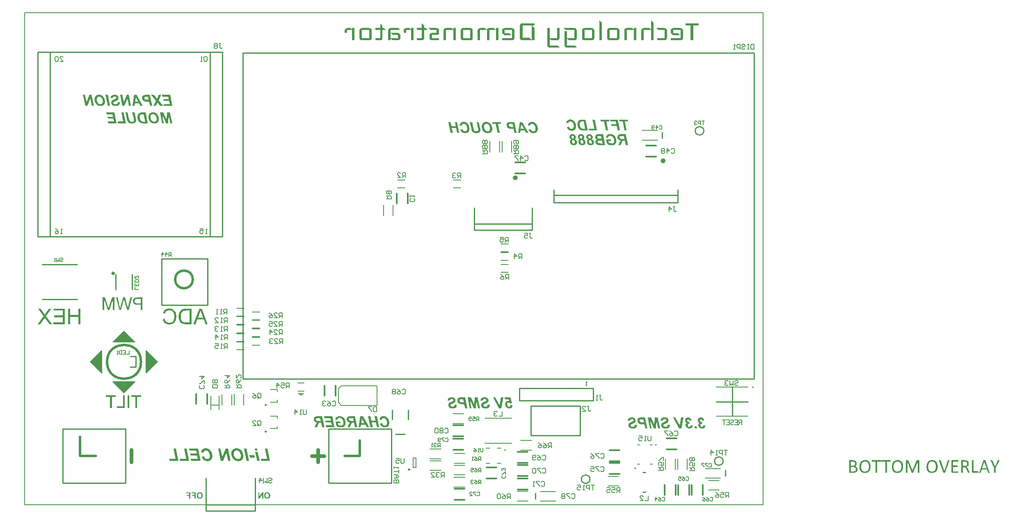
<source format=gbo>
G04*
G04 #@! TF.GenerationSoftware,Altium Limited,Altium Designer,19.0.15 (446)*
G04*
G04 Layer_Color=10066329*
%FSLAX23Y23*%
%MOIN*%
G70*
G01*
G75*
%ADD10C,0.010*%
%ADD11C,0.008*%
%ADD12C,0.005*%
%ADD13C,0.010*%
%ADD16C,0.006*%
%ADD17C,0.012*%
%ADD130C,0.020*%
%ADD200C,0.030*%
G36*
X901Y1324D02*
X899Y1319D01*
X715D01*
X713Y1324D01*
X807Y1417D01*
X901Y1324D01*
D02*
G37*
G36*
X630Y1254D02*
Y1069D01*
X625Y1067D01*
X531Y1162D01*
X625Y1256D01*
X630Y1254D01*
D02*
G37*
G36*
X1083Y1161D02*
X989Y1067D01*
X984Y1069D01*
Y1254D01*
X989Y1256D01*
X1083Y1161D01*
D02*
G37*
G36*
X902Y999D02*
X807Y906D01*
X713Y999D01*
X715Y1004D01*
X900D01*
X902Y999D01*
D02*
G37*
G36*
X2880Y630D02*
X2862D01*
X2854Y669D01*
X2820D01*
X2828Y630D01*
X2810D01*
X2791Y718D01*
X2809D01*
X2816Y684D01*
X2851D01*
X2844Y718D01*
X2862D01*
X2880Y630D01*
D02*
G37*
G36*
X2918Y720D02*
X2921Y720D01*
X2925Y719D01*
X2929Y718D01*
X2931Y717D01*
X2933Y716D01*
X2934Y716D01*
X2936Y715D01*
X2937Y715D01*
X2938Y714D01*
X2939Y714D01*
X2939Y713D01*
X2940Y713D01*
X2940Y713D01*
X2942Y712D01*
X2943Y710D01*
X2947Y707D01*
X2950Y704D01*
X2952Y701D01*
X2953Y700D01*
X2954Y698D01*
X2955Y697D01*
X2955Y696D01*
X2956Y695D01*
X2956Y694D01*
X2956Y694D01*
X2957Y694D01*
X2958Y692D01*
X2959Y689D01*
X2960Y684D01*
X2961Y680D01*
X2962Y677D01*
X2962Y675D01*
X2962Y674D01*
X2962Y672D01*
X2962Y670D01*
Y669D01*
X2963Y668D01*
Y667D01*
Y667D01*
Y666D01*
X2962Y663D01*
X2962Y660D01*
X2962Y657D01*
X2961Y654D01*
X2961Y652D01*
X2960Y649D01*
X2959Y647D01*
X2958Y645D01*
X2957Y644D01*
X2956Y642D01*
X2956Y641D01*
X2955Y640D01*
X2954Y639D01*
X2954Y638D01*
X2954Y638D01*
X2954Y638D01*
X2952Y636D01*
X2950Y635D01*
X2948Y633D01*
X2946Y632D01*
X2944Y631D01*
X2941Y631D01*
X2939Y630D01*
X2937Y630D01*
X2936Y629D01*
X2934Y629D01*
X2932Y629D01*
X2931Y628D01*
X2930D01*
X2929Y628D01*
X2928D01*
X2925Y628D01*
X2923Y629D01*
X2921Y629D01*
X2918Y630D01*
X2916Y630D01*
X2914Y631D01*
X2912Y631D01*
X2910Y632D01*
X2909Y633D01*
X2907Y634D01*
X2906Y634D01*
X2905Y635D01*
X2904Y635D01*
X2904Y636D01*
X2903Y636D01*
X2903Y636D01*
X2901Y638D01*
X2899Y639D01*
X2896Y643D01*
X2893Y647D01*
X2891Y650D01*
X2890Y652D01*
X2889Y654D01*
X2889Y655D01*
X2888Y656D01*
X2888Y657D01*
X2887Y658D01*
X2887Y659D01*
Y659D01*
X2905Y662D01*
X2907Y658D01*
X2908Y656D01*
X2909Y653D01*
X2911Y651D01*
X2912Y650D01*
X2913Y649D01*
X2914Y648D01*
X2914Y648D01*
X2914D01*
X2916Y646D01*
X2919Y645D01*
X2921Y645D01*
X2923Y644D01*
X2924Y644D01*
X2926Y644D01*
X2926Y643D01*
X2927D01*
X2928Y644D01*
X2930Y644D01*
X2932Y644D01*
X2934Y645D01*
X2936Y646D01*
X2938Y647D01*
X2939Y648D01*
X2939Y649D01*
X2940Y649D01*
X2941Y652D01*
X2943Y654D01*
X2943Y657D01*
X2944Y660D01*
X2944Y662D01*
X2944Y663D01*
Y664D01*
X2945Y665D01*
Y665D01*
Y665D01*
Y666D01*
X2944Y669D01*
X2944Y673D01*
X2943Y676D01*
X2943Y679D01*
X2942Y680D01*
X2942Y681D01*
X2942Y682D01*
X2941Y683D01*
X2941Y684D01*
X2941Y685D01*
X2941Y685D01*
Y685D01*
X2939Y688D01*
X2937Y691D01*
X2936Y694D01*
X2934Y696D01*
X2933Y697D01*
X2931Y699D01*
X2931Y699D01*
X2930Y699D01*
X2930D01*
X2928Y701D01*
X2925Y702D01*
X2923Y703D01*
X2921Y703D01*
X2919Y704D01*
X2918Y704D01*
X2917Y704D01*
X2916D01*
X2914Y704D01*
X2912Y704D01*
X2910Y703D01*
X2908Y702D01*
X2907Y702D01*
X2906Y701D01*
X2905Y701D01*
X2905Y701D01*
X2904Y699D01*
X2903Y697D01*
X2902Y696D01*
X2901Y694D01*
X2900Y692D01*
X2900Y691D01*
X2900Y690D01*
Y690D01*
X2900Y690D01*
Y689D01*
X2882Y691D01*
X2883Y694D01*
X2883Y696D01*
X2884Y698D01*
X2885Y700D01*
X2886Y702D01*
X2886Y704D01*
X2887Y705D01*
X2888Y707D01*
X2889Y708D01*
X2890Y709D01*
X2891Y710D01*
X2891Y711D01*
X2892Y711D01*
X2892Y712D01*
X2893Y712D01*
X2893Y712D01*
X2895Y713D01*
X2896Y715D01*
X2898Y716D01*
X2900Y716D01*
X2902Y717D01*
X2904Y718D01*
X2908Y719D01*
X2909Y719D01*
X2911Y719D01*
X2912Y720D01*
X2914Y720D01*
X2915Y720D01*
X2916D01*
X2918Y720D01*
D02*
G37*
G36*
X2561D02*
X2564Y719D01*
X2567Y719D01*
X2569Y719D01*
X2571Y718D01*
X2574Y717D01*
X2576Y717D01*
X2577Y716D01*
X2579Y715D01*
X2581Y714D01*
X2582Y714D01*
X2583Y713D01*
X2584Y713D01*
X2585Y712D01*
X2585Y712D01*
X2585Y712D01*
X2587Y710D01*
X2589Y709D01*
X2592Y705D01*
X2594Y703D01*
X2596Y701D01*
X2597Y700D01*
X2598Y698D01*
X2599Y696D01*
X2600Y695D01*
X2601Y693D01*
X2601Y692D01*
X2602Y691D01*
X2602Y690D01*
X2602Y690D01*
X2602Y690D01*
X2604Y685D01*
X2605Y681D01*
X2606Y677D01*
X2607Y675D01*
X2607Y673D01*
X2607Y671D01*
X2607Y670D01*
X2607Y668D01*
Y667D01*
X2608Y666D01*
Y666D01*
Y665D01*
Y665D01*
X2607Y662D01*
X2607Y658D01*
X2606Y655D01*
X2606Y652D01*
X2605Y650D01*
X2604Y647D01*
X2603Y645D01*
X2602Y643D01*
X2600Y641D01*
X2599Y640D01*
X2598Y639D01*
X2597Y638D01*
X2597Y637D01*
X2596Y636D01*
X2596Y636D01*
X2596Y636D01*
X2594Y634D01*
X2592Y633D01*
X2590Y632D01*
X2588Y631D01*
X2586Y631D01*
X2584Y630D01*
X2580Y629D01*
X2578Y629D01*
X2576Y629D01*
X2575Y629D01*
X2573Y628D01*
X2572Y628D01*
X2571D01*
X2567Y628D01*
X2563Y629D01*
X2559Y629D01*
X2556Y630D01*
X2555Y630D01*
X2554Y630D01*
X2553Y631D01*
X2552Y631D01*
X2551Y631D01*
X2550Y631D01*
X2550Y631D01*
X2550D01*
X2546Y633D01*
X2543Y634D01*
X2540Y635D01*
X2537Y636D01*
X2536Y637D01*
X2535Y637D01*
X2535Y638D01*
X2534Y638D01*
X2533Y639D01*
X2533Y639D01*
X2533Y639D01*
X2533D01*
X2525Y677D01*
X2564D01*
X2567Y662D01*
X2545D01*
X2547Y649D01*
X2549Y648D01*
X2551Y648D01*
X2553Y647D01*
X2554Y646D01*
X2556Y646D01*
X2557Y645D01*
X2558Y645D01*
X2558Y645D01*
X2558D01*
X2560Y645D01*
X2563Y644D01*
X2565Y644D01*
X2566Y644D01*
X2568Y644D01*
X2569Y643D01*
X2570D01*
X2573Y644D01*
X2577Y644D01*
X2579Y645D01*
X2581Y646D01*
X2583Y647D01*
X2584Y648D01*
X2585Y648D01*
X2585Y649D01*
X2586Y650D01*
X2587Y651D01*
X2588Y654D01*
X2589Y656D01*
X2589Y659D01*
X2590Y661D01*
X2590Y662D01*
Y663D01*
X2590Y664D01*
Y665D01*
Y665D01*
Y665D01*
X2590Y669D01*
X2589Y673D01*
X2589Y677D01*
X2588Y678D01*
X2588Y680D01*
X2587Y681D01*
X2587Y683D01*
X2587Y684D01*
X2586Y684D01*
X2586Y685D01*
X2586Y686D01*
X2586Y686D01*
Y686D01*
X2584Y690D01*
X2582Y693D01*
X2580Y695D01*
X2579Y697D01*
X2577Y699D01*
X2576Y700D01*
X2575Y700D01*
X2575Y700D01*
X2574Y700D01*
X2574D01*
X2572Y702D01*
X2569Y703D01*
X2566Y704D01*
X2564Y705D01*
X2561Y705D01*
X2561Y705D01*
X2560D01*
X2559Y705D01*
X2558D01*
X2556Y705D01*
X2553Y705D01*
X2551Y704D01*
X2549Y703D01*
X2548Y703D01*
X2547Y702D01*
X2546Y701D01*
X2546Y701D01*
X2544Y700D01*
X2543Y698D01*
X2541Y696D01*
X2540Y694D01*
X2540Y693D01*
X2539Y691D01*
X2539Y691D01*
X2539Y690D01*
X2539Y690D01*
Y690D01*
X2522Y692D01*
X2522Y694D01*
X2523Y697D01*
X2524Y699D01*
X2525Y701D01*
X2526Y703D01*
X2527Y705D01*
X2528Y706D01*
X2529Y707D01*
X2530Y709D01*
X2531Y710D01*
X2532Y711D01*
X2532Y711D01*
X2533Y712D01*
X2534Y712D01*
X2534Y713D01*
X2534Y713D01*
X2536Y714D01*
X2538Y715D01*
X2540Y716D01*
X2542Y717D01*
X2546Y718D01*
X2550Y719D01*
X2551Y719D01*
X2553Y719D01*
X2555Y720D01*
X2556Y720D01*
X2557Y720D01*
X2558D01*
X2561Y720D01*
D02*
G37*
G36*
X2798Y630D02*
X2779D01*
X2768Y649D01*
X2733D01*
X2731Y630D01*
X2713D01*
X2727Y718D01*
X2748D01*
X2798Y630D01*
D02*
G37*
G36*
X2702D02*
X2684D01*
X2676Y666D01*
X2669D01*
X2667Y666D01*
X2665Y666D01*
X2663Y666D01*
X2662Y665D01*
X2661Y665D01*
X2660Y665D01*
X2660Y665D01*
X2660Y665D01*
X2659Y664D01*
X2658Y663D01*
X2657Y662D01*
X2655Y660D01*
X2654Y658D01*
X2653Y656D01*
X2653Y655D01*
X2652Y654D01*
X2652Y654D01*
X2652Y653D01*
Y653D01*
X2651Y650D01*
X2649Y648D01*
X2648Y645D01*
X2648Y643D01*
X2647Y641D01*
X2646Y639D01*
X2645Y637D01*
X2645Y636D01*
X2644Y634D01*
X2644Y633D01*
X2643Y632D01*
X2643Y631D01*
X2643Y631D01*
X2643Y630D01*
X2643Y630D01*
Y630D01*
X2623D01*
X2624Y633D01*
X2626Y637D01*
X2627Y640D01*
X2628Y642D01*
X2630Y645D01*
X2631Y648D01*
X2632Y650D01*
X2633Y652D01*
X2634Y653D01*
X2634Y655D01*
X2635Y656D01*
X2636Y657D01*
X2636Y658D01*
X2636Y659D01*
X2637Y659D01*
X2637Y659D01*
X2638Y661D01*
X2639Y663D01*
X2640Y664D01*
X2641Y665D01*
X2642Y666D01*
X2643Y667D01*
X2643Y667D01*
X2643Y667D01*
X2641Y668D01*
X2638Y668D01*
X2636Y669D01*
X2634Y669D01*
X2632Y670D01*
X2631Y671D01*
X2629Y672D01*
X2628Y673D01*
X2627Y673D01*
X2626Y674D01*
X2625Y675D01*
X2624Y675D01*
X2624Y676D01*
X2623Y676D01*
X2623Y676D01*
X2623Y676D01*
X2622Y678D01*
X2621Y679D01*
X2620Y681D01*
X2619Y682D01*
X2618Y686D01*
X2617Y688D01*
X2617Y690D01*
X2616Y691D01*
X2616Y692D01*
X2616Y693D01*
X2616Y694D01*
Y694D01*
Y695D01*
Y695D01*
X2616Y698D01*
X2617Y700D01*
X2617Y703D01*
X2618Y705D01*
X2618Y706D01*
X2619Y707D01*
X2619Y708D01*
X2620Y708D01*
X2621Y710D01*
X2622Y712D01*
X2624Y713D01*
X2625Y714D01*
X2627Y715D01*
X2628Y716D01*
X2628Y716D01*
X2629Y716D01*
X2629D01*
X2631Y717D01*
X2634Y717D01*
X2636Y718D01*
X2639Y718D01*
X2641Y718D01*
X2642Y718D01*
X2683D01*
X2702Y630D01*
D02*
G37*
G36*
X2517D02*
X2449D01*
X2445Y645D01*
X2497D01*
X2491Y669D01*
X2445D01*
X2442Y683D01*
X2488D01*
X2484Y703D01*
X2437D01*
X2433Y718D01*
X2499D01*
X2517Y630D01*
D02*
G37*
G36*
X2435D02*
X2417D01*
X2409Y666D01*
X2402D01*
X2399Y666D01*
X2398Y666D01*
X2396Y666D01*
X2395Y665D01*
X2394Y665D01*
X2393Y665D01*
X2393Y665D01*
X2393Y665D01*
X2392Y664D01*
X2391Y663D01*
X2390Y662D01*
X2388Y660D01*
X2387Y658D01*
X2386Y656D01*
X2385Y655D01*
X2385Y654D01*
X2385Y654D01*
X2385Y653D01*
Y653D01*
X2383Y650D01*
X2382Y648D01*
X2381Y645D01*
X2380Y643D01*
X2380Y641D01*
X2379Y639D01*
X2378Y637D01*
X2378Y636D01*
X2377Y634D01*
X2377Y633D01*
X2376Y632D01*
X2376Y631D01*
X2376Y631D01*
X2376Y630D01*
X2375Y630D01*
Y630D01*
X2356D01*
X2357Y633D01*
X2359Y637D01*
X2360Y640D01*
X2361Y642D01*
X2362Y645D01*
X2364Y648D01*
X2365Y650D01*
X2366Y652D01*
X2367Y653D01*
X2367Y655D01*
X2368Y656D01*
X2369Y657D01*
X2369Y658D01*
X2369Y659D01*
X2369Y659D01*
X2370Y659D01*
X2371Y661D01*
X2372Y663D01*
X2373Y664D01*
X2374Y665D01*
X2375Y666D01*
X2375Y667D01*
X2376Y667D01*
X2376Y667D01*
X2374Y668D01*
X2371Y668D01*
X2369Y669D01*
X2367Y669D01*
X2365Y670D01*
X2364Y671D01*
X2362Y672D01*
X2361Y673D01*
X2360Y673D01*
X2359Y674D01*
X2358Y675D01*
X2357Y675D01*
X2356Y676D01*
X2356Y676D01*
X2356Y676D01*
X2356Y676D01*
X2355Y678D01*
X2353Y679D01*
X2353Y681D01*
X2352Y682D01*
X2351Y686D01*
X2350Y688D01*
X2349Y690D01*
X2349Y691D01*
X2349Y692D01*
X2349Y693D01*
X2349Y694D01*
Y694D01*
Y695D01*
Y695D01*
X2349Y698D01*
X2349Y700D01*
X2350Y703D01*
X2351Y705D01*
X2351Y706D01*
X2352Y707D01*
X2352Y708D01*
X2353Y708D01*
X2354Y710D01*
X2355Y712D01*
X2357Y713D01*
X2358Y714D01*
X2360Y715D01*
X2361Y716D01*
X2361Y716D01*
X2361Y716D01*
X2362D01*
X2364Y717D01*
X2366Y717D01*
X2369Y718D01*
X2372Y718D01*
X2374Y718D01*
X2375Y718D01*
X2416D01*
X2435Y630D01*
D02*
G37*
G36*
X1390Y49D02*
X1380D01*
Y71D01*
X1359D01*
Y79D01*
X1380D01*
Y91D01*
X1355D01*
Y100D01*
X1390D01*
Y49D01*
D02*
G37*
G36*
X1347D02*
X1337D01*
Y71D01*
X1316D01*
Y79D01*
X1337D01*
Y91D01*
X1312D01*
Y100D01*
X1347D01*
Y49D01*
D02*
G37*
G36*
X1425Y101D02*
X1427Y100D01*
X1429Y100D01*
X1430Y100D01*
X1431Y99D01*
X1432Y99D01*
X1432Y99D01*
X1432Y99D01*
X1433Y99D01*
X1433Y99D01*
X1433Y99D01*
X1433D01*
X1435Y98D01*
X1436Y97D01*
X1437Y96D01*
X1438Y96D01*
X1439Y95D01*
X1439Y94D01*
X1440Y94D01*
X1440Y94D01*
X1440Y94D01*
X1441Y93D01*
X1442Y92D01*
X1443Y90D01*
X1443Y89D01*
X1444Y88D01*
X1444Y88D01*
X1444Y87D01*
X1445Y87D01*
X1445Y87D01*
Y87D01*
X1445Y85D01*
X1446Y83D01*
X1446Y81D01*
X1447Y79D01*
X1447Y78D01*
X1447Y77D01*
X1447Y76D01*
Y75D01*
X1447Y75D01*
Y74D01*
Y74D01*
Y74D01*
X1447Y72D01*
X1447Y70D01*
X1446Y68D01*
X1446Y66D01*
X1445Y64D01*
X1445Y63D01*
X1444Y61D01*
X1443Y60D01*
X1443Y59D01*
X1442Y58D01*
X1442Y57D01*
X1441Y56D01*
X1441Y56D01*
X1441Y55D01*
X1440Y55D01*
X1440Y55D01*
X1439Y54D01*
X1438Y53D01*
X1436Y52D01*
X1435Y51D01*
X1433Y51D01*
X1432Y50D01*
X1430Y50D01*
X1429Y49D01*
X1427Y49D01*
X1426Y49D01*
X1425Y48D01*
X1424Y48D01*
X1423Y48D01*
X1423Y48D01*
X1422D01*
X1420Y48D01*
X1418Y49D01*
X1417Y49D01*
X1415Y49D01*
X1413Y50D01*
X1412Y50D01*
X1411Y51D01*
X1409Y52D01*
X1408Y52D01*
X1407Y53D01*
X1407Y54D01*
X1406Y54D01*
X1405Y54D01*
X1405Y55D01*
X1405Y55D01*
X1405Y55D01*
X1403Y57D01*
X1402Y58D01*
X1402Y59D01*
X1401Y61D01*
X1400Y63D01*
X1400Y64D01*
X1399Y66D01*
X1399Y67D01*
X1399Y69D01*
X1398Y70D01*
X1398Y71D01*
X1398Y72D01*
Y73D01*
X1398Y74D01*
Y74D01*
Y74D01*
X1398Y77D01*
X1398Y79D01*
X1399Y81D01*
X1399Y83D01*
X1399Y84D01*
X1400Y86D01*
X1401Y87D01*
X1401Y89D01*
X1402Y90D01*
X1403Y91D01*
X1403Y92D01*
X1404Y92D01*
X1404Y93D01*
X1404Y93D01*
X1405Y94D01*
X1405Y94D01*
X1406Y95D01*
X1407Y96D01*
X1409Y97D01*
X1410Y98D01*
X1412Y98D01*
X1413Y99D01*
X1415Y99D01*
X1416Y100D01*
X1417Y100D01*
X1419Y100D01*
X1420Y100D01*
X1421Y101D01*
X1421D01*
X1422Y101D01*
X1423D01*
X1425Y101D01*
D02*
G37*
G36*
X1938Y49D02*
X1929D01*
Y82D01*
X1908Y49D01*
X1898D01*
Y100D01*
X1907D01*
Y66D01*
X1928Y100D01*
X1938D01*
Y49D01*
D02*
G37*
G36*
X1973Y101D02*
X1975Y100D01*
X1977Y100D01*
X1978Y100D01*
X1979Y99D01*
X1980Y99D01*
X1980Y99D01*
X1981Y99D01*
X1981Y99D01*
X1981Y99D01*
X1981Y99D01*
X1981D01*
X1983Y98D01*
X1984Y97D01*
X1985Y96D01*
X1986Y96D01*
X1987Y95D01*
X1987Y94D01*
X1988Y94D01*
X1988Y94D01*
X1988Y94D01*
X1989Y93D01*
X1990Y92D01*
X1991Y90D01*
X1991Y89D01*
X1992Y88D01*
X1992Y88D01*
X1992Y87D01*
X1993Y87D01*
X1993Y87D01*
Y87D01*
X1993Y85D01*
X1994Y83D01*
X1994Y81D01*
X1995Y79D01*
X1995Y78D01*
X1995Y77D01*
X1995Y76D01*
Y75D01*
X1995Y75D01*
Y74D01*
Y74D01*
Y74D01*
X1995Y72D01*
X1995Y70D01*
X1994Y68D01*
X1994Y66D01*
X1993Y64D01*
X1993Y63D01*
X1992Y61D01*
X1992Y60D01*
X1991Y59D01*
X1990Y58D01*
X1990Y57D01*
X1989Y56D01*
X1989Y56D01*
X1989Y55D01*
X1988Y55D01*
X1988Y55D01*
X1987Y54D01*
X1986Y53D01*
X1984Y52D01*
X1983Y51D01*
X1981Y51D01*
X1980Y50D01*
X1978Y50D01*
X1977Y49D01*
X1976Y49D01*
X1974Y49D01*
X1973Y48D01*
X1972Y48D01*
X1971Y48D01*
X1971Y48D01*
X1970D01*
X1968Y48D01*
X1966Y49D01*
X1965Y49D01*
X1963Y49D01*
X1961Y50D01*
X1960Y50D01*
X1959Y51D01*
X1957Y52D01*
X1956Y52D01*
X1955Y53D01*
X1955Y54D01*
X1954Y54D01*
X1953Y54D01*
X1953Y55D01*
X1953Y55D01*
X1953Y55D01*
X1952Y57D01*
X1951Y58D01*
X1950Y59D01*
X1949Y61D01*
X1948Y63D01*
X1948Y64D01*
X1947Y66D01*
X1947Y67D01*
X1947Y69D01*
X1946Y70D01*
X1946Y71D01*
X1946Y72D01*
Y73D01*
X1946Y74D01*
Y74D01*
Y74D01*
X1946Y77D01*
X1946Y79D01*
X1947Y81D01*
X1947Y83D01*
X1948Y84D01*
X1948Y86D01*
X1949Y87D01*
X1949Y89D01*
X1950Y90D01*
X1951Y91D01*
X1951Y92D01*
X1952Y92D01*
X1952Y93D01*
X1952Y93D01*
X1953Y94D01*
X1953Y94D01*
X1954Y95D01*
X1955Y96D01*
X1957Y97D01*
X1958Y98D01*
X1960Y98D01*
X1961Y99D01*
X1963Y99D01*
X1964Y100D01*
X1965Y100D01*
X1967Y100D01*
X1968Y100D01*
X1969Y101D01*
X1969D01*
X1970Y101D01*
X1971D01*
X1973Y101D01*
D02*
G37*
G36*
X7916Y361D02*
X7918Y361D01*
X7918D01*
X7919Y361D01*
X7919Y361D01*
X7920Y360D01*
X7920Y360D01*
X7920Y360D01*
X7921Y359D01*
X7920Y359D01*
Y358D01*
X7920Y358D01*
X7920Y357D01*
X7919Y356D01*
X7891Y298D01*
Y261D01*
Y260D01*
X7890Y260D01*
X7890Y259D01*
X7889Y259D01*
X7889D01*
X7889Y259D01*
X7888D01*
X7887Y259D01*
X7887D01*
X7886Y258D01*
X7885Y258D01*
X7883D01*
X7882Y258D01*
X7881Y259D01*
X7880D01*
X7880Y259D01*
X7878Y259D01*
X7878D01*
X7878Y259D01*
X7877Y260D01*
Y260D01*
Y260D01*
X7877Y261D01*
Y298D01*
X7848Y356D01*
X7848Y356D01*
X7848Y357D01*
X7847Y358D01*
X7847Y359D01*
Y359D01*
Y359D01*
Y360D01*
X7847Y360D01*
X7848Y361D01*
X7848Y361D01*
X7849Y361D01*
X7850Y361D01*
X7850D01*
X7851Y361D01*
X7856D01*
X7858Y361D01*
X7858D01*
X7859Y361D01*
X7859Y361D01*
X7860Y361D01*
X7860D01*
X7860Y360D01*
X7861Y360D01*
X7861Y360D01*
X7861D01*
X7862Y359D01*
X7862Y359D01*
X7876Y329D01*
Y329D01*
X7877Y328D01*
X7877Y328D01*
X7877Y326D01*
X7878Y325D01*
X7879Y324D01*
X7880Y320D01*
X7880Y320D01*
X7880Y320D01*
X7881Y319D01*
X7881Y318D01*
X7882Y316D01*
X7883Y315D01*
X7884Y311D01*
X7884D01*
Y311D01*
X7885Y312D01*
X7885Y313D01*
X7885Y314D01*
X7886Y315D01*
X7887Y317D01*
X7888Y320D01*
X7888Y320D01*
X7888Y321D01*
X7889Y322D01*
X7889Y323D01*
X7890Y324D01*
X7890Y326D01*
X7892Y329D01*
X7906Y358D01*
Y359D01*
X7906Y359D01*
X7907Y360D01*
Y360D01*
X7907Y360D01*
X7908Y361D01*
X7908D01*
X7908Y361D01*
X7909Y361D01*
X7910Y361D01*
X7910D01*
X7911Y361D01*
X7915D01*
X7916Y361D01*
D02*
G37*
G36*
X7265Y361D02*
X7265Y360D01*
X7266D01*
X7266Y360D01*
X7267Y360D01*
X7267Y359D01*
X7267Y359D01*
X7268Y359D01*
X7268Y358D01*
X7268Y357D01*
X7269Y357D01*
X7269Y357D01*
X7269Y356D01*
Y355D01*
Y261D01*
Y260D01*
X7269Y260D01*
X7268Y259D01*
X7268Y259D01*
X7267Y259D01*
X7267D01*
X7267Y259D01*
X7266D01*
X7265Y259D01*
X7265D01*
X7264Y258D01*
X7263Y258D01*
X7261D01*
X7260Y258D01*
X7259Y259D01*
X7259D01*
X7258Y259D01*
X7257D01*
X7257Y259D01*
X7257D01*
X7256Y259D01*
X7256Y260D01*
Y260D01*
Y260D01*
X7256Y261D01*
Y350D01*
X7255D01*
X7219Y260D01*
X7219Y260D01*
X7219Y259D01*
X7218Y259D01*
X7218Y259D01*
X7217Y259D01*
X7217D01*
X7217Y259D01*
X7216D01*
X7215Y258D01*
X7215D01*
X7214Y258D01*
X7211D01*
X7210Y258D01*
X7210D01*
X7209Y259D01*
X7208Y259D01*
X7208D01*
X7207Y259D01*
X7207Y259D01*
Y260D01*
X7206Y260D01*
X7206Y260D01*
X7172Y350D01*
Y261D01*
Y260D01*
X7171Y260D01*
X7171Y259D01*
X7171Y259D01*
X7170Y259D01*
X7170D01*
X7170Y259D01*
X7169D01*
X7168Y259D01*
X7168D01*
X7167Y258D01*
X7166Y258D01*
X7164D01*
X7163Y258D01*
X7162Y259D01*
X7161D01*
X7161Y259D01*
X7160D01*
X7160Y259D01*
X7159D01*
X7159Y259D01*
X7158Y260D01*
Y260D01*
Y260D01*
X7158Y261D01*
Y355D01*
Y355D01*
Y355D01*
X7158Y356D01*
Y356D01*
X7159Y358D01*
X7160Y359D01*
X7160Y359D01*
X7161Y360D01*
X7162Y361D01*
X7164Y361D01*
X7174D01*
X7175Y361D01*
X7176Y360D01*
X7177D01*
X7177Y360D01*
X7178Y360D01*
X7179Y359D01*
X7180Y359D01*
X7180Y358D01*
X7181Y358D01*
X7182Y357D01*
X7182Y356D01*
X7182Y356D01*
X7183Y355D01*
X7183Y354D01*
X7184Y352D01*
X7213Y279D01*
X7214D01*
X7244Y352D01*
Y352D01*
X7244Y353D01*
X7244Y354D01*
X7245Y355D01*
X7246Y356D01*
X7246Y357D01*
X7247Y357D01*
X7247Y358D01*
X7248Y359D01*
X7248Y359D01*
X7249Y359D01*
X7250Y360D01*
X7251Y360D01*
X7251Y360D01*
X7252Y361D01*
X7253Y361D01*
X7264D01*
X7265Y361D01*
D02*
G37*
G36*
X7511Y361D02*
X7512Y361D01*
X7512D01*
X7513Y361D01*
X7514Y361D01*
X7514Y360D01*
Y360D01*
X7514Y360D01*
X7514Y359D01*
Y359D01*
Y358D01*
Y358D01*
X7514Y357D01*
X7514Y356D01*
X7481Y261D01*
Y261D01*
X7480Y260D01*
X7480Y260D01*
X7479D01*
X7479Y259D01*
X7479Y259D01*
X7478Y259D01*
X7478D01*
X7477Y259D01*
X7477D01*
X7475Y258D01*
X7474D01*
X7473Y258D01*
X7470D01*
X7469Y258D01*
X7467D01*
X7466Y259D01*
X7466D01*
X7466Y259D01*
X7465D01*
X7464Y259D01*
X7464Y259D01*
X7463Y259D01*
X7463Y260D01*
Y260D01*
X7463Y260D01*
X7462Y261D01*
X7429Y356D01*
X7429Y356D01*
X7429Y357D01*
X7429Y358D01*
X7428Y359D01*
Y359D01*
Y359D01*
X7429Y360D01*
X7429Y360D01*
X7429Y361D01*
X7430Y361D01*
X7430Y361D01*
X7431Y361D01*
X7432D01*
X7432Y361D01*
X7438D01*
X7439Y361D01*
X7439D01*
X7440Y361D01*
X7441Y361D01*
X7441Y361D01*
X7441D01*
X7442Y360D01*
X7442Y360D01*
X7442Y360D01*
X7442Y359D01*
X7443Y359D01*
X7472Y273D01*
X7472D01*
X7501Y358D01*
Y359D01*
X7501Y359D01*
X7501Y360D01*
Y360D01*
X7501Y360D01*
X7502Y361D01*
X7502D01*
X7503Y361D01*
X7504Y361D01*
X7504Y361D01*
X7505D01*
X7506Y361D01*
X7510D01*
X7511Y361D01*
D02*
G37*
G36*
X7706D02*
X7707Y361D01*
X7707D01*
X7708Y361D01*
X7708Y361D01*
X7709Y360D01*
X7709D01*
X7710Y360D01*
X7710Y360D01*
X7710Y360D01*
X7710Y359D01*
X7711Y359D01*
Y271D01*
X7747D01*
X7748Y270D01*
X7749D01*
X7749Y270D01*
X7749Y269D01*
Y269D01*
X7749Y269D01*
X7750Y268D01*
X7750Y267D01*
Y267D01*
X7750Y267D01*
Y266D01*
Y265D01*
Y265D01*
Y264D01*
Y263D01*
X7750Y262D01*
Y262D01*
X7750Y261D01*
X7749Y260D01*
Y260D01*
X7749Y260D01*
X7748Y259D01*
X7748D01*
X7747Y259D01*
X7702D01*
X7701Y259D01*
X7700Y259D01*
X7699Y260D01*
X7698Y260D01*
X7698Y261D01*
X7697Y262D01*
X7697Y264D01*
Y359D01*
Y359D01*
Y359D01*
X7697Y360D01*
Y360D01*
X7698Y360D01*
X7698Y360D01*
X7699D01*
X7699Y361D01*
X7700Y361D01*
X7701Y361D01*
X7701D01*
X7702Y361D01*
X7703Y361D01*
X7705D01*
X7706Y361D01*
D02*
G37*
G36*
X7585Y360D02*
X7585D01*
X7586Y360D01*
X7586Y359D01*
Y359D01*
X7586Y359D01*
X7586Y358D01*
X7587Y357D01*
Y357D01*
X7587Y357D01*
X7587Y356D01*
Y355D01*
Y355D01*
Y354D01*
X7587Y353D01*
X7587Y352D01*
Y352D01*
X7586Y352D01*
X7586Y351D01*
X7586Y350D01*
X7585Y350D01*
X7585D01*
X7584Y349D01*
X7544D01*
Y318D01*
X7579D01*
X7579Y317D01*
X7580D01*
X7580Y317D01*
X7580Y316D01*
Y316D01*
X7581Y316D01*
X7581Y315D01*
X7581Y314D01*
Y314D01*
X7581Y314D01*
Y313D01*
Y312D01*
Y312D01*
Y311D01*
Y310D01*
X7581Y309D01*
Y309D01*
X7581Y309D01*
X7581Y308D01*
X7580Y308D01*
X7580Y307D01*
X7579Y307D01*
X7579D01*
X7578Y307D01*
X7544D01*
Y270D01*
X7585D01*
X7586Y270D01*
X7586D01*
X7586Y270D01*
X7587Y269D01*
X7587Y269D01*
X7587Y268D01*
X7587Y268D01*
X7587Y267D01*
Y267D01*
X7587Y266D01*
Y265D01*
Y264D01*
Y264D01*
Y263D01*
Y263D01*
X7587Y262D01*
Y262D01*
X7587Y261D01*
X7587Y260D01*
Y260D01*
X7586Y260D01*
X7586Y259D01*
X7585D01*
X7585Y259D01*
X7535D01*
X7535Y259D01*
X7534Y259D01*
X7532Y260D01*
X7532Y260D01*
X7532Y261D01*
X7531Y262D01*
X7531Y264D01*
Y355D01*
Y355D01*
Y356D01*
X7531Y357D01*
X7531Y358D01*
X7532Y359D01*
X7533Y360D01*
X7533Y360D01*
X7534Y361D01*
X7536Y361D01*
X7585D01*
X7585Y360D01*
D02*
G37*
G36*
X6734Y361D02*
X6736Y360D01*
X6738Y360D01*
X6741Y359D01*
X6743Y359D01*
X6743D01*
X6744Y359D01*
X6745Y358D01*
X6747Y358D01*
X6750Y356D01*
X6751Y355D01*
X6753Y354D01*
X6753Y354D01*
X6754Y353D01*
X6754Y353D01*
X6755Y352D01*
X6756Y350D01*
X6757Y349D01*
X6758Y347D01*
X6759Y346D01*
X6759Y345D01*
X6759Y345D01*
X6760Y344D01*
X6760Y342D01*
X6760Y341D01*
X6760Y339D01*
X6761Y337D01*
Y335D01*
Y335D01*
Y334D01*
Y334D01*
X6761Y333D01*
X6760Y330D01*
X6760Y328D01*
Y328D01*
X6760Y327D01*
X6760Y327D01*
X6759Y326D01*
X6758Y324D01*
X6757Y322D01*
Y322D01*
X6757Y321D01*
X6756Y320D01*
X6755Y318D01*
X6753Y317D01*
X6753D01*
X6753Y316D01*
X6752Y316D01*
X6751Y316D01*
X6750Y314D01*
X6747Y313D01*
X6747D01*
X6748Y313D01*
X6749Y313D01*
X6750Y313D01*
X6752Y312D01*
X6755Y310D01*
X6755D01*
X6756Y310D01*
X6756Y310D01*
X6757Y309D01*
X6759Y307D01*
X6761Y305D01*
X6761Y305D01*
X6762Y304D01*
X6762Y304D01*
X6763Y303D01*
X6763Y302D01*
X6764Y300D01*
X6766Y297D01*
Y297D01*
X6766Y297D01*
X6766Y296D01*
X6767Y295D01*
X6767Y293D01*
X6767Y292D01*
X6767Y288D01*
Y288D01*
Y287D01*
Y286D01*
X6767Y285D01*
X6767Y284D01*
X6767Y282D01*
X6766Y279D01*
Y279D01*
X6766Y278D01*
X6765Y278D01*
X6765Y277D01*
X6764Y274D01*
X6762Y272D01*
X6762Y272D01*
X6762Y271D01*
X6762Y271D01*
X6761Y270D01*
X6759Y268D01*
X6757Y266D01*
X6757Y266D01*
X6757Y266D01*
X6756Y265D01*
X6755Y265D01*
X6754Y264D01*
X6753Y263D01*
X6750Y262D01*
X6750D01*
X6749Y262D01*
X6749Y262D01*
X6748Y261D01*
X6746Y261D01*
X6745Y260D01*
X6742Y260D01*
X6742D01*
X6741Y259D01*
X6740D01*
X6739Y259D01*
X6737Y259D01*
X6736D01*
X6734Y259D01*
X6705D01*
X6704Y259D01*
X6703Y259D01*
X6701Y260D01*
X6701Y260D01*
X6701Y261D01*
X6700Y262D01*
X6700Y264D01*
Y355D01*
Y355D01*
Y356D01*
X6700Y357D01*
X6701Y358D01*
X6701Y359D01*
X6702Y360D01*
X6703Y360D01*
X6704Y361D01*
X6705Y361D01*
X6732D01*
X6734Y361D01*
D02*
G37*
G36*
X7802Y361D02*
X7802D01*
X7803Y361D01*
X7804Y361D01*
X7804Y361D01*
X7805D01*
X7805Y360D01*
X7806Y360D01*
X7806Y360D01*
X7806D01*
X7807Y359D01*
X7807Y358D01*
X7841Y264D01*
X7841Y263D01*
X7842Y263D01*
X7842Y262D01*
Y261D01*
Y260D01*
Y260D01*
X7842Y260D01*
X7841Y259D01*
X7841D01*
X7841Y259D01*
X7840Y259D01*
X7839Y258D01*
X7838D01*
X7837Y258D01*
X7833D01*
X7831Y258D01*
X7831D01*
X7831Y259D01*
X7830D01*
X7829Y259D01*
X7829D01*
X7829Y259D01*
X7828Y259D01*
Y260D01*
X7828Y260D01*
X7827Y261D01*
X7819Y286D01*
X7776D01*
X7768Y261D01*
Y261D01*
X7768Y261D01*
X7767Y260D01*
X7767Y259D01*
X7766Y259D01*
X7766D01*
X7766Y259D01*
X7765D01*
X7764Y258D01*
X7763D01*
X7762Y258D01*
X7759D01*
X7758Y258D01*
X7757Y259D01*
X7757D01*
X7756Y259D01*
X7755Y259D01*
X7755Y259D01*
Y259D01*
X7755Y260D01*
X7754Y260D01*
X7754Y261D01*
Y261D01*
X7754Y261D01*
X7755Y262D01*
X7755Y264D01*
X7789Y358D01*
Y359D01*
X7789Y359D01*
X7790Y360D01*
X7790Y360D01*
X7790Y360D01*
X7791Y361D01*
X7791D01*
X7792Y361D01*
X7793Y361D01*
X7794Y361D01*
X7794D01*
X7795Y361D01*
X7801D01*
X7802Y361D01*
D02*
G37*
G36*
X7641Y361D02*
X7643Y360D01*
X7643D01*
X7644Y360D01*
X7646D01*
X7647Y360D01*
X7647D01*
X7648Y360D01*
X7649Y360D01*
X7651Y359D01*
X7652Y359D01*
X7654Y358D01*
X7658Y357D01*
X7658Y357D01*
X7658Y356D01*
X7659Y356D01*
X7660Y355D01*
X7663Y353D01*
X7665Y351D01*
X7665Y351D01*
X7666Y351D01*
X7666Y350D01*
X7667Y349D01*
X7668Y348D01*
X7669Y346D01*
X7670Y343D01*
Y343D01*
X7670Y343D01*
X7670Y342D01*
X7671Y340D01*
X7671Y339D01*
X7671Y338D01*
X7671Y334D01*
Y334D01*
Y333D01*
Y332D01*
X7671Y331D01*
X7671Y329D01*
X7671Y328D01*
X7670Y324D01*
Y324D01*
X7670Y324D01*
X7669Y323D01*
X7669Y322D01*
X7668Y320D01*
X7666Y317D01*
X7666Y317D01*
X7666Y317D01*
X7665Y316D01*
X7664Y316D01*
X7662Y314D01*
X7660Y312D01*
X7660D01*
X7659Y312D01*
X7658Y311D01*
X7657Y311D01*
X7656Y310D01*
X7655Y310D01*
X7652Y308D01*
X7652D01*
X7652Y308D01*
X7653Y307D01*
X7655Y306D01*
X7656Y305D01*
X7656D01*
X7657Y305D01*
X7657Y304D01*
X7659Y303D01*
X7660Y301D01*
Y301D01*
X7660Y301D01*
X7661Y300D01*
X7661Y300D01*
X7662Y298D01*
X7663Y296D01*
Y296D01*
X7664Y295D01*
X7664Y295D01*
X7664Y294D01*
X7665Y292D01*
X7667Y289D01*
X7676Y267D01*
Y266D01*
X7676Y266D01*
X7676Y265D01*
X7677Y264D01*
X7677Y263D01*
Y262D01*
X7677Y262D01*
X7677Y261D01*
Y260D01*
X7677Y260D01*
X7677Y259D01*
X7677Y259D01*
X7676Y259D01*
X7676D01*
X7675Y259D01*
X7675D01*
X7674Y258D01*
X7673D01*
X7672Y258D01*
X7668D01*
X7667Y258D01*
X7667D01*
X7666Y259D01*
X7665D01*
X7665Y259D01*
X7665D01*
X7664Y259D01*
X7663Y260D01*
Y260D01*
X7663Y260D01*
X7663Y261D01*
X7653Y285D01*
Y286D01*
X7653Y286D01*
X7653Y287D01*
X7652Y288D01*
X7651Y290D01*
X7650Y293D01*
Y293D01*
X7650Y293D01*
X7649Y294D01*
X7649Y295D01*
X7647Y297D01*
X7646Y299D01*
X7645Y299D01*
X7645Y299D01*
X7645Y300D01*
X7644Y300D01*
X7642Y301D01*
X7640Y303D01*
X7640D01*
X7639Y303D01*
X7639Y303D01*
X7638Y303D01*
X7637Y304D01*
X7635Y304D01*
X7632Y304D01*
X7623D01*
Y261D01*
Y260D01*
X7623Y260D01*
X7622Y259D01*
X7622Y259D01*
X7621Y259D01*
X7621D01*
X7621Y259D01*
X7620D01*
X7619Y259D01*
X7619D01*
X7618Y258D01*
X7618Y258D01*
X7615D01*
X7614Y258D01*
X7613Y259D01*
X7613D01*
X7612Y259D01*
X7611Y259D01*
X7611D01*
X7610Y259D01*
X7610Y260D01*
Y260D01*
Y260D01*
X7610Y261D01*
Y355D01*
Y355D01*
Y356D01*
X7610Y357D01*
X7610Y358D01*
X7611Y359D01*
X7611Y360D01*
X7612Y360D01*
X7613Y361D01*
X7614Y361D01*
X7638D01*
X7641Y361D01*
D02*
G37*
G36*
X7035Y360D02*
X7035D01*
X7035Y360D01*
X7036Y359D01*
Y359D01*
X7036Y359D01*
X7036Y358D01*
X7037Y357D01*
Y357D01*
X7037Y357D01*
Y356D01*
Y355D01*
Y355D01*
Y354D01*
Y353D01*
X7037Y352D01*
Y352D01*
X7036Y352D01*
X7036Y350D01*
X7036Y350D01*
X7035Y349D01*
X7035D01*
X7034Y349D01*
X7005D01*
Y261D01*
Y260D01*
X7005Y260D01*
X7005Y259D01*
X7004Y259D01*
X7004Y259D01*
X7004D01*
X7003Y259D01*
X7003D01*
X7002Y259D01*
X7002D01*
X7001Y258D01*
X7000Y258D01*
X6998D01*
X6996Y258D01*
X6995Y259D01*
X6995D01*
X6995Y259D01*
X6993Y259D01*
X6993D01*
X6993Y259D01*
X6992Y260D01*
Y260D01*
Y260D01*
X6992Y261D01*
Y349D01*
X6963D01*
X6962Y349D01*
X6962Y350D01*
X6961Y350D01*
Y351D01*
X6961Y351D01*
Y351D01*
X6961Y352D01*
Y352D01*
Y353D01*
X6961Y354D01*
Y355D01*
Y355D01*
Y356D01*
Y357D01*
X6961Y357D01*
Y358D01*
X6961Y358D01*
X6961Y359D01*
Y359D01*
X6961Y360D01*
X6962Y360D01*
X6962D01*
X6962Y361D01*
X6963Y361D01*
X7034D01*
X7035Y360D01*
D02*
G37*
G36*
X6957D02*
X6957D01*
X6957Y360D01*
X6957Y359D01*
Y359D01*
X6958Y359D01*
X6958Y358D01*
X6958Y357D01*
Y357D01*
X6958Y357D01*
Y356D01*
Y355D01*
Y355D01*
Y354D01*
Y353D01*
X6958Y352D01*
Y352D01*
X6958Y352D01*
X6957Y350D01*
X6957Y350D01*
X6957Y349D01*
X6956D01*
X6955Y349D01*
X6927D01*
Y261D01*
Y260D01*
X6926Y260D01*
X6926Y259D01*
X6926Y259D01*
X6925Y259D01*
X6925D01*
X6925Y259D01*
X6924D01*
X6923Y259D01*
X6923D01*
X6922Y258D01*
X6921Y258D01*
X6919D01*
X6918Y258D01*
X6917Y259D01*
X6917D01*
X6916Y259D01*
X6915Y259D01*
X6914D01*
X6914Y259D01*
X6914Y260D01*
Y260D01*
Y260D01*
X6913Y261D01*
Y349D01*
X6884D01*
X6883Y349D01*
X6883Y350D01*
X6883Y350D01*
Y351D01*
X6882Y351D01*
Y351D01*
X6882Y352D01*
Y352D01*
Y353D01*
X6882Y354D01*
Y355D01*
Y355D01*
Y356D01*
Y357D01*
X6882Y357D01*
Y358D01*
X6882Y358D01*
X6883Y359D01*
Y359D01*
X6883Y360D01*
X6883Y360D01*
X6884D01*
X6884Y361D01*
X6885Y361D01*
X6956D01*
X6957Y360D01*
D02*
G37*
G36*
X7377Y362D02*
X7380Y362D01*
X7383Y361D01*
X7387Y361D01*
X7390Y360D01*
X7393Y359D01*
X7393D01*
X7393Y359D01*
X7395Y358D01*
X7396Y357D01*
X7398Y356D01*
X7400Y355D01*
X7403Y353D01*
X7405Y351D01*
X7407Y349D01*
X7407Y348D01*
X7408Y348D01*
X7409Y346D01*
X7410Y344D01*
X7411Y342D01*
X7413Y339D01*
X7414Y336D01*
X7415Y333D01*
Y332D01*
X7415Y332D01*
Y332D01*
X7416Y331D01*
X7416Y330D01*
X7416Y329D01*
X7417Y326D01*
X7417Y323D01*
X7418Y319D01*
X7418Y315D01*
X7418Y311D01*
Y311D01*
Y310D01*
Y310D01*
Y309D01*
Y308D01*
X7418Y306D01*
X7418Y303D01*
X7417Y300D01*
X7417Y296D01*
X7416Y292D01*
X7415Y289D01*
Y288D01*
X7415Y288D01*
X7415Y288D01*
X7415Y287D01*
X7414Y285D01*
X7413Y283D01*
X7412Y280D01*
X7410Y277D01*
X7408Y275D01*
X7406Y272D01*
X7406Y271D01*
X7405Y271D01*
X7404Y269D01*
X7402Y268D01*
X7400Y266D01*
X7398Y264D01*
X7395Y263D01*
X7392Y261D01*
X7392D01*
X7391Y261D01*
X7391Y261D01*
X7390Y260D01*
X7388Y260D01*
X7386Y259D01*
X7383Y258D01*
X7380Y258D01*
X7376Y258D01*
X7371Y257D01*
X7369D01*
X7368Y258D01*
X7367D01*
X7365Y258D01*
X7362Y258D01*
X7358Y259D01*
X7355Y260D01*
X7352Y261D01*
X7351Y261D01*
X7350Y261D01*
X7349Y262D01*
X7347Y263D01*
X7344Y265D01*
X7342Y266D01*
X7340Y268D01*
X7338Y271D01*
X7338Y271D01*
X7337Y272D01*
X7336Y273D01*
X7335Y275D01*
X7333Y278D01*
X7332Y280D01*
X7331Y283D01*
X7330Y287D01*
Y287D01*
X7329Y287D01*
Y288D01*
X7329Y289D01*
X7329Y289D01*
X7329Y291D01*
X7328Y293D01*
X7328Y297D01*
X7327Y300D01*
X7327Y305D01*
X7327Y309D01*
Y309D01*
Y310D01*
Y310D01*
Y311D01*
Y312D01*
X7327Y314D01*
X7327Y316D01*
X7328Y320D01*
X7328Y324D01*
X7329Y327D01*
X7330Y331D01*
Y331D01*
X7330Y331D01*
X7330Y332D01*
X7330Y333D01*
X7331Y334D01*
X7332Y337D01*
X7333Y339D01*
X7335Y342D01*
X7336Y345D01*
X7338Y348D01*
X7339Y348D01*
X7340Y349D01*
X7341Y350D01*
X7342Y352D01*
X7345Y353D01*
X7347Y355D01*
X7350Y357D01*
X7353Y358D01*
X7353D01*
X7353Y359D01*
X7354Y359D01*
X7355Y359D01*
X7356Y360D01*
X7359Y360D01*
X7362Y361D01*
X7365Y362D01*
X7369Y362D01*
X7373Y362D01*
X7375D01*
X7377Y362D01*
D02*
G37*
G36*
X7096D02*
X7099Y362D01*
X7102Y361D01*
X7105Y361D01*
X7109Y360D01*
X7112Y359D01*
X7112D01*
X7112Y359D01*
X7113Y358D01*
X7115Y357D01*
X7117Y356D01*
X7119Y355D01*
X7121Y353D01*
X7124Y351D01*
X7126Y349D01*
X7126Y348D01*
X7127Y348D01*
X7128Y346D01*
X7129Y344D01*
X7130Y342D01*
X7132Y339D01*
X7133Y336D01*
X7134Y333D01*
Y332D01*
X7134Y332D01*
Y332D01*
X7135Y331D01*
X7135Y330D01*
X7135Y329D01*
X7136Y326D01*
X7136Y323D01*
X7137Y319D01*
X7137Y315D01*
X7137Y311D01*
Y311D01*
Y310D01*
Y310D01*
Y309D01*
Y308D01*
X7137Y306D01*
X7137Y303D01*
X7136Y300D01*
X7136Y296D01*
X7135Y292D01*
X7134Y289D01*
Y288D01*
X7134Y288D01*
X7134Y288D01*
X7133Y287D01*
X7133Y285D01*
X7132Y283D01*
X7131Y280D01*
X7129Y277D01*
X7127Y275D01*
X7125Y272D01*
X7125Y271D01*
X7124Y271D01*
X7123Y269D01*
X7121Y268D01*
X7119Y266D01*
X7117Y264D01*
X7114Y263D01*
X7111Y261D01*
X7110D01*
X7110Y261D01*
X7110Y261D01*
X7109Y260D01*
X7107Y260D01*
X7105Y259D01*
X7102Y258D01*
X7098Y258D01*
X7094Y258D01*
X7090Y257D01*
X7088D01*
X7087Y258D01*
X7086D01*
X7084Y258D01*
X7080Y258D01*
X7077Y259D01*
X7074Y260D01*
X7070Y261D01*
X7070Y261D01*
X7069Y261D01*
X7067Y262D01*
X7065Y263D01*
X7063Y265D01*
X7061Y266D01*
X7059Y268D01*
X7057Y271D01*
X7056Y271D01*
X7056Y272D01*
X7055Y273D01*
X7053Y275D01*
X7052Y278D01*
X7051Y280D01*
X7049Y283D01*
X7048Y287D01*
Y287D01*
X7048Y287D01*
Y288D01*
X7048Y289D01*
X7048Y289D01*
X7048Y291D01*
X7047Y293D01*
X7047Y297D01*
X7046Y300D01*
X7046Y305D01*
X7046Y309D01*
Y309D01*
Y310D01*
Y310D01*
Y311D01*
Y312D01*
X7046Y314D01*
X7046Y316D01*
X7047Y320D01*
X7047Y324D01*
X7048Y327D01*
X7049Y331D01*
Y331D01*
X7049Y331D01*
X7049Y332D01*
X7049Y333D01*
X7050Y334D01*
X7051Y337D01*
X7052Y339D01*
X7053Y342D01*
X7055Y345D01*
X7057Y348D01*
X7058Y348D01*
X7058Y349D01*
X7060Y350D01*
X7061Y352D01*
X7063Y353D01*
X7066Y355D01*
X7069Y357D01*
X7072Y358D01*
X7072D01*
X7072Y359D01*
X7073Y359D01*
X7074Y359D01*
X7075Y360D01*
X7078Y360D01*
X7081Y361D01*
X7084Y362D01*
X7088Y362D01*
X7092Y362D01*
X7094D01*
X7096Y362D01*
D02*
G37*
G36*
X6832D02*
X6835Y362D01*
X6838Y361D01*
X6842Y361D01*
X6845Y360D01*
X6848Y359D01*
X6848D01*
X6848Y359D01*
X6850Y358D01*
X6851Y357D01*
X6853Y356D01*
X6855Y355D01*
X6858Y353D01*
X6860Y351D01*
X6862Y349D01*
X6862Y348D01*
X6863Y348D01*
X6864Y346D01*
X6865Y344D01*
X6867Y342D01*
X6868Y339D01*
X6869Y336D01*
X6870Y333D01*
Y332D01*
X6871Y332D01*
Y332D01*
X6871Y331D01*
X6871Y330D01*
X6871Y329D01*
X6872Y326D01*
X6872Y323D01*
X6873Y319D01*
X6873Y315D01*
X6873Y311D01*
Y311D01*
Y310D01*
Y310D01*
Y309D01*
Y308D01*
X6873Y306D01*
X6873Y303D01*
X6872Y300D01*
X6872Y296D01*
X6871Y292D01*
X6870Y289D01*
Y288D01*
X6870Y288D01*
X6870Y288D01*
X6870Y287D01*
X6869Y285D01*
X6868Y283D01*
X6867Y280D01*
X6865Y277D01*
X6863Y275D01*
X6861Y272D01*
X6861Y271D01*
X6860Y271D01*
X6859Y269D01*
X6857Y268D01*
X6855Y266D01*
X6853Y264D01*
X6850Y263D01*
X6847Y261D01*
X6847D01*
X6846Y261D01*
X6846Y261D01*
X6845Y260D01*
X6843Y260D01*
X6841Y259D01*
X6838Y258D01*
X6835Y258D01*
X6831Y258D01*
X6826Y257D01*
X6824D01*
X6824Y258D01*
X6822D01*
X6820Y258D01*
X6817Y258D01*
X6813Y259D01*
X6810Y260D01*
X6807Y261D01*
X6806Y261D01*
X6805Y261D01*
X6804Y262D01*
X6802Y263D01*
X6799Y265D01*
X6797Y266D01*
X6795Y268D01*
X6793Y271D01*
X6793Y271D01*
X6792Y272D01*
X6791Y273D01*
X6790Y275D01*
X6788Y278D01*
X6787Y280D01*
X6786Y283D01*
X6785Y287D01*
Y287D01*
X6784Y287D01*
Y288D01*
X6784Y289D01*
X6784Y289D01*
X6784Y291D01*
X6783Y293D01*
X6783Y297D01*
X6782Y300D01*
X6782Y305D01*
X6782Y309D01*
Y309D01*
Y310D01*
Y310D01*
Y311D01*
Y312D01*
X6782Y314D01*
X6782Y316D01*
X6783Y320D01*
X6783Y324D01*
X6784Y327D01*
X6785Y331D01*
Y331D01*
X6785Y331D01*
X6785Y332D01*
X6785Y333D01*
X6786Y334D01*
X6787Y337D01*
X6788Y339D01*
X6790Y342D01*
X6791Y345D01*
X6793Y348D01*
X6794Y348D01*
X6795Y349D01*
X6796Y350D01*
X6797Y352D01*
X6800Y353D01*
X6802Y355D01*
X6805Y357D01*
X6808Y358D01*
X6808D01*
X6808Y359D01*
X6809Y359D01*
X6810Y359D01*
X6812Y360D01*
X6814Y360D01*
X6817Y361D01*
X6820Y362D01*
X6824Y362D01*
X6828Y362D01*
X6830D01*
X6832Y362D01*
D02*
G37*
G36*
X5110Y3920D02*
Y3775D01*
X5091D01*
Y3858D01*
X5031D01*
Y3775D01*
X5011D01*
Y3855D01*
X5011Y3858D01*
X5012Y3860D01*
X5013Y3863D01*
X5014Y3865D01*
X5015Y3866D01*
X5016Y3868D01*
X5017Y3869D01*
X5017Y3869D01*
X5019Y3871D01*
X5021Y3872D01*
X5024Y3873D01*
X5026Y3874D01*
X5028Y3874D01*
X5030Y3875D01*
X5076D01*
X5091Y3860D01*
Y3940D01*
X5110Y3920D01*
D02*
G37*
G36*
X4971Y3775D02*
X4951D01*
Y3858D01*
X4892D01*
Y3775D01*
X4872D01*
Y3855D01*
X4872Y3858D01*
X4873Y3860D01*
X4873Y3863D01*
X4874Y3865D01*
X4876Y3866D01*
X4877Y3868D01*
X4877Y3869D01*
X4878Y3869D01*
X4880Y3871D01*
X4882Y3872D01*
X4884Y3873D01*
X4887Y3874D01*
X4889Y3874D01*
X4890Y3875D01*
X4937D01*
X4951Y3860D01*
Y3875D01*
X4971D01*
Y3775D01*
D02*
G37*
G36*
X3848D02*
X3829D01*
Y3858D01*
X3775D01*
Y3775D01*
X3755D01*
Y3858D01*
X3701D01*
Y3775D01*
X3681D01*
Y3855D01*
X3681Y3858D01*
X3682Y3860D01*
X3683Y3863D01*
X3684Y3865D01*
X3685Y3866D01*
X3686Y3868D01*
X3686Y3869D01*
X3687Y3869D01*
X3689Y3871D01*
X3691Y3872D01*
X3694Y3873D01*
X3696Y3874D01*
X3698Y3874D01*
X3700Y3875D01*
X3741D01*
X3755Y3860D01*
X3755Y3863D01*
X3756Y3865D01*
X3757Y3867D01*
X3759Y3869D01*
X3760Y3870D01*
X3762Y3871D01*
X3766Y3873D01*
X3769Y3874D01*
X3772Y3874D01*
X3773Y3875D01*
X3814D01*
X3829Y3860D01*
Y3875D01*
X3848D01*
Y3775D01*
D02*
G37*
G36*
X3502D02*
X3482D01*
Y3858D01*
X3423D01*
Y3775D01*
X3403D01*
Y3855D01*
X3403Y3858D01*
X3404Y3860D01*
X3405Y3863D01*
X3406Y3865D01*
X3407Y3866D01*
X3408Y3868D01*
X3408Y3869D01*
X3409Y3869D01*
X3411Y3871D01*
X3413Y3872D01*
X3416Y3873D01*
X3418Y3874D01*
X3420Y3874D01*
X3421Y3875D01*
X3468D01*
X3482Y3860D01*
Y3875D01*
X3502D01*
Y3775D01*
D02*
G37*
G36*
X3159D02*
X3139D01*
Y3858D01*
X3099D01*
Y3835D01*
X3079D01*
Y3855D01*
X3080Y3858D01*
X3080Y3860D01*
X3081Y3863D01*
X3082Y3865D01*
X3083Y3866D01*
X3084Y3868D01*
X3085Y3869D01*
X3085Y3869D01*
X3088Y3871D01*
X3090Y3872D01*
X3092Y3873D01*
X3094Y3874D01*
X3096Y3874D01*
X3098Y3875D01*
X3125D01*
X3139Y3860D01*
Y3875D01*
X3159D01*
Y3775D01*
D02*
G37*
G36*
X2681D02*
X2661D01*
Y3858D01*
X2621D01*
Y3835D01*
X2601D01*
Y3855D01*
X2601Y3858D01*
X2602Y3860D01*
X2603Y3863D01*
X2604Y3865D01*
X2605Y3866D01*
X2606Y3868D01*
X2607Y3869D01*
X2607Y3869D01*
X2609Y3871D01*
X2612Y3872D01*
X2614Y3873D01*
X2616Y3874D01*
X2618Y3874D01*
X2620Y3875D01*
X2646D01*
X2661Y3860D01*
Y3875D01*
X2681D01*
Y3775D01*
D02*
G37*
G36*
X4469Y3874D02*
X4472Y3874D01*
X4474Y3873D01*
X4476Y3872D01*
X4478Y3871D01*
X4479Y3870D01*
X4480Y3869D01*
X4480Y3869D01*
X4482Y3866D01*
X4483Y3864D01*
X4484Y3862D01*
X4485Y3860D01*
X4485Y3858D01*
X4486Y3856D01*
Y3855D01*
Y3855D01*
Y3795D01*
X4485Y3792D01*
X4485Y3789D01*
X4484Y3787D01*
X4483Y3785D01*
X4482Y3783D01*
X4481Y3782D01*
X4480Y3781D01*
X4480Y3781D01*
X4478Y3779D01*
X4476Y3777D01*
X4473Y3776D01*
X4471Y3776D01*
X4469Y3775D01*
X4467Y3775D01*
X4423D01*
X4406Y3789D01*
Y3733D01*
X4472D01*
X4489Y3715D01*
X4406D01*
X4403Y3716D01*
X4401Y3716D01*
X4398Y3717D01*
X4396Y3719D01*
X4395Y3720D01*
X4393Y3720D01*
X4393Y3721D01*
X4392Y3721D01*
X4390Y3724D01*
X4389Y3726D01*
X4388Y3728D01*
X4387Y3730D01*
X4387Y3733D01*
X4386Y3734D01*
Y3735D01*
Y3735D01*
Y3849D01*
X4406D01*
Y3792D01*
X4466D01*
Y3858D01*
X4395D01*
X4378Y3875D01*
X4466D01*
X4469Y3874D01*
D02*
G37*
G36*
X4345Y3795D02*
X4345Y3792D01*
X4344Y3789D01*
X4344Y3787D01*
X4342Y3785D01*
X4341Y3783D01*
X4341Y3782D01*
X4340Y3781D01*
X4340Y3781D01*
X4337Y3779D01*
X4335Y3777D01*
X4332Y3776D01*
X4330Y3776D01*
X4328Y3775D01*
X4327Y3775D01*
X4280D01*
X4266Y3789D01*
Y3733D01*
X4331D01*
X4348Y3715D01*
X4266D01*
X4263Y3716D01*
X4260Y3716D01*
X4258Y3717D01*
X4256Y3719D01*
X4254Y3720D01*
X4253Y3720D01*
X4252Y3721D01*
X4252Y3721D01*
X4250Y3724D01*
X4248Y3726D01*
X4247Y3728D01*
X4247Y3730D01*
X4246Y3733D01*
X4246Y3734D01*
Y3735D01*
Y3735D01*
Y3875D01*
X4266D01*
Y3792D01*
X4326D01*
Y3875D01*
X4345D01*
Y3795D01*
D02*
G37*
G36*
X5475Y3895D02*
X5434D01*
Y3775D01*
X5411D01*
Y3895D01*
X5370D01*
Y3914D01*
X5475D01*
Y3895D01*
D02*
G37*
G36*
X5332Y3874D02*
X5335Y3874D01*
X5337Y3873D01*
X5339Y3872D01*
X5341Y3871D01*
X5342Y3870D01*
X5343Y3869D01*
X5343Y3869D01*
X5345Y3866D01*
X5346Y3864D01*
X5347Y3862D01*
X5348Y3860D01*
X5349Y3858D01*
X5349Y3856D01*
Y3855D01*
Y3855D01*
Y3795D01*
X5349Y3792D01*
X5348Y3789D01*
X5347Y3787D01*
X5346Y3785D01*
X5345Y3783D01*
X5344Y3782D01*
X5343Y3781D01*
X5343Y3781D01*
X5341Y3779D01*
X5339Y3777D01*
X5336Y3776D01*
X5334Y3776D01*
X5332Y3775D01*
X5330Y3775D01*
X5249D01*
Y3792D01*
X5329D01*
Y3858D01*
X5269D01*
Y3832D01*
X5309D01*
X5326Y3815D01*
X5269D01*
X5249Y3835D01*
Y3855D01*
X5250Y3858D01*
X5251Y3860D01*
X5251Y3863D01*
X5252Y3865D01*
X5254Y3866D01*
X5254Y3868D01*
X5255Y3869D01*
X5255Y3869D01*
X5258Y3871D01*
X5260Y3872D01*
X5262Y3873D01*
X5265Y3874D01*
X5267Y3874D01*
X5268Y3875D01*
X5329D01*
X5332Y3874D01*
D02*
G37*
G36*
X5202D02*
X5204Y3874D01*
X5206Y3873D01*
X5208Y3872D01*
X5210Y3871D01*
X5211Y3870D01*
X5212Y3869D01*
X5213Y3869D01*
X5215Y3866D01*
X5216Y3864D01*
X5217Y3862D01*
X5218Y3860D01*
X5218Y3858D01*
X5218Y3856D01*
Y3855D01*
Y3855D01*
Y3795D01*
X5218Y3792D01*
X5217Y3789D01*
X5217Y3787D01*
X5215Y3785D01*
X5214Y3783D01*
X5214Y3782D01*
X5213Y3781D01*
X5213Y3781D01*
X5210Y3779D01*
X5208Y3777D01*
X5205Y3776D01*
X5203Y3776D01*
X5201Y3775D01*
X5200Y3775D01*
X5139D01*
Y3792D01*
X5198D01*
Y3858D01*
X5151D01*
X5133Y3875D01*
X5198D01*
X5202Y3874D01*
D02*
G37*
G36*
X4815D02*
X4818Y3874D01*
X4820Y3873D01*
X4822Y3872D01*
X4824Y3871D01*
X4825Y3870D01*
X4826Y3869D01*
X4826Y3869D01*
X4828Y3866D01*
X4830Y3864D01*
X4831Y3862D01*
X4831Y3860D01*
X4832Y3858D01*
X4832Y3856D01*
Y3855D01*
Y3855D01*
Y3795D01*
X4832Y3792D01*
X4831Y3789D01*
X4830Y3787D01*
X4829Y3785D01*
X4828Y3783D01*
X4827Y3782D01*
X4827Y3781D01*
X4826Y3781D01*
X4824Y3779D01*
X4822Y3777D01*
X4819Y3776D01*
X4817Y3776D01*
X4815Y3775D01*
X4814Y3775D01*
X4753D01*
X4749Y3775D01*
X4747Y3776D01*
X4745Y3777D01*
X4742Y3778D01*
X4741Y3779D01*
X4740Y3780D01*
X4739Y3780D01*
X4739Y3781D01*
X4736Y3783D01*
X4735Y3785D01*
X4734Y3788D01*
X4733Y3790D01*
X4733Y3792D01*
X4733Y3794D01*
Y3795D01*
Y3795D01*
Y3855D01*
X4733Y3858D01*
X4734Y3860D01*
X4734Y3863D01*
X4735Y3865D01*
X4737Y3866D01*
X4738Y3868D01*
X4738Y3869D01*
X4739Y3869D01*
X4741Y3871D01*
X4743Y3872D01*
X4745Y3873D01*
X4748Y3874D01*
X4750Y3874D01*
X4751Y3875D01*
X4812D01*
X4815Y3874D01*
D02*
G37*
G36*
X4690Y3920D02*
Y3775D01*
X4670D01*
Y3940D01*
X4690Y3920D01*
D02*
G37*
G36*
X4611Y3874D02*
X4614Y3874D01*
X4616Y3873D01*
X4618Y3872D01*
X4620Y3871D01*
X4621Y3870D01*
X4622Y3869D01*
X4622Y3869D01*
X4624Y3866D01*
X4625Y3864D01*
X4626Y3862D01*
X4627Y3860D01*
X4628Y3858D01*
X4628Y3856D01*
Y3855D01*
Y3855D01*
Y3795D01*
X4628Y3792D01*
X4627Y3789D01*
X4626Y3787D01*
X4625Y3785D01*
X4624Y3783D01*
X4623Y3782D01*
X4622Y3781D01*
X4622Y3781D01*
X4620Y3779D01*
X4617Y3777D01*
X4615Y3776D01*
X4613Y3776D01*
X4611Y3775D01*
X4609Y3775D01*
X4548D01*
X4545Y3775D01*
X4543Y3776D01*
X4540Y3777D01*
X4538Y3778D01*
X4536Y3779D01*
X4535Y3780D01*
X4534Y3780D01*
X4534Y3781D01*
X4532Y3783D01*
X4531Y3785D01*
X4530Y3788D01*
X4529Y3790D01*
X4529Y3792D01*
X4528Y3794D01*
Y3795D01*
Y3795D01*
Y3855D01*
X4529Y3858D01*
X4529Y3860D01*
X4530Y3863D01*
X4531Y3865D01*
X4532Y3866D01*
X4533Y3868D01*
X4534Y3869D01*
X4534Y3869D01*
X4536Y3871D01*
X4539Y3872D01*
X4541Y3873D01*
X4543Y3874D01*
X4545Y3874D01*
X4547Y3875D01*
X4608D01*
X4611Y3874D01*
D02*
G37*
G36*
X4142Y3895D02*
X4122D01*
X4142Y3875D01*
Y3775D01*
X4043D01*
X4040Y3775D01*
X4037Y3776D01*
X4035Y3777D01*
X4033Y3778D01*
X4031Y3779D01*
X4030Y3780D01*
X4029Y3781D01*
X4029Y3781D01*
X4027Y3783D01*
X4026Y3786D01*
X4025Y3788D01*
X4024Y3790D01*
X4023Y3792D01*
X4023Y3794D01*
Y3795D01*
Y3795D01*
Y3895D01*
X4023Y3897D01*
X4024Y3900D01*
X4025Y3902D01*
X4026Y3904D01*
X4027Y3906D01*
X4028Y3907D01*
X4029Y3908D01*
X4029Y3908D01*
X4031Y3910D01*
X4034Y3912D01*
X4036Y3913D01*
X4038Y3914D01*
X4040Y3914D01*
X4042Y3914D01*
X4142D01*
Y3895D01*
D02*
G37*
G36*
X3962Y3874D02*
X3965Y3874D01*
X3967Y3873D01*
X3969Y3872D01*
X3971Y3871D01*
X3972Y3870D01*
X3973Y3869D01*
X3973Y3869D01*
X3975Y3866D01*
X3977Y3864D01*
X3978Y3862D01*
X3978Y3860D01*
X3979Y3858D01*
X3979Y3856D01*
Y3855D01*
Y3855D01*
Y3795D01*
X3979Y3792D01*
X3978Y3789D01*
X3977Y3787D01*
X3976Y3785D01*
X3975Y3783D01*
X3974Y3782D01*
X3973Y3781D01*
X3973Y3781D01*
X3971Y3779D01*
X3969Y3777D01*
X3966Y3776D01*
X3964Y3776D01*
X3962Y3775D01*
X3960Y3775D01*
X3880D01*
Y3792D01*
X3959D01*
Y3858D01*
X3900D01*
Y3832D01*
X3939D01*
X3956Y3815D01*
X3900D01*
X3880Y3835D01*
Y3855D01*
X3880Y3858D01*
X3881Y3860D01*
X3881Y3863D01*
X3882Y3865D01*
X3884Y3866D01*
X3884Y3868D01*
X3885Y3869D01*
X3885Y3869D01*
X3888Y3871D01*
X3890Y3872D01*
X3892Y3873D01*
X3895Y3874D01*
X3897Y3874D01*
X3898Y3875D01*
X3959D01*
X3962Y3874D01*
D02*
G37*
G36*
X3625D02*
X3627Y3874D01*
X3629Y3873D01*
X3631Y3872D01*
X3633Y3871D01*
X3634Y3870D01*
X3635Y3869D01*
X3635Y3869D01*
X3638Y3866D01*
X3639Y3864D01*
X3640Y3862D01*
X3641Y3860D01*
X3641Y3858D01*
X3641Y3856D01*
Y3855D01*
Y3855D01*
Y3795D01*
X3641Y3792D01*
X3640Y3789D01*
X3640Y3787D01*
X3638Y3785D01*
X3637Y3783D01*
X3636Y3782D01*
X3636Y3781D01*
X3635Y3781D01*
X3633Y3779D01*
X3631Y3777D01*
X3628Y3776D01*
X3626Y3776D01*
X3624Y3775D01*
X3623Y3775D01*
X3562D01*
X3559Y3775D01*
X3556Y3776D01*
X3554Y3777D01*
X3552Y3778D01*
X3550Y3779D01*
X3549Y3780D01*
X3548Y3780D01*
X3548Y3781D01*
X3546Y3783D01*
X3544Y3785D01*
X3543Y3788D01*
X3543Y3790D01*
X3542Y3792D01*
X3542Y3794D01*
Y3795D01*
Y3795D01*
Y3855D01*
X3542Y3858D01*
X3543Y3860D01*
X3544Y3863D01*
X3545Y3865D01*
X3546Y3866D01*
X3547Y3868D01*
X3547Y3869D01*
X3548Y3869D01*
X3550Y3871D01*
X3552Y3872D01*
X3555Y3873D01*
X3557Y3874D01*
X3559Y3874D01*
X3560Y3875D01*
X3621D01*
X3625Y3874D01*
D02*
G37*
G36*
X3351D02*
X3353Y3874D01*
X3356Y3873D01*
X3358Y3872D01*
X3359Y3871D01*
X3361Y3870D01*
X3361Y3869D01*
X3362Y3869D01*
X3364Y3866D01*
X3365Y3864D01*
X3366Y3862D01*
X3367Y3860D01*
X3367Y3858D01*
X3367Y3856D01*
Y3855D01*
Y3855D01*
Y3838D01*
X3367Y3835D01*
X3367Y3832D01*
X3366Y3829D01*
X3365Y3827D01*
X3364Y3826D01*
X3363Y3824D01*
X3362Y3824D01*
X3362Y3823D01*
X3359Y3822D01*
X3357Y3820D01*
X3355Y3819D01*
X3352Y3819D01*
X3351Y3818D01*
X3349Y3818D01*
X3308D01*
Y3792D01*
X3367D01*
Y3775D01*
X3308D01*
X3305Y3775D01*
X3302Y3776D01*
X3300Y3777D01*
X3298Y3778D01*
X3296Y3779D01*
X3295Y3780D01*
X3294Y3780D01*
X3294Y3781D01*
X3292Y3783D01*
X3291Y3785D01*
X3290Y3788D01*
X3289Y3790D01*
X3288Y3792D01*
X3288Y3794D01*
Y3795D01*
Y3795D01*
Y3815D01*
X3288Y3818D01*
X3289Y3821D01*
X3290Y3823D01*
X3291Y3825D01*
X3292Y3827D01*
X3293Y3828D01*
X3294Y3829D01*
X3294Y3829D01*
X3296Y3831D01*
X3298Y3832D01*
X3301Y3833D01*
X3303Y3834D01*
X3305Y3835D01*
X3306Y3835D01*
X3347D01*
Y3858D01*
X3300D01*
X3282Y3875D01*
X3347D01*
X3351Y3874D01*
D02*
G37*
G36*
X3247Y3895D02*
Y3875D01*
X3258D01*
X3275Y3858D01*
X3247D01*
Y3795D01*
X3246Y3792D01*
X3246Y3789D01*
X3245Y3787D01*
X3244Y3785D01*
X3243Y3783D01*
X3242Y3782D01*
X3241Y3781D01*
X3241Y3781D01*
X3239Y3779D01*
X3236Y3777D01*
X3234Y3776D01*
X3232Y3776D01*
X3230Y3775D01*
X3228Y3775D01*
X3187D01*
Y3792D01*
X3227D01*
Y3858D01*
X3187D01*
Y3875D01*
X3227D01*
Y3914D01*
X3247Y3895D01*
D02*
G37*
G36*
X3052Y3858D02*
X2973D01*
Y3792D01*
X3032D01*
Y3818D01*
X2993D01*
X2976Y3835D01*
X3032D01*
X3035Y3835D01*
X3038Y3834D01*
X3041Y3833D01*
X3043Y3832D01*
X3044Y3831D01*
X3046Y3830D01*
X3046Y3829D01*
X3047Y3829D01*
X3048Y3827D01*
X3050Y3824D01*
X3051Y3822D01*
X3052Y3820D01*
X3052Y3818D01*
X3052Y3816D01*
Y3815D01*
Y3815D01*
Y3795D01*
X3052Y3792D01*
X3052Y3789D01*
X3051Y3787D01*
X3050Y3785D01*
X3048Y3783D01*
X3047Y3782D01*
X3047Y3781D01*
X3047Y3781D01*
X3044Y3779D01*
X3042Y3777D01*
X3040Y3776D01*
X3037Y3776D01*
X3035Y3775D01*
X3034Y3775D01*
X2990D01*
X2973Y3789D01*
Y3775D01*
X2953D01*
Y3855D01*
X2953Y3858D01*
X2954Y3860D01*
X2955Y3863D01*
X2956Y3865D01*
X2957Y3866D01*
X2958Y3868D01*
X2959Y3869D01*
X2959Y3869D01*
X2961Y3871D01*
X2964Y3872D01*
X2966Y3873D01*
X2968Y3874D01*
X2970Y3874D01*
X2971Y3875D01*
X3035D01*
X3052Y3858D01*
D02*
G37*
G36*
X2907Y3895D02*
Y3875D01*
X2919D01*
X2936Y3858D01*
X2907D01*
Y3795D01*
X2907Y3792D01*
X2907Y3789D01*
X2906Y3787D01*
X2905Y3785D01*
X2904Y3783D01*
X2903Y3782D01*
X2902Y3781D01*
X2902Y3781D01*
X2900Y3779D01*
X2897Y3777D01*
X2895Y3776D01*
X2892Y3776D01*
X2891Y3775D01*
X2889Y3775D01*
X2848D01*
Y3792D01*
X2888D01*
Y3858D01*
X2848D01*
Y3875D01*
X2888D01*
Y3914D01*
X2907Y3895D01*
D02*
G37*
G36*
X2803Y3874D02*
X2805Y3874D01*
X2808Y3873D01*
X2810Y3872D01*
X2812Y3871D01*
X2813Y3870D01*
X2814Y3869D01*
X2814Y3869D01*
X2816Y3866D01*
X2817Y3864D01*
X2818Y3862D01*
X2819Y3860D01*
X2819Y3858D01*
X2820Y3856D01*
Y3855D01*
Y3855D01*
Y3795D01*
X2819Y3792D01*
X2819Y3789D01*
X2818Y3787D01*
X2817Y3785D01*
X2816Y3783D01*
X2815Y3782D01*
X2814Y3781D01*
X2814Y3781D01*
X2812Y3779D01*
X2809Y3777D01*
X2807Y3776D01*
X2805Y3776D01*
X2803Y3775D01*
X2801Y3775D01*
X2740D01*
X2737Y3775D01*
X2734Y3776D01*
X2732Y3777D01*
X2730Y3778D01*
X2728Y3779D01*
X2727Y3780D01*
X2726Y3780D01*
X2726Y3781D01*
X2724Y3783D01*
X2723Y3785D01*
X2722Y3788D01*
X2721Y3790D01*
X2720Y3792D01*
X2720Y3794D01*
Y3795D01*
Y3795D01*
Y3855D01*
X2720Y3858D01*
X2721Y3860D01*
X2722Y3863D01*
X2723Y3865D01*
X2724Y3866D01*
X2725Y3868D01*
X2726Y3869D01*
X2726Y3869D01*
X2728Y3871D01*
X2731Y3872D01*
X2733Y3873D01*
X2735Y3874D01*
X2737Y3874D01*
X2739Y3875D01*
X2800D01*
X2803Y3874D01*
D02*
G37*
G36*
X4761Y3013D02*
X4764Y3013D01*
X4766Y3012D01*
X4769Y3012D01*
X4771Y3011D01*
X4773Y3011D01*
X4775Y3010D01*
X4777Y3009D01*
X4779Y3008D01*
X4780Y3008D01*
X4782Y3007D01*
X4783Y3006D01*
X4784Y3006D01*
X4784Y3006D01*
X4785Y3005D01*
X4785Y3005D01*
X4787Y3004D01*
X4789Y3002D01*
X4792Y2998D01*
X4794Y2997D01*
X4795Y2995D01*
X4797Y2993D01*
X4798Y2991D01*
X4799Y2990D01*
X4800Y2988D01*
X4800Y2987D01*
X4801Y2985D01*
X4801Y2985D01*
X4802Y2984D01*
X4802Y2983D01*
X4802Y2983D01*
X4804Y2979D01*
X4805Y2974D01*
X4806Y2970D01*
X4806Y2968D01*
X4807Y2966D01*
X4807Y2965D01*
X4807Y2963D01*
X4807Y2962D01*
Y2960D01*
X4807Y2960D01*
Y2959D01*
Y2958D01*
Y2958D01*
X4807Y2955D01*
X4807Y2952D01*
X4806Y2948D01*
X4805Y2946D01*
X4804Y2943D01*
X4804Y2941D01*
X4802Y2938D01*
X4801Y2936D01*
X4800Y2935D01*
X4799Y2933D01*
X4798Y2932D01*
X4797Y2931D01*
X4797Y2930D01*
X4796Y2929D01*
X4795Y2929D01*
X4795Y2929D01*
X4794Y2928D01*
X4792Y2927D01*
X4790Y2926D01*
X4788Y2925D01*
X4786Y2924D01*
X4784Y2923D01*
X4780Y2922D01*
X4778Y2922D01*
X4776Y2922D01*
X4774Y2922D01*
X4773Y2922D01*
X4772Y2922D01*
X4770D01*
X4766Y2922D01*
X4763Y2922D01*
X4759Y2923D01*
X4756Y2923D01*
X4755Y2923D01*
X4753Y2924D01*
X4752Y2924D01*
X4751Y2924D01*
X4751Y2924D01*
X4750Y2925D01*
X4750Y2925D01*
X4750D01*
X4746Y2926D01*
X4743Y2927D01*
X4740Y2928D01*
X4737Y2930D01*
X4736Y2930D01*
X4735Y2931D01*
X4734Y2931D01*
X4734Y2932D01*
X4733Y2932D01*
X4733Y2932D01*
X4733Y2932D01*
X4732D01*
X4724Y2970D01*
X4764D01*
X4767Y2956D01*
X4744D01*
X4747Y2942D01*
X4749Y2942D01*
X4751Y2941D01*
X4753Y2940D01*
X4754Y2940D01*
X4756Y2939D01*
X4757Y2939D01*
X4758Y2939D01*
X4758Y2938D01*
X4758D01*
X4760Y2938D01*
X4762Y2938D01*
X4764Y2937D01*
X4766Y2937D01*
X4768Y2937D01*
X4769Y2937D01*
X4770D01*
X4773Y2937D01*
X4776Y2938D01*
X4779Y2938D01*
X4781Y2939D01*
X4782Y2940D01*
X4784Y2941D01*
X4784Y2942D01*
X4785Y2942D01*
X4786Y2943D01*
X4786Y2944D01*
X4788Y2947D01*
X4788Y2950D01*
X4789Y2952D01*
X4789Y2955D01*
X4790Y2956D01*
Y2957D01*
X4790Y2958D01*
Y2958D01*
Y2958D01*
Y2959D01*
X4790Y2963D01*
X4789Y2967D01*
X4788Y2970D01*
X4788Y2972D01*
X4788Y2973D01*
X4787Y2975D01*
X4787Y2976D01*
X4786Y2977D01*
X4786Y2978D01*
X4786Y2979D01*
X4786Y2979D01*
X4786Y2979D01*
Y2979D01*
X4784Y2983D01*
X4782Y2986D01*
X4780Y2988D01*
X4778Y2990D01*
X4777Y2992D01*
X4775Y2993D01*
X4775Y2993D01*
X4774Y2993D01*
X4774Y2994D01*
X4774D01*
X4771Y2995D01*
X4768Y2996D01*
X4766Y2997D01*
X4763Y2998D01*
X4761Y2998D01*
X4760Y2998D01*
X4759D01*
X4759Y2998D01*
X4758D01*
X4755Y2998D01*
X4753Y2998D01*
X4751Y2997D01*
X4749Y2997D01*
X4747Y2996D01*
X4746Y2995D01*
X4746Y2995D01*
X4746Y2995D01*
X4744Y2993D01*
X4742Y2991D01*
X4741Y2989D01*
X4740Y2988D01*
X4739Y2986D01*
X4739Y2985D01*
X4739Y2984D01*
X4738Y2984D01*
X4738Y2984D01*
Y2983D01*
X4721Y2985D01*
X4722Y2988D01*
X4723Y2990D01*
X4724Y2992D01*
X4724Y2994D01*
X4725Y2996D01*
X4727Y2998D01*
X4728Y2999D01*
X4729Y3001D01*
X4730Y3002D01*
X4731Y3003D01*
X4731Y3004D01*
X4732Y3005D01*
X4733Y3005D01*
X4733Y3006D01*
X4734Y3006D01*
X4734Y3006D01*
X4735Y3007D01*
X4737Y3008D01*
X4739Y3009D01*
X4741Y3010D01*
X4745Y3011D01*
X4749Y3012D01*
X4751Y3012D01*
X4753Y3013D01*
X4754Y3013D01*
X4756Y3013D01*
X4757Y3013D01*
X4758D01*
X4761Y3013D01*
D02*
G37*
G36*
X4902Y2923D02*
X4884D01*
X4876Y2960D01*
X4869D01*
X4866Y2960D01*
X4864Y2959D01*
X4863Y2959D01*
X4862Y2959D01*
X4861Y2958D01*
X4860Y2958D01*
X4860Y2958D01*
X4859Y2958D01*
X4859Y2957D01*
X4858Y2957D01*
X4856Y2955D01*
X4855Y2953D01*
X4854Y2951D01*
X4853Y2949D01*
X4852Y2948D01*
X4852Y2947D01*
X4852Y2947D01*
X4852Y2947D01*
Y2946D01*
X4850Y2944D01*
X4849Y2941D01*
X4848Y2938D01*
X4847Y2936D01*
X4846Y2934D01*
X4846Y2932D01*
X4845Y2930D01*
X4844Y2929D01*
X4844Y2928D01*
X4843Y2926D01*
X4843Y2925D01*
X4843Y2925D01*
X4843Y2924D01*
X4842Y2924D01*
X4842Y2923D01*
Y2923D01*
X4823D01*
X4824Y2927D01*
X4826Y2930D01*
X4827Y2933D01*
X4828Y2936D01*
X4829Y2938D01*
X4830Y2941D01*
X4831Y2943D01*
X4832Y2945D01*
X4833Y2947D01*
X4834Y2948D01*
X4835Y2949D01*
X4835Y2951D01*
X4836Y2951D01*
X4836Y2952D01*
X4836Y2952D01*
X4836Y2952D01*
X4838Y2954D01*
X4839Y2956D01*
X4840Y2957D01*
X4841Y2959D01*
X4842Y2959D01*
X4842Y2960D01*
X4843Y2961D01*
X4843Y2961D01*
X4841Y2961D01*
X4838Y2962D01*
X4836Y2962D01*
X4834Y2963D01*
X4832Y2964D01*
X4830Y2964D01*
X4829Y2965D01*
X4828Y2966D01*
X4826Y2967D01*
X4825Y2967D01*
X4825Y2968D01*
X4824Y2968D01*
X4823Y2969D01*
X4823Y2969D01*
X4823Y2970D01*
X4823Y2970D01*
X4821Y2971D01*
X4820Y2973D01*
X4819Y2974D01*
X4819Y2976D01*
X4817Y2979D01*
X4817Y2982D01*
X4816Y2983D01*
X4816Y2984D01*
X4816Y2985D01*
X4816Y2986D01*
X4816Y2987D01*
Y2988D01*
Y2988D01*
Y2988D01*
X4816Y2991D01*
X4816Y2994D01*
X4817Y2996D01*
X4818Y2998D01*
X4818Y2999D01*
X4819Y3001D01*
X4819Y3001D01*
X4819Y3002D01*
X4821Y3004D01*
X4822Y3005D01*
X4824Y3006D01*
X4825Y3008D01*
X4826Y3008D01*
X4827Y3009D01*
X4828Y3009D01*
X4828Y3009D01*
X4828D01*
X4831Y3010D01*
X4833Y3011D01*
X4836Y3011D01*
X4838Y3011D01*
X4841Y3011D01*
X4842Y3011D01*
X4883D01*
X4902Y2923D01*
D02*
G37*
G36*
X4717D02*
X4673D01*
X4671Y2923D01*
X4669Y2923D01*
X4666Y2924D01*
X4665Y2924D01*
X4663Y2924D01*
X4661Y2925D01*
X4660Y2925D01*
X4658Y2925D01*
X4657Y2925D01*
X4656Y2926D01*
X4655Y2926D01*
X4655Y2926D01*
X4654Y2926D01*
X4654Y2926D01*
X4654D01*
X4651Y2928D01*
X4649Y2929D01*
X4646Y2931D01*
X4645Y2933D01*
X4643Y2934D01*
X4642Y2935D01*
X4642Y2936D01*
X4642Y2936D01*
X4641Y2936D01*
Y2936D01*
X4640Y2939D01*
X4639Y2942D01*
X4638Y2944D01*
X4637Y2947D01*
X4637Y2949D01*
X4637Y2950D01*
Y2950D01*
X4637Y2951D01*
Y2951D01*
Y2952D01*
Y2952D01*
X4637Y2954D01*
X4638Y2956D01*
X4638Y2958D01*
X4639Y2959D01*
X4639Y2961D01*
X4640Y2962D01*
X4641Y2962D01*
X4641Y2962D01*
X4642Y2964D01*
X4644Y2965D01*
X4646Y2967D01*
X4647Y2967D01*
X4649Y2968D01*
X4650Y2969D01*
X4651Y2969D01*
X4651Y2969D01*
X4651Y2969D01*
X4651D01*
X4648Y2970D01*
X4646Y2971D01*
X4644Y2973D01*
X4642Y2974D01*
X4641Y2975D01*
X4640Y2976D01*
X4639Y2977D01*
X4639Y2977D01*
X4637Y2979D01*
X4636Y2981D01*
X4636Y2984D01*
X4635Y2986D01*
X4635Y2987D01*
X4635Y2989D01*
Y2989D01*
Y2990D01*
Y2990D01*
Y2990D01*
X4635Y2992D01*
X4635Y2994D01*
X4635Y2996D01*
X4636Y2997D01*
X4636Y2998D01*
X4637Y2999D01*
X4637Y3000D01*
X4637Y3000D01*
X4638Y3002D01*
X4639Y3003D01*
X4640Y3004D01*
X4641Y3005D01*
X4642Y3006D01*
X4643Y3007D01*
X4644Y3007D01*
X4644Y3007D01*
X4646Y3008D01*
X4647Y3009D01*
X4649Y3010D01*
X4651Y3010D01*
X4653Y3010D01*
X4654Y3011D01*
X4655Y3011D01*
X4655D01*
X4656Y3011D01*
X4657Y3011D01*
X4659Y3011D01*
X4661Y3011D01*
X4663D01*
X4665Y3011D01*
X4699D01*
X4717Y2923D01*
D02*
G37*
G36*
X4591Y3012D02*
X4594Y3011D01*
X4597Y3011D01*
X4599Y3010D01*
X4601Y3010D01*
X4602Y3009D01*
X4602Y3009D01*
X4603Y3009D01*
X4603Y3009D01*
X4603D01*
X4605Y3007D01*
X4607Y3006D01*
X4609Y3004D01*
X4610Y3003D01*
X4611Y3001D01*
X4612Y3000D01*
X4613Y2999D01*
X4613Y2999D01*
Y2999D01*
X4614Y2997D01*
X4615Y2995D01*
X4615Y2993D01*
X4616Y2991D01*
X4616Y2990D01*
X4616Y2989D01*
Y2988D01*
Y2988D01*
Y2988D01*
X4616Y2986D01*
X4616Y2984D01*
X4615Y2983D01*
X4615Y2981D01*
X4614Y2980D01*
X4614Y2979D01*
X4614Y2979D01*
X4614Y2979D01*
X4613Y2977D01*
X4612Y2976D01*
X4610Y2975D01*
X4609Y2974D01*
X4608Y2973D01*
X4608Y2972D01*
X4607Y2972D01*
X4607Y2972D01*
X4610Y2970D01*
X4612Y2969D01*
X4615Y2967D01*
X4617Y2966D01*
X4618Y2964D01*
X4619Y2963D01*
X4620Y2962D01*
X4620Y2962D01*
X4620Y2962D01*
Y2962D01*
X4622Y2959D01*
X4623Y2956D01*
X4624Y2954D01*
X4624Y2951D01*
X4625Y2949D01*
X4625Y2948D01*
Y2947D01*
X4625Y2947D01*
Y2946D01*
Y2946D01*
Y2946D01*
X4625Y2944D01*
X4625Y2942D01*
X4624Y2939D01*
X4623Y2936D01*
X4621Y2933D01*
X4621Y2932D01*
X4620Y2931D01*
X4620Y2930D01*
X4619Y2930D01*
X4619Y2929D01*
X4618Y2929D01*
X4618Y2929D01*
X4618Y2928D01*
X4617Y2927D01*
X4615Y2926D01*
X4614Y2925D01*
X4612Y2925D01*
X4609Y2923D01*
X4606Y2922D01*
X4605Y2922D01*
X4603Y2922D01*
X4602Y2922D01*
X4601Y2922D01*
X4600Y2922D01*
X4599D01*
X4596Y2922D01*
X4594Y2922D01*
X4591Y2923D01*
X4589Y2923D01*
X4586Y2924D01*
X4584Y2925D01*
X4582Y2926D01*
X4581Y2927D01*
X4579Y2929D01*
X4578Y2930D01*
X4577Y2931D01*
X4576Y2932D01*
X4575Y2932D01*
X4574Y2933D01*
X4574Y2933D01*
X4574Y2933D01*
X4573Y2935D01*
X4572Y2936D01*
X4571Y2938D01*
X4570Y2940D01*
X4569Y2943D01*
X4568Y2946D01*
X4568Y2947D01*
X4568Y2948D01*
X4568Y2949D01*
Y2950D01*
X4568Y2951D01*
Y2951D01*
Y2951D01*
Y2952D01*
X4568Y2954D01*
X4568Y2956D01*
X4568Y2958D01*
X4569Y2959D01*
X4569Y2960D01*
X4570Y2961D01*
X4570Y2962D01*
X4570Y2962D01*
X4571Y2964D01*
X4573Y2966D01*
X4574Y2967D01*
X4575Y2968D01*
X4576Y2969D01*
X4577Y2970D01*
X4578Y2970D01*
X4578Y2970D01*
X4578D01*
X4576Y2972D01*
X4573Y2973D01*
X4571Y2974D01*
X4570Y2976D01*
X4569Y2977D01*
X4568Y2978D01*
X4567Y2978D01*
X4567Y2979D01*
X4566Y2980D01*
X4565Y2983D01*
X4564Y2984D01*
X4564Y2986D01*
X4564Y2988D01*
X4563Y2989D01*
Y2990D01*
Y2990D01*
Y2990D01*
Y2990D01*
X4563Y2992D01*
X4564Y2994D01*
X4564Y2997D01*
X4565Y2999D01*
X4567Y3002D01*
X4568Y3003D01*
X4569Y3005D01*
X4569Y3005D01*
X4570Y3005D01*
X4570Y3006D01*
X4570Y3006D01*
X4571Y3007D01*
X4573Y3008D01*
X4574Y3009D01*
X4576Y3009D01*
X4579Y3010D01*
X4582Y3011D01*
X4583Y3011D01*
X4584Y3012D01*
X4586Y3012D01*
X4587D01*
X4587Y3012D01*
X4588D01*
X4591Y3012D01*
D02*
G37*
G36*
X4523D02*
X4526Y3011D01*
X4528Y3011D01*
X4530Y3010D01*
X4532Y3010D01*
X4533Y3009D01*
X4534Y3009D01*
X4534Y3009D01*
X4534Y3009D01*
X4535D01*
X4537Y3007D01*
X4539Y3006D01*
X4540Y3004D01*
X4542Y3003D01*
X4543Y3001D01*
X4544Y3000D01*
X4544Y2999D01*
X4544Y2999D01*
Y2999D01*
X4545Y2997D01*
X4546Y2995D01*
X4547Y2993D01*
X4547Y2991D01*
X4547Y2990D01*
X4547Y2989D01*
Y2988D01*
Y2988D01*
Y2988D01*
X4547Y2986D01*
X4547Y2984D01*
X4547Y2983D01*
X4546Y2981D01*
X4546Y2980D01*
X4545Y2979D01*
X4545Y2979D01*
X4545Y2979D01*
X4544Y2977D01*
X4543Y2976D01*
X4542Y2975D01*
X4541Y2974D01*
X4540Y2973D01*
X4539Y2972D01*
X4538Y2972D01*
X4538Y2972D01*
X4541Y2970D01*
X4544Y2969D01*
X4546Y2967D01*
X4548Y2966D01*
X4550Y2964D01*
X4551Y2963D01*
X4551Y2962D01*
X4551Y2962D01*
X4552Y2962D01*
Y2962D01*
X4553Y2959D01*
X4554Y2956D01*
X4555Y2954D01*
X4556Y2951D01*
X4556Y2949D01*
X4556Y2948D01*
Y2947D01*
X4556Y2947D01*
Y2946D01*
Y2946D01*
Y2946D01*
X4556Y2944D01*
X4556Y2942D01*
X4555Y2939D01*
X4554Y2936D01*
X4553Y2933D01*
X4552Y2932D01*
X4552Y2931D01*
X4551Y2930D01*
X4551Y2930D01*
X4550Y2929D01*
X4550Y2929D01*
X4550Y2929D01*
X4549Y2928D01*
X4548Y2927D01*
X4547Y2926D01*
X4545Y2925D01*
X4543Y2925D01*
X4540Y2923D01*
X4537Y2922D01*
X4536Y2922D01*
X4535Y2922D01*
X4534Y2922D01*
X4533Y2922D01*
X4532Y2922D01*
X4531D01*
X4528Y2922D01*
X4525Y2922D01*
X4522Y2923D01*
X4520Y2923D01*
X4518Y2924D01*
X4516Y2925D01*
X4514Y2926D01*
X4512Y2927D01*
X4510Y2929D01*
X4509Y2930D01*
X4508Y2931D01*
X4507Y2932D01*
X4506Y2932D01*
X4506Y2933D01*
X4505Y2933D01*
X4505Y2933D01*
X4504Y2935D01*
X4503Y2936D01*
X4502Y2938D01*
X4502Y2940D01*
X4500Y2943D01*
X4500Y2946D01*
X4499Y2947D01*
X4499Y2948D01*
X4499Y2949D01*
Y2950D01*
X4499Y2951D01*
Y2951D01*
Y2951D01*
Y2952D01*
X4499Y2954D01*
X4499Y2956D01*
X4500Y2958D01*
X4500Y2959D01*
X4501Y2960D01*
X4501Y2961D01*
X4501Y2962D01*
X4502Y2962D01*
X4503Y2964D01*
X4504Y2966D01*
X4505Y2967D01*
X4507Y2968D01*
X4508Y2969D01*
X4509Y2970D01*
X4510Y2970D01*
X4510Y2970D01*
X4510D01*
X4507Y2972D01*
X4505Y2973D01*
X4503Y2974D01*
X4501Y2976D01*
X4500Y2977D01*
X4499Y2978D01*
X4499Y2978D01*
X4499Y2979D01*
X4497Y2980D01*
X4496Y2983D01*
X4496Y2984D01*
X4495Y2986D01*
X4495Y2988D01*
X4495Y2989D01*
Y2990D01*
Y2990D01*
Y2990D01*
Y2990D01*
X4495Y2992D01*
X4495Y2994D01*
X4496Y2997D01*
X4497Y2999D01*
X4498Y3002D01*
X4499Y3003D01*
X4500Y3005D01*
X4501Y3005D01*
X4501Y3005D01*
X4501Y3006D01*
X4501Y3006D01*
X4503Y3007D01*
X4504Y3008D01*
X4506Y3009D01*
X4507Y3009D01*
X4510Y3010D01*
X4513Y3011D01*
X4514Y3011D01*
X4516Y3012D01*
X4517Y3012D01*
X4518D01*
X4519Y3012D01*
X4520D01*
X4523Y3012D01*
D02*
G37*
G36*
X4454D02*
X4457Y3011D01*
X4459Y3011D01*
X4462Y3010D01*
X4463Y3010D01*
X4465Y3009D01*
X4465Y3009D01*
X4466Y3009D01*
X4466Y3009D01*
X4466D01*
X4468Y3007D01*
X4470Y3006D01*
X4472Y3004D01*
X4473Y3003D01*
X4474Y3001D01*
X4475Y3000D01*
X4475Y2999D01*
X4476Y2999D01*
Y2999D01*
X4477Y2997D01*
X4477Y2995D01*
X4478Y2993D01*
X4478Y2991D01*
X4479Y2990D01*
X4479Y2989D01*
Y2988D01*
Y2988D01*
Y2988D01*
X4479Y2986D01*
X4478Y2984D01*
X4478Y2983D01*
X4478Y2981D01*
X4477Y2980D01*
X4477Y2979D01*
X4477Y2979D01*
X4476Y2979D01*
X4475Y2977D01*
X4474Y2976D01*
X4473Y2975D01*
X4472Y2974D01*
X4471Y2973D01*
X4470Y2972D01*
X4470Y2972D01*
X4470Y2972D01*
X4473Y2970D01*
X4475Y2969D01*
X4478Y2967D01*
X4479Y2966D01*
X4481Y2964D01*
X4482Y2963D01*
X4482Y2962D01*
X4483Y2962D01*
X4483Y2962D01*
Y2962D01*
X4485Y2959D01*
X4486Y2956D01*
X4487Y2954D01*
X4487Y2951D01*
X4488Y2949D01*
X4488Y2948D01*
Y2947D01*
X4488Y2947D01*
Y2946D01*
Y2946D01*
Y2946D01*
X4488Y2944D01*
X4488Y2942D01*
X4487Y2939D01*
X4486Y2936D01*
X4484Y2933D01*
X4484Y2932D01*
X4483Y2931D01*
X4482Y2930D01*
X4482Y2930D01*
X4481Y2929D01*
X4481Y2929D01*
X4481Y2929D01*
X4481Y2928D01*
X4479Y2927D01*
X4478Y2926D01*
X4476Y2925D01*
X4475Y2925D01*
X4472Y2923D01*
X4469Y2922D01*
X4467Y2922D01*
X4466Y2922D01*
X4465Y2922D01*
X4464Y2922D01*
X4463Y2922D01*
X4462D01*
X4459Y2922D01*
X4456Y2922D01*
X4454Y2923D01*
X4451Y2923D01*
X4449Y2924D01*
X4447Y2925D01*
X4445Y2926D01*
X4443Y2927D01*
X4442Y2929D01*
X4441Y2930D01*
X4439Y2931D01*
X4438Y2932D01*
X4438Y2932D01*
X4437Y2933D01*
X4437Y2933D01*
X4437Y2933D01*
X4436Y2935D01*
X4435Y2936D01*
X4434Y2938D01*
X4433Y2940D01*
X4432Y2943D01*
X4431Y2946D01*
X4431Y2947D01*
X4431Y2948D01*
X4430Y2949D01*
Y2950D01*
X4430Y2951D01*
Y2951D01*
Y2951D01*
Y2952D01*
X4430Y2954D01*
X4431Y2956D01*
X4431Y2958D01*
X4432Y2959D01*
X4432Y2960D01*
X4433Y2961D01*
X4433Y2962D01*
X4433Y2962D01*
X4434Y2964D01*
X4435Y2966D01*
X4437Y2967D01*
X4438Y2968D01*
X4439Y2969D01*
X4440Y2970D01*
X4441Y2970D01*
X4441Y2970D01*
X4441D01*
X4438Y2972D01*
X4436Y2973D01*
X4434Y2974D01*
X4433Y2976D01*
X4431Y2977D01*
X4431Y2978D01*
X4430Y2978D01*
X4430Y2979D01*
X4429Y2980D01*
X4428Y2983D01*
X4427Y2984D01*
X4427Y2986D01*
X4426Y2988D01*
X4426Y2989D01*
Y2990D01*
Y2990D01*
Y2990D01*
Y2990D01*
X4426Y2992D01*
X4426Y2994D01*
X4427Y2997D01*
X4428Y2999D01*
X4429Y3002D01*
X4431Y3003D01*
X4432Y3005D01*
X4432Y3005D01*
X4433Y3005D01*
X4433Y3006D01*
X4433Y3006D01*
X4434Y3007D01*
X4435Y3008D01*
X4437Y3009D01*
X4438Y3009D01*
X4442Y3010D01*
X4444Y3011D01*
X4446Y3011D01*
X4447Y3012D01*
X4448Y3012D01*
X4449D01*
X4450Y3012D01*
X4451D01*
X4454Y3012D01*
D02*
G37*
G36*
X1199Y3100D02*
X1183D01*
X1169Y3174D01*
X1166Y3100D01*
X1148D01*
X1116Y3173D01*
X1131Y3100D01*
X1115D01*
X1098Y3188D01*
X1125D01*
X1152Y3128D01*
X1155Y3188D01*
X1181D01*
X1199Y3100D01*
D02*
G37*
G36*
X903Y3142D02*
X903Y3140D01*
X903Y3139D01*
X903Y3137D01*
X904Y3136D01*
X904Y3135D01*
X904Y3134D01*
X904Y3133D01*
X905Y3132D01*
Y3131D01*
X905Y3131D01*
Y3131D01*
X905Y3129D01*
X905Y3128D01*
X905Y3127D01*
Y3126D01*
X905Y3126D01*
Y3125D01*
Y3125D01*
X905Y3123D01*
X905Y3121D01*
X905Y3119D01*
X904Y3117D01*
X903Y3116D01*
X903Y3114D01*
X902Y3112D01*
X901Y3111D01*
X900Y3110D01*
X900Y3109D01*
X899Y3108D01*
X898Y3107D01*
X898Y3107D01*
X897Y3106D01*
X897Y3106D01*
X897Y3106D01*
X895Y3105D01*
X893Y3103D01*
X891Y3102D01*
X890Y3102D01*
X887Y3101D01*
X885Y3100D01*
X881Y3099D01*
X880Y3099D01*
X878Y3099D01*
X876Y3099D01*
X875Y3098D01*
X874Y3098D01*
X872D01*
X868Y3099D01*
X865Y3099D01*
X863Y3099D01*
X861Y3099D01*
X860Y3100D01*
X858Y3100D01*
X856Y3101D01*
X855Y3101D01*
X854Y3102D01*
X853Y3102D01*
X852Y3102D01*
X851Y3103D01*
X851Y3103D01*
X850Y3103D01*
X850D01*
X847Y3105D01*
X845Y3107D01*
X842Y3109D01*
X841Y3111D01*
X839Y3113D01*
X838Y3115D01*
X838Y3115D01*
X837Y3115D01*
X837Y3116D01*
Y3116D01*
X836Y3117D01*
X836Y3119D01*
X834Y3123D01*
X833Y3126D01*
X832Y3130D01*
X831Y3132D01*
X831Y3133D01*
X831Y3135D01*
X830Y3136D01*
X830Y3137D01*
X830Y3138D01*
X830Y3138D01*
Y3138D01*
X819Y3188D01*
X837D01*
X847Y3140D01*
X848Y3138D01*
X848Y3136D01*
X849Y3134D01*
X849Y3132D01*
X850Y3131D01*
X850Y3129D01*
X851Y3128D01*
X851Y3127D01*
X851Y3126D01*
X852Y3125D01*
X852Y3125D01*
X852Y3124D01*
X852Y3123D01*
X853Y3123D01*
X854Y3122D01*
X855Y3120D01*
X856Y3119D01*
X857Y3118D01*
X858Y3117D01*
X859Y3116D01*
X860Y3116D01*
X860Y3116D01*
X862Y3115D01*
X864Y3115D01*
X866Y3114D01*
X867Y3114D01*
X869Y3114D01*
X870Y3114D01*
X872D01*
X874Y3114D01*
X877Y3114D01*
X879Y3115D01*
X881Y3115D01*
X882Y3116D01*
X883Y3116D01*
X883Y3116D01*
X884Y3117D01*
X885Y3118D01*
X886Y3119D01*
X887Y3121D01*
X887Y3122D01*
X887Y3123D01*
X888Y3124D01*
X888Y3124D01*
Y3125D01*
X887Y3126D01*
X887Y3127D01*
X887Y3128D01*
Y3128D01*
Y3128D01*
X885Y3140D01*
X874Y3188D01*
X892D01*
X903Y3142D01*
D02*
G37*
G36*
X1000Y3100D02*
X965D01*
X963Y3100D01*
X962Y3100D01*
X960D01*
X958Y3100D01*
X957Y3101D01*
X956Y3101D01*
X955Y3101D01*
X954Y3101D01*
X953Y3101D01*
X953D01*
X952Y3101D01*
X952Y3101D01*
X952D01*
X948Y3102D01*
X945Y3103D01*
X942Y3105D01*
X940Y3106D01*
X938Y3107D01*
X937Y3107D01*
X937Y3108D01*
X936Y3108D01*
X936Y3108D01*
X936Y3109D01*
X935D01*
X932Y3111D01*
X930Y3114D01*
X927Y3117D01*
X925Y3120D01*
X924Y3122D01*
X923Y3123D01*
X923Y3124D01*
X922Y3125D01*
X922Y3126D01*
X922Y3126D01*
Y3126D01*
X921Y3128D01*
X920Y3131D01*
X918Y3135D01*
X917Y3139D01*
X917Y3141D01*
X917Y3143D01*
X917Y3145D01*
X916Y3147D01*
X916Y3148D01*
Y3149D01*
X916Y3150D01*
Y3151D01*
Y3152D01*
Y3152D01*
Y3154D01*
X916Y3156D01*
X917Y3158D01*
X917Y3160D01*
X917Y3162D01*
X917Y3163D01*
X917Y3163D01*
X918Y3164D01*
X918Y3166D01*
X919Y3168D01*
X919Y3169D01*
X920Y3171D01*
X921Y3172D01*
X921Y3173D01*
X921Y3173D01*
X922Y3174D01*
X923Y3175D01*
X924Y3177D01*
X925Y3178D01*
X925Y3179D01*
X926Y3180D01*
X927Y3180D01*
X928Y3181D01*
X928Y3181D01*
X929Y3182D01*
X930Y3183D01*
X932Y3184D01*
X933Y3184D01*
X934Y3185D01*
X935Y3185D01*
X935Y3185D01*
X936Y3186D01*
X939Y3187D01*
X941Y3187D01*
X942Y3187D01*
X943Y3188D01*
X944Y3188D01*
X945Y3188D01*
X945D01*
X946Y3188D01*
X947D01*
X948Y3188D01*
X951D01*
X953Y3188D01*
X982D01*
X1000Y3100D01*
D02*
G37*
G36*
X822D02*
X759D01*
X756Y3115D01*
X801D01*
X785Y3188D01*
X804D01*
X822Y3100D01*
D02*
G37*
G36*
X747D02*
X678D01*
X675Y3115D01*
X726D01*
X721Y3139D01*
X675D01*
X672Y3154D01*
X718D01*
X714Y3173D01*
X666D01*
X663Y3188D01*
X729D01*
X747Y3100D01*
D02*
G37*
G36*
X1046Y3190D02*
X1050Y3189D01*
X1054Y3188D01*
X1055Y3188D01*
X1057Y3187D01*
X1058Y3187D01*
X1059Y3186D01*
X1061Y3186D01*
X1062Y3186D01*
X1062Y3185D01*
X1063Y3185D01*
X1063Y3185D01*
X1063D01*
X1067Y3183D01*
X1070Y3181D01*
X1072Y3178D01*
X1075Y3176D01*
X1076Y3174D01*
X1077Y3173D01*
X1078Y3173D01*
X1078Y3172D01*
X1079Y3172D01*
X1079Y3171D01*
X1079Y3171D01*
X1081Y3168D01*
X1083Y3165D01*
X1085Y3161D01*
X1086Y3158D01*
X1087Y3157D01*
X1087Y3155D01*
X1087Y3154D01*
X1088Y3153D01*
X1088Y3152D01*
X1088Y3152D01*
X1088Y3151D01*
Y3151D01*
X1089Y3148D01*
X1090Y3145D01*
X1090Y3142D01*
X1090Y3140D01*
X1090Y3137D01*
Y3137D01*
X1091Y3136D01*
Y3135D01*
Y3135D01*
Y3135D01*
Y3135D01*
X1090Y3131D01*
X1090Y3128D01*
X1089Y3126D01*
X1089Y3123D01*
X1088Y3121D01*
X1088Y3120D01*
X1088Y3119D01*
X1087Y3119D01*
X1087Y3118D01*
X1087Y3118D01*
Y3118D01*
X1086Y3115D01*
X1084Y3112D01*
X1082Y3110D01*
X1080Y3108D01*
X1078Y3106D01*
X1077Y3105D01*
X1076Y3105D01*
X1076Y3104D01*
X1076Y3104D01*
X1075Y3104D01*
X1074Y3103D01*
X1072Y3102D01*
X1069Y3101D01*
X1065Y3100D01*
X1062Y3099D01*
X1060Y3099D01*
X1059Y3099D01*
X1058Y3098D01*
X1057D01*
X1056Y3098D01*
X1055D01*
X1052Y3098D01*
X1050Y3099D01*
X1045Y3099D01*
X1043Y3100D01*
X1040Y3101D01*
X1038Y3101D01*
X1037Y3102D01*
X1035Y3103D01*
X1034Y3103D01*
X1032Y3104D01*
X1031Y3104D01*
X1030Y3105D01*
X1030Y3105D01*
X1029Y3105D01*
X1029Y3105D01*
X1027Y3107D01*
X1025Y3108D01*
X1022Y3111D01*
X1020Y3113D01*
X1019Y3115D01*
X1017Y3116D01*
X1016Y3118D01*
X1015Y3120D01*
X1014Y3121D01*
X1013Y3122D01*
X1013Y3123D01*
X1012Y3124D01*
X1012Y3125D01*
X1012Y3125D01*
X1011Y3125D01*
X1010Y3128D01*
X1009Y3130D01*
X1008Y3133D01*
X1008Y3135D01*
X1006Y3140D01*
X1006Y3142D01*
X1006Y3144D01*
X1005Y3146D01*
X1005Y3147D01*
X1005Y3149D01*
X1005Y3150D01*
X1005Y3151D01*
Y3152D01*
Y3152D01*
Y3153D01*
X1005Y3156D01*
X1005Y3159D01*
X1006Y3161D01*
X1006Y3164D01*
X1007Y3166D01*
X1008Y3169D01*
X1009Y3171D01*
X1010Y3172D01*
X1011Y3174D01*
X1012Y3176D01*
X1013Y3177D01*
X1013Y3178D01*
X1014Y3179D01*
X1014Y3179D01*
X1015Y3180D01*
X1015Y3180D01*
X1017Y3181D01*
X1019Y3183D01*
X1021Y3184D01*
X1023Y3186D01*
X1025Y3187D01*
X1028Y3187D01*
X1030Y3188D01*
X1032Y3189D01*
X1034Y3189D01*
X1036Y3189D01*
X1037Y3190D01*
X1039Y3190D01*
X1040Y3190D01*
X1041D01*
X1046Y3190D01*
D02*
G37*
G36*
X1088Y3287D02*
X1127Y3242D01*
X1103D01*
X1091Y3256D01*
X1089Y3258D01*
X1088Y3259D01*
X1086Y3261D01*
X1085Y3262D01*
X1084Y3264D01*
X1083Y3265D01*
X1082Y3266D01*
X1082Y3267D01*
X1080Y3268D01*
X1080Y3269D01*
X1079Y3270D01*
X1079Y3270D01*
X1079Y3269D01*
X1078Y3268D01*
X1077Y3266D01*
X1076Y3263D01*
X1075Y3261D01*
X1074Y3259D01*
X1073Y3258D01*
X1073Y3257D01*
X1073Y3256D01*
X1072Y3256D01*
X1072Y3255D01*
Y3255D01*
X1065Y3242D01*
X1045D01*
X1067Y3284D01*
X1026Y3331D01*
X1049D01*
X1063Y3315D01*
X1065Y3313D01*
X1067Y3311D01*
X1069Y3308D01*
X1071Y3306D01*
X1073Y3304D01*
X1074Y3303D01*
X1074Y3303D01*
X1075Y3302D01*
X1075Y3302D01*
X1075Y3301D01*
X1075Y3301D01*
X1076Y3302D01*
X1076Y3302D01*
X1076Y3303D01*
X1076Y3303D01*
X1077Y3305D01*
X1078Y3306D01*
X1079Y3308D01*
X1079Y3309D01*
X1080Y3310D01*
X1080Y3311D01*
X1081Y3312D01*
X1081Y3313D01*
X1081Y3313D01*
X1082Y3314D01*
X1082Y3314D01*
X1082Y3315D01*
X1091Y3331D01*
X1110D01*
X1088Y3287D01*
D02*
G37*
G36*
X864Y3242D02*
X847D01*
X835Y3302D01*
X811Y3242D01*
X794D01*
X776Y3331D01*
X792D01*
X805Y3272D01*
X829Y3331D01*
X845D01*
X864Y3242D01*
D02*
G37*
G36*
X562D02*
X546D01*
X533Y3302D01*
X509Y3242D01*
X493D01*
X474Y3331D01*
X491D01*
X503Y3272D01*
X527Y3331D01*
X544D01*
X562Y3242D01*
D02*
G37*
G36*
X1200D02*
X1131D01*
X1128Y3257D01*
X1179D01*
X1174Y3281D01*
X1128D01*
X1125Y3296D01*
X1171D01*
X1166Y3316D01*
X1119D01*
X1116Y3331D01*
X1182D01*
X1200Y3242D01*
D02*
G37*
G36*
X1036D02*
X1018D01*
X1011Y3276D01*
X993D01*
X991Y3276D01*
X989D01*
X988Y3276D01*
X986D01*
X985Y3277D01*
X984D01*
X983Y3277D01*
X983D01*
X980Y3277D01*
X978Y3278D01*
X976Y3278D01*
X974Y3279D01*
X973Y3279D01*
X972Y3279D01*
X971Y3279D01*
X971Y3280D01*
X969Y3280D01*
X968Y3281D01*
X967Y3282D01*
X966Y3283D01*
X965Y3284D01*
X964Y3285D01*
X963Y3285D01*
X963Y3285D01*
X962Y3287D01*
X960Y3288D01*
X959Y3290D01*
X959Y3292D01*
X958Y3293D01*
X957Y3294D01*
X957Y3295D01*
X957Y3295D01*
Y3295D01*
X956Y3298D01*
X955Y3300D01*
X955Y3302D01*
X954Y3304D01*
X954Y3306D01*
X954Y3307D01*
Y3308D01*
Y3308D01*
Y3308D01*
Y3309D01*
X954Y3311D01*
X955Y3313D01*
X955Y3316D01*
X956Y3317D01*
X956Y3319D01*
X957Y3320D01*
X957Y3321D01*
X957Y3321D01*
X959Y3323D01*
X960Y3324D01*
X962Y3326D01*
X963Y3327D01*
X964Y3327D01*
X965Y3328D01*
X966Y3328D01*
X966Y3328D01*
X966D01*
X968Y3329D01*
X971Y3330D01*
X973Y3330D01*
X976Y3330D01*
X978Y3331D01*
X979D01*
X980Y3331D01*
X1017D01*
X1036Y3242D01*
D02*
G37*
G36*
X960D02*
X941D01*
X930Y3262D01*
X896D01*
X893Y3242D01*
X875D01*
X890Y3331D01*
X910D01*
X960Y3242D01*
D02*
G37*
G36*
X694D02*
X676D01*
X657Y3331D01*
X675D01*
X694Y3242D01*
D02*
G37*
G36*
X733Y3332D02*
X736Y3332D01*
X738Y3332D01*
X741Y3331D01*
X743Y3331D01*
X745Y3330D01*
X746Y3329D01*
X748Y3329D01*
X749Y3328D01*
X751Y3327D01*
X752Y3327D01*
X752Y3326D01*
X753Y3326D01*
X753Y3325D01*
X754Y3325D01*
X754Y3325D01*
X755Y3324D01*
X757Y3322D01*
X758Y3321D01*
X758Y3319D01*
X759Y3317D01*
X760Y3316D01*
X761Y3313D01*
X761Y3312D01*
X762Y3310D01*
X762Y3309D01*
X762Y3308D01*
X762Y3307D01*
Y3307D01*
Y3306D01*
Y3306D01*
X762Y3304D01*
X762Y3302D01*
X761Y3300D01*
X761Y3298D01*
X760Y3297D01*
X760Y3296D01*
X759Y3295D01*
X759Y3295D01*
X758Y3293D01*
X757Y3292D01*
X756Y3291D01*
X755Y3290D01*
X753Y3289D01*
X753Y3288D01*
X752Y3287D01*
X752Y3287D01*
X751Y3287D01*
X750Y3286D01*
X748Y3285D01*
X745Y3284D01*
X743Y3283D01*
X740Y3281D01*
X739Y3281D01*
X738Y3281D01*
X738Y3280D01*
X737Y3280D01*
X737Y3280D01*
X737D01*
X735Y3279D01*
X733Y3278D01*
X732Y3278D01*
X730Y3277D01*
X729Y3277D01*
X728Y3276D01*
X727Y3275D01*
X727Y3275D01*
X725Y3274D01*
X725Y3274D01*
X724Y3274D01*
X724Y3273D01*
X723Y3272D01*
X722Y3271D01*
X722Y3270D01*
X721Y3269D01*
X721Y3268D01*
X721Y3267D01*
Y3267D01*
Y3267D01*
X721Y3265D01*
X721Y3264D01*
X722Y3262D01*
X723Y3261D01*
X724Y3260D01*
X724Y3260D01*
X725Y3259D01*
X725Y3259D01*
X727Y3258D01*
X729Y3257D01*
X731Y3257D01*
X733Y3256D01*
X735Y3256D01*
X736D01*
X736Y3256D01*
X740D01*
X742Y3256D01*
X743Y3256D01*
X745Y3257D01*
X746Y3257D01*
X747Y3257D01*
X748Y3258D01*
X749Y3258D01*
X751Y3259D01*
X752Y3260D01*
X752Y3260D01*
X752Y3261D01*
X753Y3262D01*
X754Y3264D01*
X755Y3265D01*
X755Y3267D01*
X755Y3269D01*
X755Y3271D01*
X755Y3271D01*
Y3271D01*
Y3272D01*
Y3272D01*
X773Y3271D01*
X772Y3268D01*
X772Y3265D01*
X772Y3262D01*
X771Y3260D01*
X770Y3258D01*
X770Y3257D01*
X770Y3256D01*
X770Y3256D01*
X770Y3255D01*
X769Y3255D01*
Y3255D01*
X768Y3253D01*
X766Y3251D01*
X764Y3249D01*
X762Y3247D01*
X761Y3246D01*
X759Y3245D01*
X758Y3245D01*
X758Y3245D01*
X758Y3245D01*
X758D01*
X755Y3243D01*
X751Y3242D01*
X748Y3242D01*
X745Y3241D01*
X743Y3241D01*
X742D01*
X741Y3241D01*
X740Y3241D01*
X738D01*
X735Y3241D01*
X732Y3241D01*
X729Y3242D01*
X727Y3242D01*
X725Y3243D01*
X723Y3243D01*
X721Y3244D01*
X719Y3245D01*
X717Y3246D01*
X716Y3246D01*
X715Y3247D01*
X714Y3248D01*
X713Y3248D01*
X713Y3249D01*
X712Y3249D01*
X712Y3249D01*
X711Y3251D01*
X709Y3252D01*
X708Y3254D01*
X707Y3256D01*
X706Y3257D01*
X705Y3259D01*
X705Y3261D01*
X704Y3262D01*
X704Y3264D01*
X703Y3265D01*
X703Y3266D01*
X703Y3267D01*
X703Y3268D01*
Y3269D01*
Y3269D01*
Y3269D01*
X703Y3271D01*
X703Y3272D01*
X704Y3275D01*
X705Y3278D01*
X706Y3280D01*
X707Y3282D01*
X708Y3284D01*
X708Y3284D01*
X709Y3284D01*
X709Y3284D01*
X709Y3285D01*
X710Y3285D01*
X711Y3286D01*
X712Y3287D01*
X714Y3288D01*
X717Y3290D01*
X720Y3291D01*
X724Y3293D01*
X725Y3294D01*
X726Y3294D01*
X727Y3295D01*
X728Y3295D01*
X729Y3295D01*
X729Y3295D01*
X730Y3296D01*
X732Y3297D01*
X734Y3298D01*
X735Y3298D01*
X736Y3299D01*
X737Y3299D01*
X738Y3300D01*
X739Y3300D01*
X740Y3301D01*
X741Y3302D01*
X742Y3302D01*
X742Y3302D01*
X743Y3303D01*
X743Y3304D01*
X744Y3305D01*
X744Y3306D01*
X744Y3307D01*
X745Y3308D01*
Y3308D01*
Y3309D01*
X744Y3310D01*
X744Y3311D01*
X744Y3312D01*
X743Y3313D01*
X742Y3314D01*
X742Y3315D01*
X742Y3315D01*
X741Y3315D01*
X740Y3316D01*
X738Y3317D01*
X737Y3317D01*
X735Y3318D01*
X733Y3318D01*
X732Y3318D01*
X731D01*
X728Y3318D01*
X726Y3317D01*
X724Y3317D01*
X722Y3316D01*
X721Y3316D01*
X720Y3315D01*
X719Y3315D01*
X719Y3315D01*
X718Y3313D01*
X717Y3312D01*
X716Y3310D01*
X715Y3308D01*
X715Y3307D01*
X714Y3306D01*
X714Y3305D01*
Y3305D01*
Y3305D01*
X697Y3306D01*
X697Y3308D01*
X698Y3310D01*
X698Y3312D01*
X699Y3314D01*
X700Y3315D01*
X700Y3317D01*
X701Y3318D01*
X702Y3320D01*
X703Y3321D01*
X704Y3322D01*
X704Y3323D01*
X705Y3324D01*
X706Y3324D01*
X706Y3325D01*
X706Y3325D01*
X706Y3325D01*
X708Y3326D01*
X710Y3327D01*
X712Y3328D01*
X714Y3329D01*
X716Y3330D01*
X718Y3331D01*
X722Y3331D01*
X724Y3332D01*
X725Y3332D01*
X727Y3332D01*
X728Y3332D01*
X729Y3332D01*
X731D01*
X733Y3332D01*
D02*
G37*
G36*
X608Y3332D02*
X612Y3332D01*
X616Y3331D01*
X618Y3330D01*
X619Y3330D01*
X621Y3329D01*
X622Y3329D01*
X623Y3328D01*
X624Y3328D01*
X625Y3328D01*
X625Y3328D01*
X625Y3327D01*
X626D01*
X629Y3325D01*
X632Y3323D01*
X635Y3321D01*
X637Y3319D01*
X639Y3317D01*
X640Y3316D01*
X640Y3315D01*
X641Y3315D01*
X641Y3314D01*
X641Y3314D01*
X641Y3314D01*
X644Y3310D01*
X646Y3307D01*
X647Y3304D01*
X648Y3300D01*
X649Y3299D01*
X649Y3298D01*
X650Y3297D01*
X650Y3296D01*
X650Y3295D01*
X651Y3294D01*
X651Y3294D01*
Y3294D01*
X651Y3290D01*
X652Y3287D01*
X653Y3285D01*
X653Y3282D01*
X653Y3280D01*
Y3279D01*
X653Y3278D01*
Y3278D01*
Y3277D01*
Y3277D01*
Y3277D01*
X653Y3274D01*
X653Y3271D01*
X652Y3268D01*
X651Y3266D01*
X651Y3263D01*
X650Y3262D01*
X650Y3262D01*
X650Y3261D01*
X650Y3261D01*
X650Y3260D01*
Y3260D01*
X648Y3257D01*
X646Y3255D01*
X644Y3252D01*
X642Y3250D01*
X641Y3249D01*
X639Y3247D01*
X639Y3247D01*
X638Y3247D01*
X638Y3247D01*
X638Y3246D01*
X636Y3245D01*
X635Y3245D01*
X631Y3243D01*
X628Y3242D01*
X624Y3242D01*
X623Y3241D01*
X621Y3241D01*
X620Y3241D01*
X619D01*
X618Y3241D01*
X617D01*
X614Y3241D01*
X612Y3241D01*
X607Y3242D01*
X605Y3242D01*
X603Y3243D01*
X601Y3244D01*
X599Y3244D01*
X597Y3245D01*
X596Y3246D01*
X595Y3246D01*
X594Y3247D01*
X593Y3247D01*
X592Y3248D01*
X592Y3248D01*
X592Y3248D01*
X590Y3249D01*
X588Y3251D01*
X584Y3254D01*
X583Y3256D01*
X581Y3257D01*
X580Y3259D01*
X579Y3261D01*
X577Y3262D01*
X577Y3264D01*
X576Y3265D01*
X575Y3266D01*
X574Y3267D01*
X574Y3267D01*
X574Y3268D01*
X574Y3268D01*
X573Y3270D01*
X572Y3273D01*
X571Y3275D01*
X570Y3278D01*
X569Y3282D01*
X568Y3284D01*
X568Y3286D01*
X568Y3288D01*
X568Y3290D01*
X567Y3291D01*
X567Y3293D01*
X567Y3294D01*
Y3294D01*
Y3295D01*
Y3295D01*
X567Y3298D01*
X568Y3301D01*
X568Y3304D01*
X569Y3306D01*
X570Y3309D01*
X570Y3311D01*
X571Y3313D01*
X572Y3315D01*
X573Y3317D01*
X574Y3318D01*
X575Y3319D01*
X576Y3320D01*
X576Y3321D01*
X577Y3322D01*
X577Y3322D01*
X577Y3322D01*
X579Y3324D01*
X581Y3325D01*
X583Y3327D01*
X586Y3328D01*
X588Y3329D01*
X590Y3330D01*
X592Y3331D01*
X594Y3331D01*
X596Y3331D01*
X598Y3332D01*
X600Y3332D01*
X601Y3332D01*
X602Y3332D01*
X604D01*
X608Y3332D01*
D02*
G37*
G36*
X3531Y3022D02*
X3513D01*
X3505Y3061D01*
X3471D01*
X3479Y3022D01*
X3461D01*
X3442Y3110D01*
X3460D01*
X3468Y3076D01*
X3502D01*
X3495Y3110D01*
X3513D01*
X3531Y3022D01*
D02*
G37*
G36*
X4124Y3111D02*
X4127Y3111D01*
X4131Y3111D01*
X4135Y3109D01*
X4137Y3109D01*
X4139Y3108D01*
X4140Y3108D01*
X4141Y3107D01*
X4143Y3106D01*
X4144Y3106D01*
X4144Y3105D01*
X4145Y3105D01*
X4145Y3105D01*
X4146Y3105D01*
X4147Y3104D01*
X4149Y3102D01*
X4153Y3099D01*
X4156Y3096D01*
X4158Y3093D01*
X4159Y3091D01*
X4160Y3090D01*
X4161Y3089D01*
X4161Y3088D01*
X4162Y3087D01*
X4162Y3086D01*
X4162Y3086D01*
X4163Y3086D01*
X4164Y3083D01*
X4164Y3081D01*
X4166Y3076D01*
X4167Y3072D01*
X4167Y3069D01*
X4168Y3067D01*
X4168Y3065D01*
X4168Y3064D01*
X4168Y3062D01*
Y3061D01*
X4169Y3060D01*
Y3059D01*
Y3058D01*
Y3058D01*
X4168Y3055D01*
X4168Y3052D01*
X4168Y3049D01*
X4167Y3046D01*
X4166Y3043D01*
X4166Y3041D01*
X4165Y3039D01*
X4164Y3037D01*
X4163Y3035D01*
X4162Y3034D01*
X4161Y3032D01*
X4161Y3031D01*
X4160Y3031D01*
X4160Y3030D01*
X4160Y3030D01*
X4159Y3030D01*
X4158Y3028D01*
X4156Y3026D01*
X4154Y3025D01*
X4152Y3024D01*
X4150Y3023D01*
X4147Y3022D01*
X4145Y3022D01*
X4143Y3021D01*
X4141Y3021D01*
X4140Y3021D01*
X4138Y3020D01*
X4137Y3020D01*
X4136D01*
X4135Y3020D01*
X4134D01*
X4131Y3020D01*
X4129Y3020D01*
X4126Y3021D01*
X4124Y3021D01*
X4122Y3022D01*
X4120Y3022D01*
X4118Y3023D01*
X4116Y3024D01*
X4115Y3025D01*
X4113Y3025D01*
X4112Y3026D01*
X4111Y3027D01*
X4110Y3027D01*
X4110Y3027D01*
X4109Y3028D01*
X4109Y3028D01*
X4107Y3029D01*
X4105Y3031D01*
X4102Y3035D01*
X4099Y3038D01*
X4097Y3042D01*
X4096Y3044D01*
X4095Y3045D01*
X4095Y3047D01*
X4094Y3048D01*
X4093Y3049D01*
X4093Y3050D01*
X4093Y3050D01*
Y3050D01*
X4111Y3053D01*
X4113Y3050D01*
X4114Y3047D01*
X4115Y3045D01*
X4117Y3043D01*
X4118Y3042D01*
X4119Y3041D01*
X4120Y3040D01*
X4120Y3040D01*
X4120D01*
X4122Y3038D01*
X4125Y3037D01*
X4127Y3036D01*
X4129Y3036D01*
X4130Y3035D01*
X4132Y3035D01*
X4132Y3035D01*
X4133D01*
X4134Y3035D01*
X4136Y3035D01*
X4138Y3036D01*
X4140Y3037D01*
X4142Y3038D01*
X4144Y3039D01*
X4145Y3040D01*
X4145Y3041D01*
X4146Y3041D01*
X4147Y3043D01*
X4148Y3046D01*
X4149Y3049D01*
X4150Y3051D01*
X4150Y3054D01*
X4150Y3055D01*
Y3056D01*
X4151Y3056D01*
Y3057D01*
Y3057D01*
Y3057D01*
X4150Y3061D01*
X4150Y3064D01*
X4149Y3068D01*
X4149Y3071D01*
X4148Y3072D01*
X4148Y3073D01*
X4148Y3074D01*
X4147Y3075D01*
X4147Y3076D01*
X4147Y3076D01*
X4147Y3077D01*
Y3077D01*
X4145Y3080D01*
X4143Y3083D01*
X4142Y3086D01*
X4140Y3088D01*
X4139Y3089D01*
X4137Y3090D01*
X4137Y3091D01*
X4136Y3091D01*
X4136D01*
X4134Y3093D01*
X4131Y3094D01*
X4129Y3095D01*
X4127Y3095D01*
X4125Y3096D01*
X4123Y3096D01*
X4123Y3096D01*
X4122D01*
X4120Y3096D01*
X4118Y3095D01*
X4116Y3095D01*
X4114Y3094D01*
X4113Y3093D01*
X4112Y3093D01*
X4111Y3092D01*
X4111Y3092D01*
X4110Y3091D01*
X4109Y3089D01*
X4108Y3087D01*
X4107Y3085D01*
X4106Y3084D01*
X4106Y3082D01*
X4106Y3082D01*
Y3082D01*
X4106Y3081D01*
Y3081D01*
X4088Y3083D01*
X4089Y3085D01*
X4089Y3088D01*
X4090Y3090D01*
X4091Y3092D01*
X4091Y3094D01*
X4092Y3095D01*
X4093Y3097D01*
X4094Y3098D01*
X4095Y3100D01*
X4096Y3101D01*
X4097Y3102D01*
X4097Y3102D01*
X4098Y3103D01*
X4098Y3103D01*
X4099Y3104D01*
X4099Y3104D01*
X4100Y3105D01*
X4102Y3106D01*
X4104Y3107D01*
X4106Y3108D01*
X4108Y3109D01*
X4110Y3110D01*
X4114Y3111D01*
X4115Y3111D01*
X4117Y3111D01*
X4118Y3111D01*
X4120Y3111D01*
X4121Y3112D01*
X4122D01*
X4124Y3111D01*
D02*
G37*
G36*
X3700Y3063D02*
X3701Y3062D01*
X3701Y3060D01*
X3701Y3059D01*
X3702Y3058D01*
X3702Y3057D01*
X3702Y3056D01*
X3702Y3054D01*
X3702Y3054D01*
Y3053D01*
X3703Y3053D01*
Y3052D01*
X3703Y3050D01*
X3703Y3049D01*
X3703Y3049D01*
Y3048D01*
X3703Y3047D01*
Y3047D01*
Y3047D01*
X3703Y3045D01*
X3703Y3043D01*
X3702Y3041D01*
X3702Y3039D01*
X3701Y3037D01*
X3701Y3036D01*
X3700Y3034D01*
X3699Y3033D01*
X3698Y3032D01*
X3698Y3031D01*
X3697Y3030D01*
X3696Y3029D01*
X3696Y3028D01*
X3695Y3028D01*
X3695Y3028D01*
X3695Y3028D01*
X3693Y3026D01*
X3691Y3025D01*
X3689Y3024D01*
X3687Y3023D01*
X3685Y3022D01*
X3683Y3022D01*
X3679Y3021D01*
X3678Y3021D01*
X3676Y3020D01*
X3674Y3020D01*
X3673Y3020D01*
X3672Y3020D01*
X3670D01*
X3666Y3020D01*
X3663Y3021D01*
X3661Y3021D01*
X3659Y3021D01*
X3657Y3022D01*
X3656Y3022D01*
X3654Y3022D01*
X3653Y3023D01*
X3652Y3023D01*
X3651Y3024D01*
X3650Y3024D01*
X3649Y3024D01*
X3649Y3025D01*
X3648Y3025D01*
X3648D01*
X3645Y3027D01*
X3643Y3029D01*
X3640Y3031D01*
X3638Y3033D01*
X3637Y3035D01*
X3636Y3036D01*
X3636Y3037D01*
X3635Y3037D01*
X3635Y3037D01*
Y3037D01*
X3634Y3039D01*
X3634Y3041D01*
X3632Y3044D01*
X3631Y3048D01*
X3630Y3052D01*
X3629Y3053D01*
X3629Y3055D01*
X3629Y3056D01*
X3628Y3057D01*
X3628Y3059D01*
X3628Y3059D01*
X3628Y3060D01*
Y3060D01*
X3617Y3110D01*
X3635D01*
X3645Y3062D01*
X3646Y3059D01*
X3646Y3057D01*
X3647Y3056D01*
X3647Y3054D01*
X3648Y3053D01*
X3648Y3051D01*
X3649Y3050D01*
X3649Y3049D01*
X3649Y3048D01*
X3650Y3047D01*
X3650Y3046D01*
X3650Y3046D01*
X3650Y3045D01*
X3650Y3045D01*
X3651Y3043D01*
X3653Y3042D01*
X3654Y3040D01*
X3655Y3039D01*
X3656Y3039D01*
X3657Y3038D01*
X3657Y3038D01*
X3658Y3038D01*
X3660Y3037D01*
X3662Y3036D01*
X3663Y3036D01*
X3665Y3035D01*
X3667Y3035D01*
X3668Y3035D01*
X3669D01*
X3672Y3035D01*
X3675Y3036D01*
X3677Y3036D01*
X3679Y3037D01*
X3680Y3037D01*
X3681Y3038D01*
X3681Y3038D01*
X3682Y3038D01*
X3683Y3040D01*
X3684Y3041D01*
X3685Y3042D01*
X3685Y3043D01*
X3685Y3045D01*
X3686Y3045D01*
X3686Y3046D01*
Y3046D01*
X3685Y3048D01*
X3685Y3049D01*
X3685Y3050D01*
Y3050D01*
Y3050D01*
X3682Y3062D01*
X3672Y3110D01*
X3690D01*
X3700Y3063D01*
D02*
G37*
G36*
X3570Y3111D02*
X3572Y3111D01*
X3576Y3111D01*
X3580Y3109D01*
X3582Y3109D01*
X3584Y3108D01*
X3585Y3108D01*
X3587Y3107D01*
X3588Y3106D01*
X3589Y3106D01*
X3590Y3105D01*
X3590Y3105D01*
X3591Y3105D01*
X3591Y3105D01*
X3593Y3104D01*
X3595Y3102D01*
X3598Y3099D01*
X3601Y3096D01*
X3603Y3093D01*
X3604Y3091D01*
X3605Y3090D01*
X3606Y3089D01*
X3607Y3088D01*
X3607Y3087D01*
X3608Y3086D01*
X3608Y3086D01*
X3608Y3086D01*
X3609Y3083D01*
X3610Y3081D01*
X3611Y3076D01*
X3612Y3072D01*
X3613Y3069D01*
X3613Y3067D01*
X3613Y3065D01*
X3613Y3064D01*
X3614Y3062D01*
Y3061D01*
X3614Y3060D01*
Y3059D01*
Y3058D01*
Y3058D01*
X3614Y3055D01*
X3613Y3052D01*
X3613Y3049D01*
X3612Y3046D01*
X3612Y3043D01*
X3611Y3041D01*
X3610Y3039D01*
X3609Y3037D01*
X3608Y3035D01*
X3608Y3034D01*
X3607Y3032D01*
X3606Y3031D01*
X3606Y3031D01*
X3605Y3030D01*
X3605Y3030D01*
X3605Y3030D01*
X3603Y3028D01*
X3601Y3026D01*
X3599Y3025D01*
X3597Y3024D01*
X3595Y3023D01*
X3593Y3022D01*
X3591Y3022D01*
X3589Y3021D01*
X3587Y3021D01*
X3585Y3021D01*
X3583Y3020D01*
X3582Y3020D01*
X3581D01*
X3580Y3020D01*
X3579D01*
X3577Y3020D01*
X3574Y3020D01*
X3572Y3021D01*
X3569Y3021D01*
X3567Y3022D01*
X3565Y3022D01*
X3563Y3023D01*
X3561Y3024D01*
X3560Y3025D01*
X3558Y3025D01*
X3557Y3026D01*
X3556Y3027D01*
X3555Y3027D01*
X3555Y3027D01*
X3554Y3028D01*
X3554Y3028D01*
X3552Y3029D01*
X3551Y3031D01*
X3547Y3035D01*
X3545Y3038D01*
X3542Y3042D01*
X3541Y3044D01*
X3540Y3045D01*
X3540Y3047D01*
X3539Y3048D01*
X3539Y3049D01*
X3538Y3050D01*
X3538Y3050D01*
Y3050D01*
X3557Y3053D01*
X3558Y3050D01*
X3559Y3047D01*
X3561Y3045D01*
X3562Y3043D01*
X3563Y3042D01*
X3564Y3041D01*
X3565Y3040D01*
X3565Y3040D01*
X3565D01*
X3568Y3038D01*
X3570Y3037D01*
X3572Y3036D01*
X3574Y3036D01*
X3576Y3035D01*
X3577Y3035D01*
X3578Y3035D01*
X3578D01*
X3580Y3035D01*
X3581Y3035D01*
X3583Y3036D01*
X3585Y3037D01*
X3587Y3038D01*
X3589Y3039D01*
X3590Y3040D01*
X3591Y3041D01*
X3591Y3041D01*
X3592Y3043D01*
X3594Y3046D01*
X3594Y3049D01*
X3595Y3051D01*
X3596Y3054D01*
X3596Y3055D01*
Y3056D01*
X3596Y3056D01*
Y3057D01*
Y3057D01*
Y3057D01*
X3596Y3061D01*
X3595Y3064D01*
X3594Y3068D01*
X3594Y3071D01*
X3593Y3072D01*
X3593Y3073D01*
X3593Y3074D01*
X3593Y3075D01*
X3592Y3076D01*
X3592Y3076D01*
X3592Y3077D01*
Y3077D01*
X3590Y3080D01*
X3589Y3083D01*
X3587Y3086D01*
X3585Y3088D01*
X3584Y3089D01*
X3583Y3090D01*
X3582Y3091D01*
X3582Y3091D01*
X3581D01*
X3579Y3093D01*
X3577Y3094D01*
X3574Y3095D01*
X3572Y3095D01*
X3570Y3096D01*
X3569Y3096D01*
X3568Y3096D01*
X3567D01*
X3565Y3096D01*
X3563Y3095D01*
X3561Y3095D01*
X3559Y3094D01*
X3558Y3093D01*
X3557Y3093D01*
X3557Y3092D01*
X3557Y3092D01*
X3555Y3091D01*
X3554Y3089D01*
X3553Y3087D01*
X3552Y3085D01*
X3552Y3084D01*
X3551Y3082D01*
X3551Y3082D01*
Y3082D01*
X3551Y3081D01*
Y3081D01*
X3534Y3083D01*
X3534Y3085D01*
X3534Y3088D01*
X3535Y3090D01*
X3536Y3092D01*
X3537Y3094D01*
X3538Y3095D01*
X3539Y3097D01*
X3539Y3098D01*
X3540Y3100D01*
X3541Y3101D01*
X3542Y3102D01*
X3543Y3102D01*
X3543Y3103D01*
X3544Y3103D01*
X3544Y3104D01*
X3544Y3104D01*
X3546Y3105D01*
X3548Y3106D01*
X3549Y3107D01*
X3551Y3108D01*
X3553Y3109D01*
X3555Y3110D01*
X3559Y3111D01*
X3561Y3111D01*
X3562Y3111D01*
X3564Y3111D01*
X3565Y3111D01*
X3566Y3112D01*
X3567D01*
X3570Y3111D01*
D02*
G37*
G36*
X4093Y3022D02*
X4074D01*
X4063Y3041D01*
X4028D01*
X4025Y3022D01*
X4008D01*
X4022Y3110D01*
X4043D01*
X4093Y3022D01*
D02*
G37*
G36*
X3997D02*
X3979D01*
X3972Y3055D01*
X3955D01*
X3953Y3055D01*
X3950D01*
X3949Y3056D01*
X3947D01*
X3947Y3056D01*
X3945D01*
X3945Y3056D01*
X3944D01*
X3942Y3056D01*
X3940Y3057D01*
X3937Y3057D01*
X3936Y3058D01*
X3935Y3058D01*
X3934Y3059D01*
X3933Y3059D01*
X3933Y3059D01*
X3931Y3060D01*
X3930Y3061D01*
X3928Y3061D01*
X3927Y3062D01*
X3926Y3063D01*
X3925Y3064D01*
X3925Y3064D01*
X3925Y3064D01*
X3923Y3066D01*
X3922Y3068D01*
X3921Y3069D01*
X3920Y3071D01*
X3919Y3072D01*
X3919Y3074D01*
X3918Y3074D01*
X3918Y3074D01*
Y3075D01*
X3917Y3077D01*
X3917Y3079D01*
X3916Y3082D01*
X3916Y3083D01*
X3916Y3085D01*
X3916Y3087D01*
Y3087D01*
Y3087D01*
Y3088D01*
Y3088D01*
X3916Y3090D01*
X3916Y3093D01*
X3917Y3095D01*
X3917Y3097D01*
X3918Y3098D01*
X3918Y3099D01*
X3919Y3100D01*
X3919Y3100D01*
X3920Y3102D01*
X3922Y3104D01*
X3923Y3105D01*
X3925Y3106D01*
X3926Y3107D01*
X3927Y3107D01*
X3928Y3107D01*
X3928Y3108D01*
X3928D01*
X3930Y3108D01*
X3933Y3109D01*
X3935Y3109D01*
X3937Y3110D01*
X3940Y3110D01*
X3941D01*
X3941Y3110D01*
X3979D01*
X3997Y3022D01*
D02*
G37*
G36*
X3871Y3095D02*
X3845D01*
X3860Y3022D01*
X3842D01*
X3827Y3095D01*
X3801D01*
X3798Y3110D01*
X3868D01*
X3871Y3095D01*
D02*
G37*
G36*
X3755Y3111D02*
X3759Y3111D01*
X3763Y3110D01*
X3764Y3110D01*
X3766Y3109D01*
X3767Y3108D01*
X3768Y3108D01*
X3770Y3108D01*
X3770Y3107D01*
X3771Y3107D01*
X3772Y3107D01*
X3772Y3106D01*
X3772D01*
X3776Y3104D01*
X3779Y3102D01*
X3781Y3100D01*
X3784Y3098D01*
X3785Y3096D01*
X3786Y3095D01*
X3787Y3094D01*
X3787Y3094D01*
X3788Y3093D01*
X3788Y3093D01*
X3788Y3093D01*
X3790Y3090D01*
X3792Y3086D01*
X3794Y3083D01*
X3795Y3080D01*
X3795Y3078D01*
X3796Y3077D01*
X3796Y3076D01*
X3797Y3075D01*
X3797Y3074D01*
X3797Y3073D01*
X3797Y3073D01*
Y3073D01*
X3798Y3070D01*
X3798Y3067D01*
X3799Y3064D01*
X3799Y3061D01*
X3799Y3059D01*
Y3058D01*
X3800Y3058D01*
Y3057D01*
Y3057D01*
Y3056D01*
Y3056D01*
X3799Y3053D01*
X3799Y3050D01*
X3798Y3047D01*
X3798Y3045D01*
X3797Y3043D01*
X3797Y3042D01*
X3797Y3041D01*
X3796Y3040D01*
X3796Y3040D01*
X3796Y3040D01*
Y3040D01*
X3795Y3037D01*
X3793Y3034D01*
X3791Y3031D01*
X3789Y3029D01*
X3787Y3028D01*
X3786Y3027D01*
X3785Y3026D01*
X3785Y3026D01*
X3784Y3026D01*
X3784Y3026D01*
X3783Y3025D01*
X3781Y3024D01*
X3778Y3022D01*
X3774Y3021D01*
X3771Y3021D01*
X3769Y3021D01*
X3768Y3020D01*
X3767Y3020D01*
X3766D01*
X3765Y3020D01*
X3764D01*
X3761Y3020D01*
X3758Y3020D01*
X3754Y3021D01*
X3751Y3022D01*
X3749Y3022D01*
X3747Y3023D01*
X3746Y3024D01*
X3744Y3024D01*
X3743Y3025D01*
X3741Y3025D01*
X3740Y3026D01*
X3739Y3026D01*
X3739Y3027D01*
X3738Y3027D01*
X3738Y3027D01*
X3736Y3028D01*
X3734Y3030D01*
X3731Y3033D01*
X3729Y3035D01*
X3728Y3036D01*
X3726Y3038D01*
X3725Y3040D01*
X3724Y3041D01*
X3723Y3043D01*
X3722Y3044D01*
X3721Y3045D01*
X3721Y3046D01*
X3721Y3047D01*
X3720Y3047D01*
X3720Y3047D01*
X3719Y3050D01*
X3718Y3052D01*
X3717Y3055D01*
X3717Y3057D01*
X3715Y3061D01*
X3715Y3064D01*
X3714Y3066D01*
X3714Y3067D01*
X3714Y3069D01*
X3714Y3071D01*
X3714Y3072D01*
X3714Y3073D01*
Y3074D01*
Y3074D01*
Y3074D01*
X3714Y3077D01*
X3714Y3080D01*
X3715Y3083D01*
X3715Y3086D01*
X3716Y3088D01*
X3717Y3090D01*
X3718Y3092D01*
X3719Y3094D01*
X3720Y3096D01*
X3721Y3097D01*
X3721Y3098D01*
X3722Y3099D01*
X3723Y3100D01*
X3723Y3101D01*
X3724Y3101D01*
X3724Y3101D01*
X3726Y3103D01*
X3728Y3105D01*
X3730Y3106D01*
X3732Y3107D01*
X3734Y3108D01*
X3737Y3109D01*
X3739Y3110D01*
X3741Y3110D01*
X3743Y3111D01*
X3745Y3111D01*
X3746Y3111D01*
X3748Y3111D01*
X3749Y3112D01*
X3750D01*
X3755Y3111D01*
D02*
G37*
G36*
X4436Y3131D02*
X4438Y3131D01*
X4442Y3130D01*
X4446Y3129D01*
X4448Y3128D01*
X4450Y3128D01*
X4451Y3127D01*
X4453Y3127D01*
X4454Y3126D01*
X4455Y3125D01*
X4456Y3125D01*
X4456Y3125D01*
X4457Y3125D01*
X4457Y3124D01*
X4459Y3123D01*
X4461Y3122D01*
X4464Y3119D01*
X4467Y3116D01*
X4469Y3112D01*
X4470Y3111D01*
X4471Y3110D01*
X4472Y3108D01*
X4473Y3107D01*
X4473Y3106D01*
X4474Y3106D01*
X4474Y3105D01*
X4474Y3105D01*
X4475Y3103D01*
X4476Y3101D01*
X4477Y3096D01*
X4478Y3091D01*
X4479Y3089D01*
X4479Y3087D01*
X4479Y3085D01*
X4480Y3083D01*
X4480Y3082D01*
Y3080D01*
X4480Y3079D01*
Y3078D01*
Y3078D01*
Y3078D01*
X4480Y3074D01*
X4480Y3071D01*
X4479Y3068D01*
X4479Y3066D01*
X4478Y3063D01*
X4477Y3061D01*
X4476Y3059D01*
X4475Y3057D01*
X4475Y3055D01*
X4474Y3053D01*
X4473Y3052D01*
X4472Y3051D01*
X4472Y3050D01*
X4471Y3050D01*
X4471Y3049D01*
X4471Y3049D01*
X4469Y3048D01*
X4467Y3046D01*
X4465Y3045D01*
X4463Y3044D01*
X4461Y3043D01*
X4459Y3042D01*
X4457Y3041D01*
X4455Y3041D01*
X4453Y3040D01*
X4451Y3040D01*
X4450Y3040D01*
X4448Y3040D01*
X4447D01*
X4446Y3040D01*
X4446D01*
X4443Y3040D01*
X4440Y3040D01*
X4438Y3040D01*
X4436Y3041D01*
X4433Y3041D01*
X4431Y3042D01*
X4429Y3043D01*
X4428Y3044D01*
X4426Y3044D01*
X4425Y3045D01*
X4423Y3046D01*
X4422Y3046D01*
X4422Y3047D01*
X4421Y3047D01*
X4421Y3047D01*
X4421Y3047D01*
X4419Y3049D01*
X4417Y3051D01*
X4414Y3054D01*
X4411Y3058D01*
X4408Y3062D01*
X4407Y3063D01*
X4407Y3065D01*
X4406Y3066D01*
X4405Y3068D01*
X4405Y3069D01*
X4405Y3070D01*
X4404Y3070D01*
Y3070D01*
X4423Y3073D01*
X4424Y3070D01*
X4425Y3067D01*
X4427Y3065D01*
X4428Y3063D01*
X4429Y3061D01*
X4430Y3060D01*
X4431Y3060D01*
X4431Y3059D01*
X4431D01*
X4434Y3058D01*
X4436Y3057D01*
X4438Y3056D01*
X4440Y3055D01*
X4442Y3055D01*
X4443Y3055D01*
X4444Y3055D01*
X4444D01*
X4446Y3055D01*
X4447Y3055D01*
X4449Y3056D01*
X4452Y3057D01*
X4454Y3058D01*
X4455Y3059D01*
X4456Y3060D01*
X4457Y3060D01*
X4457Y3061D01*
X4459Y3063D01*
X4460Y3066D01*
X4461Y3068D01*
X4461Y3071D01*
X4462Y3073D01*
X4462Y3074D01*
Y3075D01*
X4462Y3076D01*
Y3077D01*
Y3077D01*
Y3077D01*
X4462Y3081D01*
X4461Y3084D01*
X4461Y3087D01*
X4460Y3090D01*
X4460Y3092D01*
X4459Y3093D01*
X4459Y3094D01*
X4459Y3095D01*
X4459Y3096D01*
X4458Y3096D01*
X4458Y3096D01*
Y3096D01*
X4457Y3100D01*
X4455Y3103D01*
X4453Y3105D01*
X4451Y3107D01*
X4450Y3109D01*
X4449Y3110D01*
X4448Y3111D01*
X4448Y3111D01*
X4448D01*
X4445Y3112D01*
X4443Y3114D01*
X4440Y3114D01*
X4438Y3115D01*
X4436Y3115D01*
X4435Y3115D01*
X4434Y3116D01*
X4434D01*
X4431Y3115D01*
X4429Y3115D01*
X4427Y3114D01*
X4426Y3114D01*
X4424Y3113D01*
X4423Y3112D01*
X4423Y3112D01*
X4423Y3112D01*
X4421Y3111D01*
X4420Y3109D01*
X4419Y3107D01*
X4418Y3105D01*
X4418Y3103D01*
X4417Y3102D01*
X4417Y3102D01*
Y3101D01*
X4417Y3101D01*
Y3101D01*
X4400Y3103D01*
X4400Y3105D01*
X4401Y3107D01*
X4401Y3109D01*
X4402Y3111D01*
X4403Y3113D01*
X4404Y3115D01*
X4405Y3117D01*
X4406Y3118D01*
X4406Y3119D01*
X4407Y3120D01*
X4408Y3121D01*
X4409Y3122D01*
X4409Y3123D01*
X4410Y3123D01*
X4410Y3123D01*
X4410Y3123D01*
X4412Y3125D01*
X4414Y3126D01*
X4416Y3127D01*
X4418Y3128D01*
X4419Y3129D01*
X4421Y3129D01*
X4425Y3130D01*
X4427Y3131D01*
X4428Y3131D01*
X4430Y3131D01*
X4431Y3131D01*
X4432Y3131D01*
X4433D01*
X4436Y3131D01*
D02*
G37*
G36*
X4902Y3115D02*
X4876D01*
X4891Y3041D01*
X4873D01*
X4858Y3115D01*
X4832D01*
X4829Y3130D01*
X4899D01*
X4902Y3115D01*
D02*
G37*
G36*
X4836Y3041D02*
X4818D01*
X4810Y3079D01*
X4767D01*
X4764Y3094D01*
X4807D01*
X4803Y3115D01*
X4759D01*
X4756Y3130D01*
X4818D01*
X4836Y3041D01*
D02*
G37*
G36*
X4751Y3115D02*
X4725D01*
X4740Y3041D01*
X4722D01*
X4707Y3115D01*
X4681D01*
X4678Y3130D01*
X4748D01*
X4751Y3115D01*
D02*
G37*
G36*
X4651Y3041D02*
X4587D01*
X4584Y3056D01*
X4629D01*
X4614Y3130D01*
X4632D01*
X4651Y3041D01*
D02*
G37*
G36*
X4575D02*
X4540D01*
X4538Y3041D01*
X4537Y3042D01*
X4535D01*
X4534Y3042D01*
X4532Y3042D01*
X4531Y3042D01*
X4530Y3042D01*
X4529Y3042D01*
X4529Y3042D01*
X4528D01*
X4527Y3042D01*
X4527Y3043D01*
X4527D01*
X4523Y3044D01*
X4520Y3045D01*
X4517Y3046D01*
X4515Y3047D01*
X4513Y3048D01*
X4512Y3049D01*
X4512Y3049D01*
X4511Y3049D01*
X4511Y3050D01*
X4511Y3050D01*
X4511D01*
X4508Y3053D01*
X4505Y3055D01*
X4503Y3058D01*
X4501Y3061D01*
X4499Y3064D01*
X4498Y3065D01*
X4498Y3066D01*
X4497Y3067D01*
X4497Y3067D01*
X4497Y3067D01*
Y3068D01*
X4496Y3070D01*
X4495Y3072D01*
X4494Y3076D01*
X4493Y3080D01*
X4492Y3083D01*
X4492Y3084D01*
X4492Y3086D01*
X4492Y3088D01*
X4491Y3089D01*
Y3091D01*
X4491Y3092D01*
Y3092D01*
Y3093D01*
Y3093D01*
Y3095D01*
X4492Y3098D01*
X4492Y3100D01*
X4492Y3102D01*
X4492Y3103D01*
X4492Y3104D01*
X4493Y3105D01*
X4493Y3105D01*
X4493Y3107D01*
X4494Y3109D01*
X4495Y3111D01*
X4495Y3112D01*
X4496Y3113D01*
X4496Y3114D01*
X4497Y3115D01*
X4497Y3115D01*
X4498Y3116D01*
X4499Y3118D01*
X4500Y3119D01*
X4501Y3120D01*
X4501Y3121D01*
X4502Y3122D01*
X4503Y3122D01*
X4503Y3122D01*
X4504Y3123D01*
X4505Y3124D01*
X4507Y3125D01*
X4508Y3126D01*
X4509Y3126D01*
X4510Y3127D01*
X4510Y3127D01*
X4511Y3127D01*
X4514Y3128D01*
X4516Y3128D01*
X4517Y3129D01*
X4519Y3129D01*
X4520Y3129D01*
X4520Y3129D01*
X4520D01*
X4521Y3129D01*
X4522D01*
X4524Y3129D01*
X4526D01*
X4528Y3130D01*
X4557D01*
X4575Y3041D01*
D02*
G37*
G36*
X3958Y825D02*
X3944Y824D01*
X3943Y825D01*
X3942Y826D01*
X3941Y827D01*
X3940Y828D01*
X3939Y828D01*
X3939Y829D01*
X3938Y829D01*
X3938Y829D01*
X3937Y829D01*
X3936Y830D01*
X3935Y830D01*
X3934Y830D01*
X3933Y831D01*
X3932Y831D01*
X3931D01*
X3930Y831D01*
X3928Y830D01*
X3927Y830D01*
X3926Y829D01*
X3925Y828D01*
X3924Y828D01*
X3924Y828D01*
X3924Y827D01*
X3923Y826D01*
X3922Y825D01*
X3922Y823D01*
X3921Y822D01*
X3921Y820D01*
X3921Y819D01*
Y818D01*
Y818D01*
Y818D01*
X3921Y814D01*
X3922Y811D01*
X3923Y808D01*
X3924Y806D01*
X3924Y804D01*
X3925Y803D01*
X3925Y803D01*
X3926Y802D01*
X3926Y802D01*
X3926Y802D01*
Y802D01*
X3927Y801D01*
X3928Y800D01*
X3930Y798D01*
X3932Y797D01*
X3934Y797D01*
X3935Y796D01*
X3936Y796D01*
X3937Y796D01*
X3937D01*
X3939Y796D01*
X3940Y796D01*
X3941Y797D01*
X3943Y797D01*
X3943Y798D01*
X3944Y798D01*
X3944Y799D01*
X3944Y799D01*
X3945Y800D01*
X3946Y802D01*
X3946Y803D01*
X3947Y805D01*
X3947Y806D01*
X3947Y807D01*
Y808D01*
Y808D01*
Y808D01*
Y809D01*
X3947Y809D01*
Y810D01*
Y810D01*
X3964Y808D01*
X3964Y806D01*
X3964Y804D01*
X3963Y802D01*
X3963Y800D01*
X3962Y799D01*
X3962Y797D01*
X3961Y795D01*
X3960Y794D01*
X3959Y793D01*
X3959Y792D01*
X3958Y791D01*
X3958Y790D01*
X3957Y790D01*
X3957Y789D01*
X3957Y789D01*
X3957Y789D01*
X3955Y788D01*
X3954Y787D01*
X3952Y786D01*
X3951Y785D01*
X3947Y784D01*
X3945Y783D01*
X3943Y782D01*
X3942Y782D01*
X3941Y782D01*
X3940Y782D01*
X3939Y782D01*
X3938D01*
X3935Y782D01*
X3932Y783D01*
X3929Y783D01*
X3926Y784D01*
X3924Y785D01*
X3923Y785D01*
X3922Y786D01*
X3922Y786D01*
X3921Y786D01*
X3921Y787D01*
X3921D01*
X3918Y788D01*
X3916Y791D01*
X3913Y793D01*
X3912Y795D01*
X3910Y797D01*
X3910Y798D01*
X3909Y799D01*
X3909Y799D01*
X3909Y800D01*
X3908Y800D01*
Y800D01*
X3907Y803D01*
X3906Y807D01*
X3905Y810D01*
X3904Y813D01*
X3904Y814D01*
X3904Y815D01*
X3904Y816D01*
Y817D01*
X3904Y817D01*
Y818D01*
Y818D01*
Y818D01*
X3904Y820D01*
X3904Y822D01*
X3905Y826D01*
X3905Y828D01*
X3906Y829D01*
X3906Y831D01*
X3907Y832D01*
X3908Y833D01*
X3908Y834D01*
X3909Y835D01*
X3909Y835D01*
X3910Y836D01*
X3910Y836D01*
X3910Y836D01*
X3910Y837D01*
X3912Y838D01*
X3913Y839D01*
X3914Y840D01*
X3916Y840D01*
X3919Y842D01*
X3921Y842D01*
X3923Y843D01*
X3924Y843D01*
X3925Y843D01*
X3926Y843D01*
X3927D01*
X3929Y843D01*
X3930Y843D01*
X3931Y843D01*
X3932Y843D01*
X3932Y843D01*
X3932D01*
X3934Y842D01*
X3936Y842D01*
X3936Y841D01*
X3937Y841D01*
X3937Y841D01*
X3937D01*
X3933Y855D01*
X3904D01*
X3900Y871D01*
X3945D01*
X3958Y825D01*
D02*
G37*
G36*
X3699Y783D02*
X3683D01*
X3669Y857D01*
X3666Y783D01*
X3648D01*
X3616Y857D01*
X3631Y783D01*
X3615D01*
X3599Y872D01*
X3625D01*
X3652Y811D01*
X3655Y872D01*
X3681D01*
X3699Y783D01*
D02*
G37*
G36*
X3873D02*
X3854D01*
X3805Y872D01*
X3823D01*
X3860Y805D01*
X3871Y872D01*
X3889D01*
X3873Y783D01*
D02*
G37*
G36*
X3596D02*
X3579D01*
X3571Y817D01*
X3554D01*
X3552Y817D01*
X3550D01*
X3548Y817D01*
X3546D01*
X3546Y818D01*
X3545D01*
X3544Y818D01*
X3544D01*
X3541Y818D01*
X3539Y819D01*
X3537Y819D01*
X3535Y820D01*
X3534Y820D01*
X3533Y820D01*
X3532Y820D01*
X3532Y821D01*
X3530Y821D01*
X3529Y822D01*
X3528Y823D01*
X3526Y824D01*
X3525Y825D01*
X3525Y826D01*
X3524Y826D01*
X3524Y826D01*
X3523Y828D01*
X3521Y829D01*
X3520Y831D01*
X3519Y833D01*
X3519Y834D01*
X3518Y835D01*
X3518Y836D01*
X3518Y836D01*
Y836D01*
X3517Y839D01*
X3516Y841D01*
X3516Y843D01*
X3515Y845D01*
X3515Y847D01*
X3515Y848D01*
Y849D01*
Y849D01*
Y849D01*
Y850D01*
X3515Y852D01*
X3515Y854D01*
X3516Y857D01*
X3517Y858D01*
X3517Y860D01*
X3518Y861D01*
X3518Y862D01*
X3518Y862D01*
X3519Y864D01*
X3521Y865D01*
X3523Y867D01*
X3524Y868D01*
X3525Y868D01*
X3526Y869D01*
X3527Y869D01*
X3527Y869D01*
X3527D01*
X3529Y870D01*
X3532Y871D01*
X3534Y871D01*
X3537Y871D01*
X3539Y872D01*
X3540D01*
X3541Y872D01*
X3578D01*
X3596Y783D01*
D02*
G37*
G36*
X3739Y873D02*
X3742Y873D01*
X3744Y873D01*
X3747Y872D01*
X3749Y872D01*
X3751Y871D01*
X3752Y870D01*
X3754Y870D01*
X3755Y869D01*
X3757Y868D01*
X3758Y868D01*
X3758Y867D01*
X3759Y867D01*
X3760Y866D01*
X3760Y866D01*
X3760Y866D01*
X3761Y865D01*
X3763Y863D01*
X3764Y861D01*
X3765Y860D01*
X3765Y858D01*
X3766Y857D01*
X3767Y854D01*
X3767Y853D01*
X3768Y851D01*
X3768Y850D01*
X3768Y849D01*
X3768Y848D01*
Y848D01*
Y847D01*
Y847D01*
X3768Y845D01*
X3768Y843D01*
X3767Y841D01*
X3767Y839D01*
X3766Y838D01*
X3766Y837D01*
X3765Y836D01*
X3765Y836D01*
X3764Y834D01*
X3763Y833D01*
X3762Y832D01*
X3761Y831D01*
X3760Y830D01*
X3759Y829D01*
X3758Y828D01*
X3758Y828D01*
X3757Y828D01*
X3756Y827D01*
X3754Y826D01*
X3751Y825D01*
X3749Y823D01*
X3746Y822D01*
X3745Y822D01*
X3745Y822D01*
X3744Y821D01*
X3743Y821D01*
X3743Y821D01*
X3743D01*
X3741Y820D01*
X3739Y819D01*
X3738Y819D01*
X3736Y818D01*
X3735Y818D01*
X3734Y817D01*
X3733Y816D01*
X3733Y816D01*
X3732Y815D01*
X3731Y815D01*
X3730Y815D01*
X3730Y814D01*
X3729Y813D01*
X3728Y812D01*
X3728Y811D01*
X3727Y810D01*
X3727Y809D01*
X3727Y808D01*
Y808D01*
Y808D01*
X3727Y806D01*
X3728Y805D01*
X3728Y803D01*
X3729Y802D01*
X3730Y801D01*
X3730Y801D01*
X3731Y800D01*
X3731Y800D01*
X3733Y799D01*
X3735Y798D01*
X3737Y798D01*
X3739Y797D01*
X3741Y797D01*
X3742D01*
X3742Y797D01*
X3746D01*
X3748Y797D01*
X3749Y797D01*
X3751Y798D01*
X3752Y798D01*
X3753Y798D01*
X3754Y799D01*
X3755Y799D01*
X3757Y800D01*
X3758Y801D01*
X3758Y801D01*
X3759Y802D01*
X3759Y803D01*
X3760Y805D01*
X3761Y806D01*
X3761Y808D01*
X3761Y810D01*
X3761Y812D01*
X3761Y812D01*
Y812D01*
Y813D01*
Y813D01*
X3779Y812D01*
X3779Y809D01*
X3778Y806D01*
X3778Y803D01*
X3777Y801D01*
X3777Y799D01*
X3776Y798D01*
X3776Y797D01*
X3776Y797D01*
X3776Y796D01*
X3775Y796D01*
Y796D01*
X3774Y794D01*
X3772Y792D01*
X3770Y790D01*
X3768Y788D01*
X3767Y787D01*
X3765Y786D01*
X3765Y786D01*
X3764Y786D01*
X3764Y786D01*
X3764D01*
X3761Y784D01*
X3757Y783D01*
X3754Y783D01*
X3751Y782D01*
X3749Y782D01*
X3748D01*
X3747Y782D01*
X3746Y782D01*
X3744D01*
X3741Y782D01*
X3738Y782D01*
X3735Y783D01*
X3733Y783D01*
X3731Y784D01*
X3729Y784D01*
X3727Y785D01*
X3725Y786D01*
X3723Y787D01*
X3722Y787D01*
X3721Y788D01*
X3720Y789D01*
X3719Y789D01*
X3719Y790D01*
X3718Y790D01*
X3718Y790D01*
X3717Y792D01*
X3715Y793D01*
X3714Y795D01*
X3713Y797D01*
X3712Y798D01*
X3711Y800D01*
X3711Y802D01*
X3710Y803D01*
X3710Y805D01*
X3709Y806D01*
X3709Y807D01*
X3709Y808D01*
X3709Y809D01*
Y810D01*
Y810D01*
Y810D01*
X3709Y812D01*
X3709Y813D01*
X3710Y816D01*
X3711Y819D01*
X3712Y821D01*
X3713Y823D01*
X3714Y825D01*
X3715Y825D01*
X3715Y825D01*
X3715Y825D01*
X3715Y826D01*
X3716Y826D01*
X3717Y827D01*
X3718Y828D01*
X3720Y829D01*
X3723Y831D01*
X3727Y832D01*
X3730Y834D01*
X3731Y835D01*
X3732Y835D01*
X3733Y836D01*
X3734Y836D01*
X3735Y836D01*
X3735Y836D01*
X3736Y837D01*
X3738Y838D01*
X3740Y839D01*
X3741Y839D01*
X3742Y840D01*
X3743Y840D01*
X3744Y841D01*
X3745Y841D01*
X3746Y842D01*
X3747Y843D01*
X3748Y843D01*
X3748Y843D01*
X3749Y844D01*
X3749Y845D01*
X3750Y846D01*
X3750Y847D01*
X3750Y848D01*
X3751Y849D01*
Y849D01*
Y850D01*
X3750Y851D01*
X3750Y852D01*
X3750Y853D01*
X3749Y854D01*
X3748Y855D01*
X3748Y856D01*
X3748Y856D01*
X3747Y856D01*
X3746Y857D01*
X3744Y858D01*
X3743Y858D01*
X3741Y859D01*
X3739Y859D01*
X3738Y859D01*
X3737D01*
X3734Y859D01*
X3732Y858D01*
X3730Y858D01*
X3728Y857D01*
X3727Y857D01*
X3726Y856D01*
X3725Y856D01*
X3725Y856D01*
X3724Y854D01*
X3723Y853D01*
X3722Y851D01*
X3721Y849D01*
X3721Y848D01*
X3721Y847D01*
X3720Y846D01*
Y846D01*
Y846D01*
X3703Y847D01*
X3703Y849D01*
X3704Y851D01*
X3704Y853D01*
X3705Y855D01*
X3706Y856D01*
X3706Y858D01*
X3707Y859D01*
X3708Y861D01*
X3709Y862D01*
X3710Y863D01*
X3710Y864D01*
X3711Y865D01*
X3712Y865D01*
X3712Y866D01*
X3712Y866D01*
X3713Y866D01*
X3714Y867D01*
X3716Y868D01*
X3718Y869D01*
X3720Y870D01*
X3722Y871D01*
X3724Y872D01*
X3728Y872D01*
X3730Y873D01*
X3731Y873D01*
X3733Y873D01*
X3734Y873D01*
X3735Y873D01*
X3737D01*
X3739Y873D01*
D02*
G37*
G36*
X3472D02*
X3475Y873D01*
X3477Y873D01*
X3479Y872D01*
X3482Y872D01*
X3484Y871D01*
X3485Y870D01*
X3487Y870D01*
X3488Y869D01*
X3489Y868D01*
X3490Y868D01*
X3491Y867D01*
X3492Y867D01*
X3492Y866D01*
X3493Y866D01*
X3493Y866D01*
X3494Y865D01*
X3495Y863D01*
X3496Y861D01*
X3497Y860D01*
X3498Y858D01*
X3499Y857D01*
X3500Y854D01*
X3500Y853D01*
X3500Y851D01*
X3500Y850D01*
X3501Y849D01*
X3501Y848D01*
Y848D01*
Y847D01*
Y847D01*
X3501Y845D01*
X3500Y843D01*
X3500Y841D01*
X3499Y839D01*
X3499Y838D01*
X3498Y837D01*
X3498Y836D01*
X3498Y836D01*
X3497Y834D01*
X3496Y833D01*
X3494Y832D01*
X3493Y831D01*
X3492Y830D01*
X3491Y829D01*
X3491Y828D01*
X3491Y828D01*
X3490Y828D01*
X3489Y827D01*
X3486Y826D01*
X3484Y825D01*
X3481Y823D01*
X3479Y822D01*
X3478Y822D01*
X3477Y822D01*
X3477Y821D01*
X3476Y821D01*
X3476Y821D01*
X3476D01*
X3474Y820D01*
X3472Y819D01*
X3471Y819D01*
X3469Y818D01*
X3468Y818D01*
X3467Y817D01*
X3466Y816D01*
X3465Y816D01*
X3464Y815D01*
X3463Y815D01*
X3463Y815D01*
X3463Y814D01*
X3462Y813D01*
X3461Y812D01*
X3460Y811D01*
X3460Y810D01*
X3460Y809D01*
X3460Y808D01*
Y808D01*
Y808D01*
X3460Y806D01*
X3460Y805D01*
X3461Y803D01*
X3462Y802D01*
X3462Y801D01*
X3463Y801D01*
X3464Y800D01*
X3464Y800D01*
X3465Y799D01*
X3467Y798D01*
X3470Y798D01*
X3472Y797D01*
X3474Y797D01*
X3474D01*
X3475Y797D01*
X3479D01*
X3480Y797D01*
X3482Y797D01*
X3483Y798D01*
X3485Y798D01*
X3486Y798D01*
X3487Y799D01*
X3488Y799D01*
X3490Y800D01*
X3491Y801D01*
X3491Y801D01*
X3491Y802D01*
X3492Y803D01*
X3493Y805D01*
X3493Y806D01*
X3494Y808D01*
X3494Y810D01*
X3494Y812D01*
X3494Y812D01*
Y812D01*
Y813D01*
Y813D01*
X3511Y812D01*
X3511Y809D01*
X3511Y806D01*
X3511Y803D01*
X3510Y801D01*
X3509Y799D01*
X3509Y798D01*
X3509Y797D01*
X3509Y797D01*
X3508Y796D01*
X3508Y796D01*
Y796D01*
X3507Y794D01*
X3505Y792D01*
X3503Y790D01*
X3501Y788D01*
X3499Y787D01*
X3498Y786D01*
X3497Y786D01*
X3497Y786D01*
X3497Y786D01*
X3497D01*
X3493Y784D01*
X3490Y783D01*
X3487Y783D01*
X3484Y782D01*
X3482Y782D01*
X3481D01*
X3480Y782D01*
X3479Y782D01*
X3477D01*
X3474Y782D01*
X3471Y782D01*
X3468Y783D01*
X3466Y783D01*
X3463Y784D01*
X3461Y784D01*
X3459Y785D01*
X3458Y786D01*
X3456Y787D01*
X3455Y787D01*
X3454Y788D01*
X3453Y789D01*
X3452Y789D01*
X3451Y790D01*
X3451Y790D01*
X3451Y790D01*
X3449Y792D01*
X3448Y793D01*
X3447Y795D01*
X3446Y797D01*
X3445Y798D01*
X3444Y800D01*
X3443Y802D01*
X3443Y803D01*
X3442Y805D01*
X3442Y806D01*
X3442Y807D01*
X3442Y808D01*
X3442Y809D01*
Y810D01*
Y810D01*
Y810D01*
X3442Y812D01*
X3442Y813D01*
X3443Y816D01*
X3444Y819D01*
X3445Y821D01*
X3446Y823D01*
X3447Y825D01*
X3447Y825D01*
X3448Y825D01*
X3448Y825D01*
X3448Y826D01*
X3449Y826D01*
X3450Y827D01*
X3451Y828D01*
X3453Y829D01*
X3456Y831D01*
X3459Y832D01*
X3462Y834D01*
X3464Y835D01*
X3465Y835D01*
X3466Y836D01*
X3467Y836D01*
X3467Y836D01*
X3467Y836D01*
X3469Y837D01*
X3471Y838D01*
X3472Y839D01*
X3474Y839D01*
X3475Y840D01*
X3476Y840D01*
X3477Y841D01*
X3478Y841D01*
X3479Y842D01*
X3480Y843D01*
X3480Y843D01*
X3480Y843D01*
X3481Y844D01*
X3482Y845D01*
X3483Y846D01*
X3483Y847D01*
X3483Y848D01*
X3483Y849D01*
Y849D01*
Y850D01*
X3483Y851D01*
X3483Y852D01*
X3482Y853D01*
X3482Y854D01*
X3481Y855D01*
X3481Y856D01*
X3480Y856D01*
X3480Y856D01*
X3479Y857D01*
X3477Y858D01*
X3475Y858D01*
X3474Y859D01*
X3472Y859D01*
X3471Y859D01*
X3469D01*
X3467Y859D01*
X3464Y858D01*
X3462Y858D01*
X3461Y857D01*
X3460Y857D01*
X3459Y856D01*
X3458Y856D01*
X3458Y856D01*
X3456Y854D01*
X3455Y853D01*
X3455Y851D01*
X3454Y849D01*
X3454Y848D01*
X3453Y847D01*
X3453Y846D01*
Y846D01*
Y846D01*
X3436Y847D01*
X3436Y849D01*
X3436Y851D01*
X3437Y853D01*
X3438Y855D01*
X3438Y856D01*
X3439Y858D01*
X3440Y859D01*
X3441Y861D01*
X3442Y862D01*
X3442Y863D01*
X3443Y864D01*
X3444Y865D01*
X3444Y865D01*
X3445Y866D01*
X3445Y866D01*
X3445Y866D01*
X3447Y867D01*
X3449Y868D01*
X3451Y869D01*
X3453Y870D01*
X3455Y871D01*
X3457Y872D01*
X3461Y872D01*
X3462Y873D01*
X3464Y873D01*
X3466Y873D01*
X3467Y873D01*
X3468Y873D01*
X3469D01*
X3472Y873D01*
D02*
G37*
G36*
X5496Y709D02*
X5498Y708D01*
X5500Y708D01*
X5502Y708D01*
X5505Y706D01*
X5507Y706D01*
X5508Y705D01*
X5509Y704D01*
X5510Y703D01*
X5511Y703D01*
X5512Y702D01*
X5513Y702D01*
X5513Y701D01*
X5513Y701D01*
X5514Y701D01*
X5515Y699D01*
X5517Y696D01*
X5518Y694D01*
X5520Y691D01*
X5521Y689D01*
X5521Y688D01*
X5521Y688D01*
X5522Y687D01*
X5522Y686D01*
X5522Y686D01*
Y686D01*
X5506Y683D01*
X5505Y685D01*
X5505Y687D01*
X5504Y689D01*
X5503Y690D01*
X5502Y691D01*
X5502Y692D01*
X5502Y692D01*
X5501Y692D01*
X5500Y693D01*
X5499Y694D01*
X5498Y694D01*
X5497Y695D01*
X5496Y695D01*
X5495Y695D01*
X5495D01*
X5493Y695D01*
X5492Y695D01*
X5491Y694D01*
X5490Y694D01*
X5489Y693D01*
X5489Y693D01*
X5489Y693D01*
X5488Y692D01*
X5488Y691D01*
X5487Y690D01*
X5486Y689D01*
X5486Y688D01*
X5486Y687D01*
X5486Y686D01*
Y686D01*
Y686D01*
X5486Y683D01*
X5486Y682D01*
X5487Y680D01*
X5488Y678D01*
X5488Y677D01*
X5489Y677D01*
X5489Y676D01*
X5490Y676D01*
X5491Y675D01*
X5493Y674D01*
X5494Y673D01*
X5496Y673D01*
X5498Y673D01*
X5499Y672D01*
X5502D01*
X5505Y658D01*
X5504Y658D01*
X5503Y658D01*
X5502D01*
X5500Y658D01*
X5498Y658D01*
X5497Y657D01*
X5496Y657D01*
X5495Y656D01*
X5494Y656D01*
X5494Y655D01*
X5494Y655D01*
X5492Y654D01*
X5492Y653D01*
X5491Y651D01*
X5491Y650D01*
X5490Y649D01*
X5490Y647D01*
Y647D01*
Y647D01*
Y647D01*
X5490Y644D01*
X5491Y642D01*
X5492Y641D01*
X5492Y639D01*
X5493Y638D01*
X5494Y637D01*
X5494Y637D01*
X5494Y636D01*
X5496Y635D01*
X5497Y634D01*
X5499Y633D01*
X5501Y633D01*
X5502Y633D01*
X5503Y633D01*
X5504Y632D01*
X5504D01*
X5506Y633D01*
X5507Y633D01*
X5508Y633D01*
X5509Y634D01*
X5510Y634D01*
X5511Y635D01*
X5511Y635D01*
X5511Y635D01*
X5512Y636D01*
X5513Y638D01*
X5514Y639D01*
X5514Y641D01*
X5514Y643D01*
X5515Y644D01*
X5515Y644D01*
X5515Y645D01*
Y645D01*
Y645D01*
X5531Y643D01*
X5531Y641D01*
X5531Y639D01*
X5530Y637D01*
X5529Y635D01*
X5529Y633D01*
X5528Y632D01*
X5527Y631D01*
X5527Y630D01*
X5526Y628D01*
X5525Y627D01*
X5524Y627D01*
X5524Y626D01*
X5523Y625D01*
X5523Y625D01*
X5523Y625D01*
X5523Y625D01*
X5521Y624D01*
X5520Y623D01*
X5518Y622D01*
X5517Y621D01*
X5514Y620D01*
X5511Y619D01*
X5509Y619D01*
X5508Y619D01*
X5507Y619D01*
X5506Y619D01*
X5505Y618D01*
X5504D01*
X5502Y619D01*
X5499Y619D01*
X5496Y619D01*
X5494Y620D01*
X5492Y621D01*
X5490Y622D01*
X5488Y623D01*
X5486Y624D01*
X5485Y625D01*
X5484Y626D01*
X5483Y627D01*
X5482Y628D01*
X5481Y629D01*
X5480Y629D01*
X5480Y630D01*
X5480Y630D01*
X5479Y631D01*
X5478Y633D01*
X5477Y634D01*
X5476Y636D01*
X5475Y639D01*
X5474Y642D01*
X5473Y643D01*
X5473Y644D01*
X5473Y645D01*
X5473Y646D01*
X5473Y647D01*
Y647D01*
Y647D01*
Y648D01*
X5473Y650D01*
X5473Y651D01*
X5474Y653D01*
X5474Y655D01*
X5475Y656D01*
X5475Y657D01*
X5475Y657D01*
X5476Y657D01*
X5477Y659D01*
X5478Y661D01*
X5479Y662D01*
X5481Y663D01*
X5482Y664D01*
X5483Y665D01*
X5484Y665D01*
X5484Y665D01*
X5484D01*
X5481Y666D01*
X5479Y667D01*
X5477Y669D01*
X5476Y670D01*
X5474Y671D01*
X5473Y672D01*
X5473Y673D01*
X5473Y673D01*
X5471Y675D01*
X5470Y678D01*
X5470Y680D01*
X5469Y682D01*
X5469Y683D01*
X5469Y685D01*
Y685D01*
Y685D01*
Y686D01*
Y686D01*
X5469Y688D01*
X5469Y689D01*
X5470Y692D01*
X5471Y695D01*
X5472Y697D01*
X5473Y699D01*
X5473Y700D01*
X5474Y701D01*
X5474Y701D01*
X5475Y702D01*
X5475Y702D01*
X5475Y702D01*
X5476Y703D01*
X5478Y704D01*
X5479Y705D01*
X5481Y706D01*
X5484Y707D01*
X5487Y708D01*
X5489Y708D01*
X5490Y709D01*
X5491Y709D01*
X5492Y709D01*
X5494D01*
X5496Y709D01*
D02*
G37*
G36*
X5393D02*
X5395Y708D01*
X5397Y708D01*
X5399Y708D01*
X5402Y706D01*
X5404Y706D01*
X5405Y705D01*
X5406Y704D01*
X5407Y703D01*
X5408Y703D01*
X5409Y702D01*
X5410Y702D01*
X5410Y701D01*
X5410Y701D01*
X5411Y701D01*
X5413Y699D01*
X5414Y696D01*
X5416Y694D01*
X5417Y691D01*
X5418Y689D01*
X5418Y688D01*
X5418Y688D01*
X5419Y687D01*
X5419Y686D01*
X5419Y686D01*
Y686D01*
X5403Y683D01*
X5402Y685D01*
X5402Y687D01*
X5401Y689D01*
X5400Y690D01*
X5400Y691D01*
X5399Y692D01*
X5399Y692D01*
X5399Y692D01*
X5397Y693D01*
X5396Y694D01*
X5395Y694D01*
X5394Y695D01*
X5393Y695D01*
X5393Y695D01*
X5392D01*
X5390Y695D01*
X5389Y695D01*
X5388Y694D01*
X5387Y694D01*
X5387Y693D01*
X5386Y693D01*
X5386Y693D01*
X5386Y692D01*
X5385Y691D01*
X5384Y690D01*
X5384Y689D01*
X5383Y688D01*
X5383Y687D01*
X5383Y686D01*
Y686D01*
Y686D01*
X5383Y683D01*
X5383Y682D01*
X5384Y680D01*
X5385Y678D01*
X5386Y677D01*
X5386Y677D01*
X5387Y676D01*
X5387Y676D01*
X5388Y675D01*
X5390Y674D01*
X5392Y673D01*
X5393Y673D01*
X5395Y673D01*
X5396Y672D01*
X5399D01*
X5402Y658D01*
X5401Y658D01*
X5400Y658D01*
X5399D01*
X5397Y658D01*
X5396Y658D01*
X5394Y657D01*
X5393Y657D01*
X5392Y656D01*
X5391Y656D01*
X5391Y655D01*
X5391Y655D01*
X5390Y654D01*
X5389Y653D01*
X5388Y651D01*
X5388Y650D01*
X5388Y649D01*
X5387Y647D01*
Y647D01*
Y647D01*
Y647D01*
X5388Y644D01*
X5388Y642D01*
X5389Y641D01*
X5389Y639D01*
X5390Y638D01*
X5391Y637D01*
X5391Y637D01*
X5391Y636D01*
X5393Y635D01*
X5395Y634D01*
X5396Y633D01*
X5398Y633D01*
X5399Y633D01*
X5400Y633D01*
X5401Y632D01*
X5401D01*
X5403Y633D01*
X5404Y633D01*
X5405Y633D01*
X5406Y634D01*
X5407Y634D01*
X5408Y635D01*
X5408Y635D01*
X5408Y635D01*
X5409Y636D01*
X5410Y638D01*
X5411Y639D01*
X5411Y641D01*
X5412Y643D01*
X5412Y644D01*
X5412Y644D01*
X5412Y645D01*
Y645D01*
Y645D01*
X5429Y643D01*
X5428Y641D01*
X5428Y639D01*
X5427Y637D01*
X5427Y635D01*
X5426Y633D01*
X5425Y632D01*
X5424Y631D01*
X5424Y630D01*
X5423Y628D01*
X5422Y627D01*
X5422Y627D01*
X5421Y626D01*
X5420Y625D01*
X5420Y625D01*
X5420Y625D01*
X5420Y625D01*
X5418Y624D01*
X5417Y623D01*
X5415Y622D01*
X5414Y621D01*
X5411Y620D01*
X5408Y619D01*
X5407Y619D01*
X5405Y619D01*
X5404Y619D01*
X5403Y619D01*
X5402Y618D01*
X5401D01*
X5399Y619D01*
X5396Y619D01*
X5394Y619D01*
X5391Y620D01*
X5389Y621D01*
X5387Y622D01*
X5385Y623D01*
X5384Y624D01*
X5382Y625D01*
X5381Y626D01*
X5380Y627D01*
X5379Y628D01*
X5378Y629D01*
X5377Y629D01*
X5377Y630D01*
X5377Y630D01*
X5376Y631D01*
X5375Y633D01*
X5374Y634D01*
X5373Y636D01*
X5372Y639D01*
X5371Y642D01*
X5371Y643D01*
X5370Y644D01*
X5370Y645D01*
X5370Y646D01*
X5370Y647D01*
Y647D01*
Y647D01*
Y648D01*
X5370Y650D01*
X5370Y651D01*
X5371Y653D01*
X5371Y655D01*
X5372Y656D01*
X5372Y657D01*
X5373Y657D01*
X5373Y657D01*
X5374Y659D01*
X5375Y661D01*
X5376Y662D01*
X5378Y663D01*
X5379Y664D01*
X5380Y665D01*
X5381Y665D01*
X5381Y665D01*
X5381D01*
X5378Y666D01*
X5376Y667D01*
X5374Y669D01*
X5373Y670D01*
X5371Y671D01*
X5371Y672D01*
X5370Y673D01*
X5370Y673D01*
X5368Y675D01*
X5367Y678D01*
X5367Y680D01*
X5366Y682D01*
X5366Y683D01*
X5366Y685D01*
Y685D01*
Y685D01*
Y686D01*
Y686D01*
X5366Y688D01*
X5366Y689D01*
X5367Y692D01*
X5368Y695D01*
X5369Y697D01*
X5370Y699D01*
X5371Y700D01*
X5371Y701D01*
X5371Y701D01*
X5372Y702D01*
X5372Y702D01*
X5372Y702D01*
X5373Y703D01*
X5375Y704D01*
X5376Y705D01*
X5378Y706D01*
X5381Y707D01*
X5384Y708D01*
X5386Y708D01*
X5388Y709D01*
X5389Y709D01*
X5389Y709D01*
X5391D01*
X5393Y709D01*
D02*
G37*
G36*
X5163Y620D02*
X5146D01*
X5132Y694D01*
X5129Y620D01*
X5112D01*
X5079Y693D01*
X5094Y620D01*
X5078D01*
X5062Y708D01*
X5088D01*
X5116Y648D01*
X5118Y708D01*
X5144D01*
X5163Y620D01*
D02*
G37*
G36*
X5336D02*
X5317D01*
X5268Y708D01*
X5286D01*
X5323Y642D01*
X5334Y708D01*
X5352D01*
X5336Y620D01*
D02*
G37*
G36*
X5464D02*
X5446D01*
X5443Y637D01*
X5460D01*
X5464Y620D01*
D02*
G37*
G36*
X5060D02*
X5042D01*
X5035Y654D01*
X5017D01*
X5016Y654D01*
X5013D01*
X5012Y654D01*
X5010D01*
X5009Y654D01*
X5008D01*
X5007Y654D01*
X5007D01*
X5004Y655D01*
X5002Y655D01*
X5000Y656D01*
X4998Y656D01*
X4997Y657D01*
X4996Y657D01*
X4995Y657D01*
X4995Y657D01*
X4994Y658D01*
X4992Y659D01*
X4991Y660D01*
X4990Y661D01*
X4989Y662D01*
X4988Y662D01*
X4987Y663D01*
X4987Y663D01*
X4986Y664D01*
X4985Y666D01*
X4984Y668D01*
X4983Y669D01*
X4982Y671D01*
X4981Y672D01*
X4981Y673D01*
X4981Y673D01*
Y673D01*
X4980Y675D01*
X4979Y678D01*
X4979Y680D01*
X4979Y682D01*
X4978Y684D01*
X4978Y685D01*
Y685D01*
Y686D01*
Y686D01*
Y686D01*
X4978Y689D01*
X4979Y691D01*
X4979Y693D01*
X4980Y695D01*
X4980Y696D01*
X4981Y698D01*
X4981Y698D01*
X4981Y698D01*
X4983Y700D01*
X4984Y702D01*
X4986Y703D01*
X4987Y704D01*
X4988Y705D01*
X4989Y706D01*
X4990Y706D01*
X4990Y706D01*
X4990D01*
X4993Y707D01*
X4995Y707D01*
X4998Y708D01*
X5000Y708D01*
X5002Y708D01*
X5003D01*
X5004Y708D01*
X5041D01*
X5060Y620D01*
D02*
G37*
G36*
X5203Y710D02*
X5205Y710D01*
X5208Y709D01*
X5210Y709D01*
X5212Y708D01*
X5214Y708D01*
X5216Y707D01*
X5217Y706D01*
X5219Y706D01*
X5220Y705D01*
X5221Y704D01*
X5222Y704D01*
X5222Y703D01*
X5223Y703D01*
X5223Y703D01*
X5223Y703D01*
X5225Y701D01*
X5226Y700D01*
X5227Y698D01*
X5228Y697D01*
X5229Y695D01*
X5229Y693D01*
X5230Y690D01*
X5231Y689D01*
X5231Y688D01*
X5231Y687D01*
X5231Y686D01*
X5231Y685D01*
Y684D01*
Y684D01*
Y684D01*
X5231Y682D01*
X5231Y679D01*
X5230Y678D01*
X5230Y676D01*
X5229Y675D01*
X5229Y674D01*
X5229Y673D01*
X5229Y673D01*
X5227Y671D01*
X5226Y670D01*
X5225Y668D01*
X5224Y667D01*
X5223Y666D01*
X5222Y665D01*
X5221Y665D01*
X5221Y665D01*
X5220Y664D01*
X5219Y664D01*
X5217Y663D01*
X5214Y661D01*
X5212Y660D01*
X5210Y659D01*
X5209Y659D01*
X5208Y658D01*
X5207Y658D01*
X5207Y658D01*
X5206Y658D01*
X5206D01*
X5204Y657D01*
X5203Y656D01*
X5201Y655D01*
X5200Y655D01*
X5199Y654D01*
X5198Y654D01*
X5197Y653D01*
X5196Y653D01*
X5195Y652D01*
X5194Y651D01*
X5194Y651D01*
X5193Y651D01*
X5192Y650D01*
X5192Y649D01*
X5191Y648D01*
X5191Y647D01*
X5190Y646D01*
X5190Y645D01*
Y645D01*
Y644D01*
X5190Y643D01*
X5191Y641D01*
X5191Y640D01*
X5192Y639D01*
X5193Y638D01*
X5194Y637D01*
X5194Y637D01*
X5194Y637D01*
X5196Y636D01*
X5198Y635D01*
X5200Y634D01*
X5202Y634D01*
X5204Y634D01*
X5205D01*
X5206Y634D01*
X5209D01*
X5211Y634D01*
X5212Y634D01*
X5214Y634D01*
X5215Y635D01*
X5216Y635D01*
X5218Y636D01*
X5218Y636D01*
X5220Y637D01*
X5221Y637D01*
X5222Y638D01*
X5222Y638D01*
X5223Y639D01*
X5223Y641D01*
X5224Y643D01*
X5224Y645D01*
X5224Y647D01*
X5224Y648D01*
X5225Y649D01*
Y649D01*
Y649D01*
Y649D01*
X5242Y648D01*
X5242Y645D01*
X5242Y642D01*
X5241Y640D01*
X5240Y637D01*
X5240Y635D01*
X5240Y635D01*
X5239Y634D01*
X5239Y633D01*
X5239Y633D01*
X5239Y633D01*
Y633D01*
X5237Y630D01*
X5235Y628D01*
X5234Y626D01*
X5232Y625D01*
X5230Y624D01*
X5228Y623D01*
X5228Y623D01*
X5227Y622D01*
X5227Y622D01*
X5227D01*
X5224Y621D01*
X5220Y620D01*
X5217Y619D01*
X5214Y619D01*
X5213Y619D01*
X5211D01*
X5210Y619D01*
X5209Y618D01*
X5207D01*
X5204Y619D01*
X5201Y619D01*
X5199Y619D01*
X5196Y620D01*
X5194Y620D01*
X5192Y621D01*
X5190Y622D01*
X5188Y623D01*
X5187Y623D01*
X5185Y624D01*
X5184Y625D01*
X5183Y625D01*
X5183Y626D01*
X5182Y626D01*
X5182Y627D01*
X5182Y627D01*
X5180Y628D01*
X5178Y630D01*
X5177Y632D01*
X5176Y633D01*
X5175Y635D01*
X5174Y637D01*
X5174Y638D01*
X5173Y640D01*
X5173Y641D01*
X5173Y643D01*
X5172Y644D01*
X5172Y645D01*
X5172Y646D01*
Y646D01*
Y647D01*
Y647D01*
X5172Y649D01*
X5172Y650D01*
X5173Y653D01*
X5174Y656D01*
X5175Y658D01*
X5176Y660D01*
X5177Y661D01*
X5178Y662D01*
X5178Y662D01*
X5178Y662D01*
X5178Y662D01*
X5179Y663D01*
X5180Y664D01*
X5182Y665D01*
X5183Y666D01*
X5186Y667D01*
X5190Y669D01*
X5193Y671D01*
X5194Y671D01*
X5196Y672D01*
X5197Y672D01*
X5197Y673D01*
X5198Y673D01*
X5198Y673D01*
X5200Y674D01*
X5201Y674D01*
X5203Y675D01*
X5204Y676D01*
X5205Y676D01*
X5206Y677D01*
X5207Y678D01*
X5208Y678D01*
X5210Y679D01*
X5210Y679D01*
X5211Y680D01*
X5211Y680D01*
X5212Y681D01*
X5213Y682D01*
X5213Y683D01*
X5214Y684D01*
X5214Y685D01*
X5214Y685D01*
Y686D01*
Y686D01*
X5214Y688D01*
X5213Y689D01*
X5213Y690D01*
X5212Y691D01*
X5212Y692D01*
X5211Y692D01*
X5211Y693D01*
X5211Y693D01*
X5209Y694D01*
X5208Y694D01*
X5206Y695D01*
X5204Y695D01*
X5203Y695D01*
X5201Y696D01*
X5200D01*
X5197Y695D01*
X5195Y695D01*
X5193Y694D01*
X5191Y694D01*
X5190Y693D01*
X5189Y693D01*
X5189Y692D01*
X5188Y692D01*
X5187Y691D01*
X5186Y689D01*
X5185Y688D01*
X5185Y686D01*
X5184Y685D01*
X5184Y683D01*
X5184Y683D01*
Y683D01*
Y682D01*
X5166Y683D01*
X5167Y685D01*
X5167Y688D01*
X5167Y689D01*
X5168Y691D01*
X5169Y693D01*
X5170Y695D01*
X5171Y696D01*
X5171Y697D01*
X5172Y699D01*
X5173Y700D01*
X5174Y701D01*
X5174Y701D01*
X5175Y702D01*
X5175Y702D01*
X5176Y702D01*
X5176Y703D01*
X5177Y704D01*
X5179Y705D01*
X5181Y706D01*
X5183Y707D01*
X5185Y708D01*
X5187Y708D01*
X5191Y709D01*
X5193Y709D01*
X5195Y710D01*
X5196Y710D01*
X5197Y710D01*
X5198Y710D01*
X5200D01*
X5203Y710D01*
D02*
G37*
G36*
X4935D02*
X4938Y710D01*
X4940Y709D01*
X4943Y709D01*
X4945Y708D01*
X4947Y708D01*
X4948Y707D01*
X4950Y706D01*
X4951Y706D01*
X4953Y705D01*
X4954Y704D01*
X4954Y704D01*
X4955Y703D01*
X4956Y703D01*
X4956Y703D01*
X4956Y703D01*
X4957Y701D01*
X4959Y700D01*
X4960Y698D01*
X4961Y697D01*
X4961Y695D01*
X4962Y693D01*
X4963Y690D01*
X4963Y689D01*
X4964Y688D01*
X4964Y687D01*
X4964Y686D01*
X4964Y685D01*
Y684D01*
Y684D01*
Y684D01*
X4964Y682D01*
X4964Y679D01*
X4963Y678D01*
X4963Y676D01*
X4962Y675D01*
X4962Y674D01*
X4961Y673D01*
X4961Y673D01*
X4960Y671D01*
X4959Y670D01*
X4958Y668D01*
X4957Y667D01*
X4956Y666D01*
X4955Y665D01*
X4954Y665D01*
X4954Y665D01*
X4953Y664D01*
X4952Y664D01*
X4950Y663D01*
X4947Y661D01*
X4945Y660D01*
X4942Y659D01*
X4941Y659D01*
X4941Y658D01*
X4940Y658D01*
X4939Y658D01*
X4939Y658D01*
X4939D01*
X4937Y657D01*
X4935Y656D01*
X4934Y655D01*
X4933Y655D01*
X4931Y654D01*
X4930Y654D01*
X4929Y653D01*
X4929Y653D01*
X4928Y652D01*
X4927Y651D01*
X4926Y651D01*
X4926Y651D01*
X4925Y650D01*
X4924Y649D01*
X4924Y648D01*
X4923Y647D01*
X4923Y646D01*
X4923Y645D01*
Y645D01*
Y644D01*
X4923Y643D01*
X4924Y641D01*
X4924Y640D01*
X4925Y639D01*
X4926Y638D01*
X4926Y637D01*
X4927Y637D01*
X4927Y637D01*
X4929Y636D01*
X4931Y635D01*
X4933Y634D01*
X4935Y634D01*
X4937Y634D01*
X4938D01*
X4938Y634D01*
X4942D01*
X4944Y634D01*
X4945Y634D01*
X4947Y634D01*
X4948Y635D01*
X4949Y635D01*
X4950Y636D01*
X4951Y636D01*
X4953Y637D01*
X4954Y637D01*
X4954Y638D01*
X4955Y638D01*
X4955Y639D01*
X4956Y641D01*
X4957Y643D01*
X4957Y645D01*
X4957Y647D01*
X4957Y648D01*
X4957Y649D01*
Y649D01*
Y649D01*
Y649D01*
X4975Y648D01*
X4975Y645D01*
X4974Y642D01*
X4974Y640D01*
X4973Y637D01*
X4973Y635D01*
X4972Y635D01*
X4972Y634D01*
X4972Y633D01*
X4972Y633D01*
X4972Y633D01*
Y633D01*
X4970Y630D01*
X4968Y628D01*
X4966Y626D01*
X4964Y625D01*
X4963Y624D01*
X4961Y623D01*
X4961Y623D01*
X4960Y622D01*
X4960Y622D01*
X4960D01*
X4957Y621D01*
X4953Y620D01*
X4950Y619D01*
X4947Y619D01*
X4945Y619D01*
X4944D01*
X4943Y619D01*
X4942Y618D01*
X4940D01*
X4937Y619D01*
X4934Y619D01*
X4931Y619D01*
X4929Y620D01*
X4927Y620D01*
X4925Y621D01*
X4923Y622D01*
X4921Y623D01*
X4919Y623D01*
X4918Y624D01*
X4917Y625D01*
X4916Y625D01*
X4915Y626D01*
X4915Y626D01*
X4914Y627D01*
X4914Y627D01*
X4913Y628D01*
X4911Y630D01*
X4910Y632D01*
X4909Y633D01*
X4908Y635D01*
X4907Y637D01*
X4907Y638D01*
X4906Y640D01*
X4906Y641D01*
X4905Y643D01*
X4905Y644D01*
X4905Y645D01*
X4905Y646D01*
Y646D01*
Y647D01*
Y647D01*
X4905Y649D01*
X4905Y650D01*
X4906Y653D01*
X4907Y656D01*
X4908Y658D01*
X4909Y660D01*
X4910Y661D01*
X4911Y662D01*
X4911Y662D01*
X4911Y662D01*
X4911Y662D01*
X4912Y663D01*
X4913Y664D01*
X4915Y665D01*
X4916Y666D01*
X4919Y667D01*
X4923Y669D01*
X4926Y671D01*
X4927Y671D01*
X4928Y672D01*
X4929Y672D01*
X4930Y673D01*
X4931Y673D01*
X4931Y673D01*
X4933Y674D01*
X4934Y674D01*
X4936Y675D01*
X4937Y676D01*
X4938Y676D01*
X4939Y677D01*
X4940Y678D01*
X4941Y678D01*
X4942Y679D01*
X4943Y679D01*
X4944Y680D01*
X4944Y680D01*
X4945Y681D01*
X4945Y682D01*
X4946Y683D01*
X4946Y684D01*
X4947Y685D01*
X4947Y685D01*
Y686D01*
Y686D01*
X4947Y688D01*
X4946Y689D01*
X4946Y690D01*
X4945Y691D01*
X4944Y692D01*
X4944Y692D01*
X4944Y693D01*
X4943Y693D01*
X4942Y694D01*
X4940Y694D01*
X4939Y695D01*
X4937Y695D01*
X4935Y695D01*
X4934Y696D01*
X4933D01*
X4930Y695D01*
X4928Y695D01*
X4926Y694D01*
X4924Y694D01*
X4923Y693D01*
X4922Y693D01*
X4921Y692D01*
X4921Y692D01*
X4920Y691D01*
X4919Y689D01*
X4918Y688D01*
X4917Y686D01*
X4917Y685D01*
X4917Y683D01*
X4916Y683D01*
Y683D01*
Y682D01*
X4899Y683D01*
X4899Y685D01*
X4900Y688D01*
X4900Y689D01*
X4901Y691D01*
X4902Y693D01*
X4902Y695D01*
X4903Y696D01*
X4904Y697D01*
X4905Y699D01*
X4906Y700D01*
X4906Y701D01*
X4907Y701D01*
X4908Y702D01*
X4908Y702D01*
X4908Y702D01*
X4909Y703D01*
X4910Y704D01*
X4912Y705D01*
X4914Y706D01*
X4916Y707D01*
X4918Y708D01*
X4920Y708D01*
X4924Y709D01*
X4926Y709D01*
X4927Y710D01*
X4929Y710D01*
X4930Y710D01*
X4931Y710D01*
X4933D01*
X4935Y710D01*
D02*
G37*
G36*
X1891Y439D02*
X1872D01*
X1868Y457D01*
X1888D01*
X1891Y439D01*
D02*
G37*
G36*
X1673Y356D02*
X1654D01*
X1640Y423D01*
X1612Y356D01*
X1593D01*
X1572Y457D01*
X1591D01*
X1606Y389D01*
X1633Y457D01*
X1652D01*
X1673Y356D01*
D02*
G37*
G36*
X1870Y382D02*
X1831D01*
X1827Y402D01*
X1866D01*
X1870Y382D01*
D02*
G37*
G36*
X1475Y458D02*
X1477Y458D01*
X1482Y457D01*
X1487Y456D01*
X1489Y455D01*
X1491Y455D01*
X1493Y454D01*
X1494Y453D01*
X1495Y452D01*
X1497Y452D01*
X1498Y451D01*
X1498Y451D01*
X1499Y451D01*
X1499Y451D01*
X1501Y449D01*
X1503Y448D01*
X1507Y444D01*
X1510Y440D01*
X1513Y437D01*
X1514Y435D01*
X1515Y434D01*
X1516Y432D01*
X1517Y431D01*
X1517Y430D01*
X1518Y429D01*
X1518Y429D01*
X1518Y429D01*
X1519Y426D01*
X1520Y423D01*
X1522Y418D01*
X1523Y413D01*
X1524Y410D01*
X1524Y408D01*
X1524Y405D01*
X1525Y404D01*
X1525Y402D01*
Y400D01*
X1525Y399D01*
Y398D01*
Y397D01*
Y397D01*
X1525Y393D01*
X1525Y390D01*
X1524Y386D01*
X1523Y383D01*
X1523Y380D01*
X1522Y378D01*
X1521Y375D01*
X1520Y373D01*
X1519Y371D01*
X1518Y369D01*
X1517Y368D01*
X1516Y367D01*
X1516Y366D01*
X1515Y365D01*
X1515Y365D01*
X1515Y365D01*
X1513Y363D01*
X1510Y361D01*
X1508Y360D01*
X1506Y358D01*
X1503Y357D01*
X1501Y356D01*
X1499Y356D01*
X1496Y355D01*
X1494Y355D01*
X1492Y354D01*
X1490Y354D01*
X1489Y354D01*
X1487D01*
X1487Y354D01*
X1486D01*
X1483Y354D01*
X1480Y354D01*
X1477Y355D01*
X1474Y355D01*
X1472Y356D01*
X1470Y356D01*
X1467Y357D01*
X1465Y358D01*
X1464Y359D01*
X1462Y360D01*
X1460Y361D01*
X1459Y361D01*
X1458Y362D01*
X1458Y362D01*
X1457Y362D01*
X1457Y363D01*
X1455Y364D01*
X1453Y366D01*
X1449Y370D01*
X1446Y375D01*
X1443Y379D01*
X1442Y381D01*
X1441Y383D01*
X1441Y384D01*
X1440Y386D01*
X1439Y387D01*
X1439Y388D01*
X1439Y388D01*
Y389D01*
X1460Y392D01*
X1461Y388D01*
X1463Y385D01*
X1464Y382D01*
X1466Y380D01*
X1467Y378D01*
X1469Y377D01*
X1469Y376D01*
X1470Y376D01*
X1470D01*
X1472Y374D01*
X1475Y373D01*
X1477Y372D01*
X1480Y372D01*
X1481Y371D01*
X1483Y371D01*
X1484Y371D01*
X1484D01*
X1486Y371D01*
X1487Y371D01*
X1490Y372D01*
X1493Y373D01*
X1495Y374D01*
X1496Y376D01*
X1498Y377D01*
X1499Y377D01*
X1499Y378D01*
X1501Y380D01*
X1502Y383D01*
X1503Y387D01*
X1504Y390D01*
X1504Y392D01*
X1504Y393D01*
Y394D01*
X1505Y395D01*
Y396D01*
Y396D01*
Y396D01*
X1504Y401D01*
X1504Y405D01*
X1503Y408D01*
X1502Y412D01*
X1502Y413D01*
X1501Y415D01*
X1501Y416D01*
X1501Y417D01*
X1501Y418D01*
X1500Y418D01*
X1500Y418D01*
Y419D01*
X1498Y423D01*
X1496Y426D01*
X1494Y429D01*
X1492Y431D01*
X1491Y433D01*
X1489Y434D01*
X1488Y435D01*
X1488Y435D01*
X1488D01*
X1485Y437D01*
X1483Y438D01*
X1480Y439D01*
X1477Y440D01*
X1475Y440D01*
X1474Y440D01*
X1473Y440D01*
X1472D01*
X1469Y440D01*
X1467Y440D01*
X1465Y439D01*
X1463Y438D01*
X1462Y438D01*
X1460Y437D01*
X1460Y437D01*
X1460Y436D01*
X1458Y435D01*
X1457Y433D01*
X1456Y431D01*
X1455Y429D01*
X1454Y427D01*
X1453Y425D01*
X1453Y425D01*
Y424D01*
X1453Y424D01*
Y424D01*
X1433Y426D01*
X1434Y428D01*
X1434Y431D01*
X1435Y433D01*
X1436Y436D01*
X1437Y438D01*
X1438Y440D01*
X1439Y442D01*
X1440Y443D01*
X1441Y445D01*
X1442Y446D01*
X1443Y447D01*
X1444Y448D01*
X1444Y449D01*
X1445Y449D01*
X1445Y449D01*
X1445Y450D01*
X1447Y451D01*
X1449Y452D01*
X1451Y454D01*
X1454Y455D01*
X1456Y455D01*
X1458Y456D01*
X1462Y457D01*
X1464Y458D01*
X1466Y458D01*
X1468Y458D01*
X1469Y458D01*
X1470Y458D01*
X1472D01*
X1475Y458D01*
D02*
G37*
G36*
X1994Y356D02*
X1922D01*
X1919Y373D01*
X1970D01*
X1953Y457D01*
X1973D01*
X1994Y356D01*
D02*
G37*
G36*
X1909D02*
X1889D01*
X1874Y429D01*
X1894D01*
X1909Y356D01*
D02*
G37*
G36*
X1823D02*
X1803D01*
X1782Y457D01*
X1802D01*
X1823Y356D01*
D02*
G37*
G36*
X1431D02*
X1352D01*
X1349Y373D01*
X1407D01*
X1401Y400D01*
X1349D01*
X1345Y417D01*
X1398D01*
X1393Y440D01*
X1338D01*
X1335Y457D01*
X1410D01*
X1431Y356D01*
D02*
G37*
G36*
X1336D02*
X1264D01*
X1261Y373D01*
X1312D01*
X1295Y457D01*
X1315D01*
X1336Y356D01*
D02*
G37*
G36*
X1250D02*
X1178D01*
X1174Y373D01*
X1226D01*
X1208Y457D01*
X1229D01*
X1250Y356D01*
D02*
G37*
G36*
X1726Y458D02*
X1730Y458D01*
X1734Y457D01*
X1736Y456D01*
X1738Y455D01*
X1740Y455D01*
X1741Y454D01*
X1742Y454D01*
X1743Y453D01*
X1744Y453D01*
X1745Y453D01*
X1745Y453D01*
X1745D01*
X1749Y450D01*
X1753Y448D01*
X1756Y445D01*
X1759Y443D01*
X1761Y440D01*
X1761Y440D01*
X1762Y439D01*
X1763Y438D01*
X1763Y438D01*
X1763Y437D01*
X1763Y437D01*
X1766Y433D01*
X1768Y429D01*
X1770Y426D01*
X1771Y422D01*
X1772Y420D01*
X1773Y419D01*
X1773Y417D01*
X1773Y416D01*
X1774Y415D01*
X1774Y415D01*
X1774Y414D01*
Y414D01*
X1775Y410D01*
X1776Y407D01*
X1776Y404D01*
X1776Y401D01*
X1777Y398D01*
Y397D01*
X1777Y397D01*
Y396D01*
Y396D01*
Y395D01*
Y395D01*
X1777Y391D01*
X1776Y388D01*
X1775Y385D01*
X1775Y382D01*
X1774Y380D01*
X1774Y379D01*
X1773Y378D01*
X1773Y377D01*
X1773Y376D01*
X1773Y376D01*
Y376D01*
X1771Y373D01*
X1769Y370D01*
X1767Y367D01*
X1765Y365D01*
X1763Y363D01*
X1761Y361D01*
X1760Y361D01*
X1760Y360D01*
X1760Y360D01*
X1759Y360D01*
X1757Y359D01*
X1756Y358D01*
X1752Y356D01*
X1748Y355D01*
X1744Y355D01*
X1742Y354D01*
X1741Y354D01*
X1739Y354D01*
X1738D01*
X1737Y354D01*
X1736D01*
X1733Y354D01*
X1730Y354D01*
X1724Y355D01*
X1722Y356D01*
X1719Y356D01*
X1717Y357D01*
X1715Y358D01*
X1713Y359D01*
X1712Y359D01*
X1710Y360D01*
X1709Y360D01*
X1708Y361D01*
X1707Y361D01*
X1707Y362D01*
X1707Y362D01*
X1704Y363D01*
X1702Y365D01*
X1698Y369D01*
X1696Y371D01*
X1694Y373D01*
X1693Y374D01*
X1692Y376D01*
X1690Y378D01*
X1689Y380D01*
X1688Y381D01*
X1687Y382D01*
X1687Y383D01*
X1686Y384D01*
X1686Y385D01*
X1686Y385D01*
X1685Y388D01*
X1684Y390D01*
X1683Y393D01*
X1682Y396D01*
X1680Y401D01*
X1680Y404D01*
X1679Y406D01*
X1679Y408D01*
X1679Y410D01*
X1679Y412D01*
X1679Y413D01*
X1679Y414D01*
Y415D01*
Y416D01*
Y416D01*
X1679Y419D01*
X1679Y423D01*
X1680Y426D01*
X1680Y429D01*
X1681Y431D01*
X1682Y434D01*
X1683Y436D01*
X1684Y438D01*
X1685Y440D01*
X1686Y442D01*
X1687Y443D01*
X1688Y445D01*
X1689Y446D01*
X1690Y446D01*
X1690Y447D01*
X1690Y447D01*
X1692Y449D01*
X1695Y451D01*
X1697Y452D01*
X1700Y453D01*
X1702Y455D01*
X1705Y456D01*
X1707Y456D01*
X1710Y457D01*
X1712Y457D01*
X1714Y458D01*
X1716Y458D01*
X1717Y458D01*
X1719Y458D01*
X1720D01*
X1726Y458D01*
D02*
G37*
G36*
X730Y1584D02*
X717D01*
Y1670D01*
X688Y1584D01*
X676D01*
X647Y1668D01*
Y1584D01*
X634D01*
Y1685D01*
X652D01*
X676Y1614D01*
X677Y1610D01*
X678Y1607D01*
X679Y1605D01*
X680Y1602D01*
X681Y1600D01*
X681Y1599D01*
X681Y1598D01*
X681Y1598D01*
X682Y1600D01*
X683Y1602D01*
X683Y1605D01*
X684Y1607D01*
X685Y1610D01*
X686Y1611D01*
X686Y1612D01*
X686Y1613D01*
X686Y1613D01*
Y1613D01*
X710Y1685D01*
X730D01*
Y1584D01*
D02*
G37*
G36*
X846D02*
X832D01*
X810Y1660D01*
X810Y1662D01*
X809Y1664D01*
X809Y1666D01*
X808Y1668D01*
X808Y1670D01*
X808Y1671D01*
X807Y1672D01*
X807Y1672D01*
Y1672D01*
X807Y1672D01*
X807Y1671D01*
X807Y1670D01*
X806Y1668D01*
X805Y1666D01*
X805Y1664D01*
X804Y1662D01*
X804Y1661D01*
X804Y1661D01*
X804Y1661D01*
Y1660D01*
X783Y1584D01*
X770D01*
X742Y1685D01*
X756D01*
X771Y1620D01*
X773Y1615D01*
X773Y1611D01*
X774Y1607D01*
X775Y1604D01*
X775Y1603D01*
X776Y1601D01*
X776Y1600D01*
X776Y1599D01*
X776Y1599D01*
Y1598D01*
X776Y1598D01*
Y1598D01*
X778Y1604D01*
X779Y1610D01*
X780Y1616D01*
X781Y1619D01*
X781Y1622D01*
X782Y1624D01*
X783Y1627D01*
X783Y1628D01*
X784Y1630D01*
X784Y1631D01*
X784Y1633D01*
X785Y1633D01*
Y1633D01*
X799Y1685D01*
X815D01*
X834Y1616D01*
X834Y1616D01*
X835Y1615D01*
X835Y1614D01*
X835Y1612D01*
X836Y1611D01*
X836Y1609D01*
X837Y1606D01*
X837Y1603D01*
X838Y1601D01*
X838Y1600D01*
X838Y1599D01*
X839Y1598D01*
X839Y1598D01*
Y1598D01*
X839Y1601D01*
X840Y1605D01*
X841Y1609D01*
X842Y1612D01*
X842Y1613D01*
X842Y1615D01*
X843Y1616D01*
X843Y1617D01*
X843Y1617D01*
X843Y1618D01*
X843Y1618D01*
Y1618D01*
X858Y1685D01*
X872D01*
X846Y1584D01*
D02*
G37*
G36*
X957D02*
X943D01*
Y1625D01*
X917D01*
X914Y1625D01*
X910Y1625D01*
X907Y1626D01*
X904Y1626D01*
X901Y1627D01*
X899Y1627D01*
X897Y1628D01*
X895Y1629D01*
X893Y1630D01*
X892Y1631D01*
X891Y1631D01*
X890Y1632D01*
X889Y1633D01*
X888Y1633D01*
X888Y1633D01*
X888Y1634D01*
X887Y1635D01*
X885Y1637D01*
X884Y1639D01*
X883Y1641D01*
X882Y1643D01*
X882Y1644D01*
X881Y1648D01*
X880Y1649D01*
X880Y1651D01*
X880Y1652D01*
X880Y1653D01*
X880Y1654D01*
Y1655D01*
Y1655D01*
Y1655D01*
X880Y1658D01*
X880Y1661D01*
X881Y1663D01*
X881Y1665D01*
X882Y1667D01*
X882Y1668D01*
X883Y1669D01*
X883Y1669D01*
X884Y1671D01*
X885Y1673D01*
X887Y1675D01*
X888Y1676D01*
X889Y1677D01*
X890Y1678D01*
X891Y1679D01*
X891Y1679D01*
X893Y1680D01*
X895Y1681D01*
X897Y1682D01*
X899Y1683D01*
X901Y1683D01*
X902Y1683D01*
X903Y1684D01*
X903D01*
X906Y1684D01*
X908Y1684D01*
X911Y1684D01*
X913Y1684D01*
X915Y1685D01*
X957D01*
Y1584D01*
D02*
G37*
G36*
X945Y876D02*
X912D01*
Y787D01*
X898D01*
Y876D01*
X865D01*
Y888D01*
X945D01*
Y876D01*
D02*
G37*
G36*
X849Y787D02*
X836D01*
Y888D01*
X849D01*
Y787D01*
D02*
G37*
G36*
X812D02*
X749D01*
Y799D01*
X799D01*
Y888D01*
X812D01*
Y787D01*
D02*
G37*
G36*
X741Y876D02*
X708D01*
Y787D01*
X694D01*
Y876D01*
X661D01*
Y888D01*
X741D01*
Y876D01*
D02*
G37*
G36*
X173Y1532D02*
X222Y1467D01*
X202D01*
X170Y1510D01*
X169Y1511D01*
X168Y1513D01*
X166Y1516D01*
X165Y1517D01*
X164Y1518D01*
X164Y1519D01*
X164Y1519D01*
X162Y1516D01*
X160Y1514D01*
X159Y1513D01*
X159Y1512D01*
X159Y1512D01*
X159Y1511D01*
X127Y1467D01*
X106D01*
X153Y1533D01*
X109Y1593D01*
X128D01*
X153Y1559D01*
X155Y1556D01*
X157Y1554D01*
X159Y1551D01*
X160Y1549D01*
X161Y1547D01*
X162Y1546D01*
X163Y1545D01*
X163Y1545D01*
X164Y1547D01*
X166Y1549D01*
X167Y1552D01*
X169Y1555D01*
X171Y1557D01*
X172Y1559D01*
X172Y1559D01*
X173Y1560D01*
X173Y1560D01*
Y1560D01*
X196Y1593D01*
X216D01*
X173Y1532D01*
D02*
G37*
G36*
X453Y1467D02*
X436D01*
Y1526D01*
X371D01*
Y1467D01*
X354D01*
Y1593D01*
X371D01*
Y1541D01*
X436D01*
Y1593D01*
X453D01*
Y1467D01*
D02*
G37*
G36*
X326D02*
X232D01*
Y1481D01*
X309D01*
Y1524D01*
X239D01*
Y1539D01*
X309D01*
Y1578D01*
X235D01*
Y1593D01*
X326D01*
Y1467D01*
D02*
G37*
G36*
X1180Y1594D02*
X1186Y1594D01*
X1191Y1592D01*
X1193Y1592D01*
X1195Y1591D01*
X1197Y1590D01*
X1199Y1590D01*
X1200Y1589D01*
X1202Y1588D01*
X1203Y1588D01*
X1204Y1588D01*
X1204Y1587D01*
X1204Y1587D01*
X1209Y1584D01*
X1213Y1580D01*
X1217Y1577D01*
X1220Y1573D01*
X1223Y1570D01*
X1223Y1568D01*
X1224Y1567D01*
X1225Y1566D01*
X1225Y1565D01*
X1225Y1565D01*
X1226Y1565D01*
X1228Y1559D01*
X1230Y1553D01*
X1231Y1547D01*
X1232Y1542D01*
X1233Y1540D01*
X1233Y1537D01*
X1233Y1536D01*
Y1534D01*
X1233Y1532D01*
Y1531D01*
Y1531D01*
Y1530D01*
X1233Y1524D01*
X1232Y1518D01*
X1231Y1512D01*
X1230Y1509D01*
X1230Y1507D01*
X1229Y1505D01*
X1229Y1503D01*
X1228Y1501D01*
X1228Y1499D01*
X1227Y1498D01*
X1227Y1497D01*
X1227Y1497D01*
Y1497D01*
X1224Y1491D01*
X1221Y1486D01*
X1217Y1482D01*
X1216Y1480D01*
X1214Y1479D01*
X1213Y1477D01*
X1211Y1476D01*
X1210Y1475D01*
X1209Y1474D01*
X1208Y1473D01*
X1208Y1473D01*
X1207Y1473D01*
X1207Y1473D01*
X1204Y1471D01*
X1202Y1470D01*
X1196Y1468D01*
X1191Y1466D01*
X1186Y1465D01*
X1183Y1465D01*
X1181Y1465D01*
X1179Y1465D01*
X1177D01*
X1176Y1464D01*
X1174D01*
X1170Y1465D01*
X1167Y1465D01*
X1163Y1465D01*
X1160Y1466D01*
X1157Y1467D01*
X1155Y1468D01*
X1152Y1469D01*
X1150Y1470D01*
X1148Y1471D01*
X1146Y1472D01*
X1144Y1473D01*
X1143Y1473D01*
X1142Y1474D01*
X1141Y1475D01*
X1141Y1475D01*
X1141Y1475D01*
X1138Y1477D01*
X1136Y1479D01*
X1134Y1482D01*
X1132Y1485D01*
X1129Y1490D01*
X1126Y1495D01*
X1125Y1497D01*
X1124Y1499D01*
X1123Y1501D01*
X1123Y1503D01*
X1122Y1504D01*
X1122Y1506D01*
X1122Y1506D01*
Y1506D01*
X1138Y1511D01*
X1139Y1508D01*
X1140Y1505D01*
X1141Y1502D01*
X1142Y1500D01*
X1143Y1498D01*
X1144Y1496D01*
X1145Y1494D01*
X1146Y1493D01*
X1147Y1491D01*
X1148Y1490D01*
X1149Y1489D01*
X1150Y1488D01*
X1151Y1487D01*
X1151Y1487D01*
X1151Y1487D01*
X1152Y1487D01*
X1153Y1485D01*
X1155Y1484D01*
X1159Y1482D01*
X1163Y1481D01*
X1167Y1480D01*
X1170Y1479D01*
X1172Y1479D01*
X1173D01*
X1174Y1479D01*
X1175D01*
X1180Y1479D01*
X1184Y1479D01*
X1187Y1480D01*
X1190Y1481D01*
X1193Y1483D01*
X1194Y1483D01*
X1195Y1483D01*
X1196Y1484D01*
X1196Y1484D01*
X1197Y1484D01*
X1197D01*
X1200Y1487D01*
X1203Y1490D01*
X1206Y1493D01*
X1208Y1496D01*
X1209Y1498D01*
X1210Y1500D01*
X1211Y1501D01*
X1211Y1502D01*
X1211Y1502D01*
Y1502D01*
X1213Y1507D01*
X1214Y1512D01*
X1215Y1517D01*
X1215Y1521D01*
X1216Y1523D01*
X1216Y1525D01*
Y1526D01*
X1216Y1528D01*
Y1529D01*
Y1530D01*
Y1530D01*
Y1530D01*
X1216Y1535D01*
X1215Y1540D01*
X1215Y1544D01*
X1214Y1547D01*
X1213Y1550D01*
X1213Y1552D01*
X1213Y1553D01*
X1213Y1554D01*
X1212Y1554D01*
X1212Y1555D01*
Y1555D01*
X1210Y1559D01*
X1208Y1563D01*
X1206Y1566D01*
X1204Y1569D01*
X1202Y1571D01*
X1200Y1572D01*
X1199Y1573D01*
X1199Y1573D01*
X1198D01*
X1195Y1576D01*
X1190Y1578D01*
X1186Y1579D01*
X1183Y1580D01*
X1179Y1580D01*
X1178Y1580D01*
X1176D01*
X1176Y1581D01*
X1174D01*
X1170Y1580D01*
X1165Y1580D01*
X1162Y1579D01*
X1159Y1577D01*
X1156Y1576D01*
X1155Y1575D01*
X1153Y1575D01*
X1153Y1574D01*
X1150Y1571D01*
X1147Y1568D01*
X1145Y1565D01*
X1143Y1562D01*
X1142Y1559D01*
X1141Y1557D01*
X1141Y1556D01*
X1141Y1555D01*
X1140Y1555D01*
X1140Y1554D01*
Y1554D01*
X1124Y1558D01*
X1125Y1561D01*
X1126Y1564D01*
X1127Y1567D01*
X1129Y1570D01*
X1130Y1572D01*
X1132Y1574D01*
X1133Y1576D01*
X1135Y1578D01*
X1136Y1580D01*
X1137Y1581D01*
X1139Y1582D01*
X1140Y1583D01*
X1141Y1584D01*
X1141Y1585D01*
X1142Y1585D01*
X1142Y1585D01*
X1144Y1587D01*
X1147Y1588D01*
X1149Y1590D01*
X1152Y1591D01*
X1158Y1592D01*
X1163Y1594D01*
X1165Y1594D01*
X1167Y1594D01*
X1169Y1594D01*
X1171Y1595D01*
X1172Y1595D01*
X1174D01*
X1180Y1594D01*
D02*
G37*
G36*
X1487Y1467D02*
X1469D01*
X1455Y1505D01*
X1403D01*
X1388Y1467D01*
X1369D01*
X1420Y1593D01*
X1439D01*
X1487Y1467D01*
D02*
G37*
G36*
X1355D02*
X1310D01*
X1306Y1467D01*
X1302Y1467D01*
X1298Y1467D01*
X1296Y1468D01*
X1293Y1468D01*
X1291Y1468D01*
X1291Y1468D01*
X1290Y1469D01*
X1290D01*
X1286Y1469D01*
X1284Y1471D01*
X1281Y1471D01*
X1279Y1473D01*
X1277Y1473D01*
X1276Y1474D01*
X1275Y1475D01*
X1275Y1475D01*
X1272Y1477D01*
X1270Y1479D01*
X1268Y1480D01*
X1267Y1482D01*
X1265Y1484D01*
X1264Y1485D01*
X1263Y1486D01*
X1263Y1486D01*
X1261Y1489D01*
X1260Y1492D01*
X1258Y1495D01*
X1257Y1498D01*
X1256Y1501D01*
X1255Y1503D01*
X1255Y1504D01*
X1255Y1504D01*
X1255Y1504D01*
Y1505D01*
X1253Y1509D01*
X1253Y1513D01*
X1252Y1518D01*
X1251Y1522D01*
X1251Y1525D01*
Y1526D01*
X1251Y1528D01*
Y1529D01*
Y1530D01*
Y1530D01*
Y1530D01*
X1251Y1536D01*
X1252Y1542D01*
X1253Y1547D01*
X1253Y1549D01*
X1254Y1551D01*
X1254Y1553D01*
X1255Y1555D01*
X1255Y1557D01*
X1256Y1558D01*
X1256Y1559D01*
X1256Y1560D01*
X1256Y1560D01*
Y1560D01*
X1258Y1565D01*
X1261Y1569D01*
X1263Y1573D01*
X1266Y1576D01*
X1268Y1578D01*
X1270Y1580D01*
X1270Y1581D01*
X1271Y1581D01*
X1271Y1582D01*
X1271Y1582D01*
X1274Y1584D01*
X1277Y1586D01*
X1280Y1588D01*
X1283Y1589D01*
X1286Y1590D01*
X1288Y1590D01*
X1288Y1591D01*
X1289D01*
X1289Y1591D01*
X1290D01*
X1293Y1591D01*
X1296Y1592D01*
X1300Y1592D01*
X1304Y1592D01*
X1307Y1593D01*
X1355D01*
Y1467D01*
D02*
G37*
%LPC*%
G36*
X2741Y700D02*
X2736Y664D01*
X2760D01*
X2741Y700D01*
D02*
G37*
G36*
X2668Y703D02*
X2646D01*
X2644Y703D01*
X2642Y703D01*
X2640Y703D01*
X2639Y702D01*
X2639Y702D01*
X2638Y702D01*
X2638Y702D01*
X2637Y701D01*
X2636Y700D01*
X2635Y699D01*
X2635Y697D01*
X2634Y696D01*
X2634Y695D01*
Y695D01*
Y695D01*
X2634Y693D01*
X2635Y692D01*
X2635Y690D01*
X2636Y689D01*
X2636Y688D01*
X2637Y687D01*
X2637Y687D01*
X2637Y687D01*
X2638Y686D01*
X2639Y684D01*
X2641Y683D01*
X2642Y683D01*
X2643Y682D01*
X2644Y682D01*
X2644Y681D01*
X2644Y681D01*
X2646Y681D01*
X2647Y681D01*
X2648Y681D01*
X2649Y680D01*
X2653Y680D01*
X2656Y680D01*
X2659Y680D01*
X2660Y680D01*
X2673D01*
X2668Y703D01*
D02*
G37*
G36*
X2401D02*
X2379D01*
X2376Y703D01*
X2375Y703D01*
X2373Y703D01*
X2372Y702D01*
X2372Y702D01*
X2371Y702D01*
X2371Y702D01*
X2370Y701D01*
X2369Y700D01*
X2368Y699D01*
X2368Y697D01*
X2367Y696D01*
X2367Y695D01*
Y695D01*
Y695D01*
X2367Y693D01*
X2367Y692D01*
X2368Y690D01*
X2368Y689D01*
X2369Y688D01*
X2369Y687D01*
X2370Y687D01*
X2370Y687D01*
X2371Y686D01*
X2372Y684D01*
X2373Y683D01*
X2375Y683D01*
X2376Y682D01*
X2377Y682D01*
X2377Y681D01*
X2377Y681D01*
X2378Y681D01*
X2380Y681D01*
X2381Y681D01*
X2382Y680D01*
X2386Y680D01*
X2389Y680D01*
X2392Y680D01*
X2393Y680D01*
X2406D01*
X2401Y703D01*
D02*
G37*
G36*
X1423Y92D02*
X1422D01*
X1421Y92D01*
X1420Y92D01*
X1419Y92D01*
X1418Y91D01*
X1416Y91D01*
X1416Y90D01*
X1415Y90D01*
X1414Y89D01*
X1414Y89D01*
X1413Y89D01*
X1413Y88D01*
X1413Y88D01*
X1412Y88D01*
X1412Y88D01*
X1412Y88D01*
X1412Y87D01*
X1411Y86D01*
X1410Y85D01*
X1410Y84D01*
X1409Y82D01*
X1409Y79D01*
X1409Y79D01*
X1409Y78D01*
X1409Y77D01*
X1409Y76D01*
X1408Y75D01*
Y75D01*
Y75D01*
Y75D01*
X1409Y73D01*
X1409Y71D01*
X1409Y70D01*
X1409Y69D01*
X1409Y68D01*
X1410Y66D01*
X1410Y66D01*
X1410Y65D01*
X1411Y64D01*
X1411Y63D01*
X1411Y63D01*
X1412Y62D01*
X1412Y62D01*
X1412Y62D01*
X1412Y61D01*
X1412Y61D01*
X1413Y61D01*
X1414Y60D01*
X1415Y59D01*
X1416Y59D01*
X1416Y58D01*
X1417Y58D01*
X1419Y58D01*
X1420Y57D01*
X1421Y57D01*
X1421Y57D01*
X1422Y57D01*
X1422D01*
X1423Y57D01*
X1425Y57D01*
X1426Y57D01*
X1427Y58D01*
X1428Y58D01*
X1430Y59D01*
X1430Y60D01*
X1431Y60D01*
X1431Y60D01*
X1432Y61D01*
X1432Y61D01*
X1432Y61D01*
X1432Y61D01*
X1432Y61D01*
X1433Y62D01*
X1434Y63D01*
X1434Y64D01*
X1435Y65D01*
X1435Y67D01*
X1436Y70D01*
X1436Y71D01*
X1436Y71D01*
X1436Y72D01*
X1436Y73D01*
X1436Y74D01*
Y74D01*
Y74D01*
Y74D01*
X1436Y76D01*
X1436Y77D01*
X1436Y79D01*
X1436Y80D01*
X1435Y81D01*
X1435Y82D01*
X1435Y83D01*
X1434Y84D01*
X1434Y85D01*
X1434Y86D01*
X1433Y86D01*
X1433Y87D01*
X1433Y87D01*
X1433Y87D01*
X1433Y87D01*
X1433Y88D01*
X1432Y88D01*
X1431Y89D01*
X1430Y90D01*
X1429Y90D01*
X1428Y91D01*
X1428Y91D01*
X1426Y91D01*
X1425Y92D01*
X1424Y92D01*
X1423Y92D01*
X1423Y92D01*
D02*
G37*
G36*
X1971D02*
X1970D01*
X1969Y92D01*
X1968Y92D01*
X1967Y92D01*
X1966Y91D01*
X1964Y91D01*
X1964Y90D01*
X1963Y90D01*
X1962Y89D01*
X1962Y89D01*
X1961Y89D01*
X1961Y88D01*
X1961Y88D01*
X1960Y88D01*
X1960Y88D01*
X1960Y88D01*
X1960Y87D01*
X1959Y86D01*
X1959Y85D01*
X1958Y84D01*
X1957Y82D01*
X1957Y79D01*
X1957Y79D01*
X1957Y78D01*
X1957Y77D01*
X1957Y76D01*
X1956Y75D01*
Y75D01*
Y75D01*
Y75D01*
X1957Y73D01*
X1957Y71D01*
X1957Y70D01*
X1957Y69D01*
X1957Y68D01*
X1958Y66D01*
X1958Y66D01*
X1958Y65D01*
X1959Y64D01*
X1959Y63D01*
X1959Y63D01*
X1960Y62D01*
X1960Y62D01*
X1960Y62D01*
X1960Y61D01*
X1960Y61D01*
X1961Y61D01*
X1962Y60D01*
X1963Y59D01*
X1964Y59D01*
X1964Y58D01*
X1965Y58D01*
X1967Y58D01*
X1968Y57D01*
X1969Y57D01*
X1969Y57D01*
X1970Y57D01*
X1970D01*
X1971Y57D01*
X1973Y57D01*
X1974Y57D01*
X1975Y58D01*
X1976Y58D01*
X1978Y59D01*
X1978Y60D01*
X1979Y60D01*
X1979Y60D01*
X1980Y61D01*
X1980Y61D01*
X1980Y61D01*
X1980Y61D01*
X1980Y61D01*
X1981Y62D01*
X1982Y63D01*
X1982Y64D01*
X1983Y65D01*
X1983Y67D01*
X1984Y70D01*
X1984Y71D01*
X1984Y71D01*
X1984Y72D01*
X1984Y73D01*
X1984Y74D01*
Y74D01*
Y74D01*
Y74D01*
X1984Y76D01*
X1984Y77D01*
X1984Y79D01*
X1984Y80D01*
X1984Y81D01*
X1983Y82D01*
X1983Y83D01*
X1983Y84D01*
X1982Y85D01*
X1982Y86D01*
X1981Y86D01*
X1981Y87D01*
X1981Y87D01*
X1981Y87D01*
X1981Y87D01*
X1981Y88D01*
X1980Y88D01*
X1979Y89D01*
X1978Y90D01*
X1977Y90D01*
X1977Y91D01*
X1976Y91D01*
X1974Y91D01*
X1973Y92D01*
X1972Y92D01*
X1971Y92D01*
X1971Y92D01*
D02*
G37*
G36*
X6730Y350D02*
X6713D01*
Y317D01*
X6731D01*
X6732Y317D01*
X6735Y317D01*
X6736Y318D01*
X6737Y318D01*
X6738D01*
X6738Y318D01*
X6738Y318D01*
X6739Y319D01*
X6741Y320D01*
X6743Y322D01*
X6743Y322D01*
X6743Y322D01*
X6744Y322D01*
X6744Y323D01*
X6745Y325D01*
X6746Y327D01*
Y327D01*
X6746Y328D01*
X6746Y328D01*
X6746Y329D01*
X6747Y331D01*
X6747Y333D01*
Y334D01*
Y334D01*
Y335D01*
X6747Y336D01*
X6747Y338D01*
X6746Y340D01*
Y340D01*
X6746Y341D01*
X6746Y341D01*
X6745Y342D01*
X6744Y344D01*
X6743Y345D01*
X6742Y345D01*
X6742Y346D01*
X6742Y346D01*
X6741Y346D01*
X6739Y347D01*
X6737Y348D01*
X6737D01*
X6736Y349D01*
X6735Y349D01*
X6734Y349D01*
X6733Y349D01*
X6732Y349D01*
X6730Y350D01*
D02*
G37*
G36*
X6732Y306D02*
X6713D01*
Y270D01*
X6735D01*
X6736Y270D01*
X6738Y271D01*
X6741Y271D01*
X6741D01*
X6742Y271D01*
X6742Y272D01*
X6743Y272D01*
X6745Y273D01*
X6747Y274D01*
X6747Y274D01*
X6748Y275D01*
X6749Y276D01*
X6750Y277D01*
X6751Y280D01*
Y280D01*
X6752Y280D01*
X6752Y281D01*
X6752Y282D01*
X6752Y283D01*
X6753Y284D01*
X6753Y287D01*
Y287D01*
Y288D01*
Y289D01*
X6753Y290D01*
X6752Y292D01*
X6752Y295D01*
Y295D01*
X6751Y296D01*
X6751Y296D01*
X6750Y297D01*
X6749Y299D01*
X6747Y301D01*
X6747Y301D01*
X6747Y301D01*
X6746Y302D01*
X6745Y302D01*
X6744Y303D01*
X6743Y303D01*
X6740Y305D01*
X6740D01*
X6740Y305D01*
X6739Y305D01*
X6737Y305D01*
X6736Y306D01*
X6734Y306D01*
X6732Y306D01*
D02*
G37*
G36*
X7797Y347D02*
X7797D01*
X7780Y296D01*
X7815D01*
X7797Y347D01*
D02*
G37*
G36*
X7637Y350D02*
X7623D01*
Y315D01*
X7638D01*
X7639Y315D01*
X7642Y316D01*
X7645Y316D01*
X7646D01*
X7646Y317D01*
X7647Y317D01*
X7648Y317D01*
X7650Y318D01*
X7652Y320D01*
X7652Y320D01*
X7652Y320D01*
X7653Y321D01*
X7653Y322D01*
X7655Y323D01*
X7656Y325D01*
Y326D01*
X7656Y326D01*
X7656Y327D01*
X7657Y328D01*
X7657Y330D01*
X7657Y332D01*
Y332D01*
Y333D01*
X7657Y334D01*
X7657Y336D01*
X7656Y337D01*
X7656Y339D01*
X7655Y341D01*
X7654Y342D01*
X7654Y343D01*
X7654Y343D01*
X7653Y344D01*
X7652Y345D01*
X7651Y346D01*
X7649Y347D01*
X7647Y348D01*
X7645Y349D01*
X7645Y349D01*
X7644Y349D01*
X7643Y349D01*
X7641Y349D01*
X7641D01*
X7640Y349D01*
X7638D01*
X7637Y350D01*
D02*
G37*
G36*
X7373Y351D02*
X7371D01*
X7370Y350D01*
X7368Y350D01*
X7365Y350D01*
X7363Y349D01*
X7360Y348D01*
X7358Y347D01*
X7358Y347D01*
X7357Y346D01*
X7356Y346D01*
X7354Y345D01*
X7353Y343D01*
X7351Y342D01*
X7350Y340D01*
X7348Y338D01*
X7348Y338D01*
X7348Y337D01*
X7347Y336D01*
X7346Y335D01*
X7345Y333D01*
X7344Y330D01*
X7344Y328D01*
X7343Y325D01*
Y325D01*
X7343Y324D01*
X7342Y323D01*
X7342Y321D01*
X7342Y318D01*
X7342Y316D01*
X7341Y313D01*
Y310D01*
Y310D01*
Y310D01*
Y309D01*
Y307D01*
X7342Y305D01*
X7342Y302D01*
X7342Y299D01*
X7343Y293D01*
Y293D01*
X7343Y292D01*
X7344Y291D01*
X7344Y289D01*
X7345Y287D01*
X7346Y285D01*
X7346Y283D01*
X7348Y281D01*
X7348Y280D01*
X7348Y280D01*
X7349Y279D01*
X7350Y277D01*
X7352Y276D01*
X7353Y275D01*
X7355Y273D01*
X7357Y272D01*
X7358Y272D01*
X7358Y272D01*
X7360Y271D01*
X7361Y271D01*
X7364Y270D01*
X7366Y270D01*
X7369Y269D01*
X7372Y269D01*
X7374D01*
X7375Y269D01*
X7377Y269D01*
X7380Y270D01*
X7382Y271D01*
X7385Y271D01*
X7387Y272D01*
X7387Y273D01*
X7388Y273D01*
X7389Y274D01*
X7391Y275D01*
X7392Y276D01*
X7394Y277D01*
X7395Y279D01*
X7397Y281D01*
X7397Y281D01*
X7397Y282D01*
X7398Y283D01*
X7399Y285D01*
X7400Y287D01*
X7401Y289D01*
X7401Y291D01*
X7402Y294D01*
Y295D01*
X7402Y295D01*
X7403Y297D01*
X7403Y299D01*
X7403Y301D01*
X7403Y304D01*
X7404Y307D01*
Y310D01*
Y310D01*
Y310D01*
Y311D01*
Y313D01*
X7403Y315D01*
X7403Y318D01*
X7403Y320D01*
X7402Y326D01*
Y326D01*
X7402Y327D01*
X7401Y329D01*
X7401Y330D01*
X7400Y332D01*
X7399Y334D01*
X7398Y337D01*
X7397Y339D01*
X7397Y339D01*
X7396Y340D01*
X7395Y341D01*
X7394Y342D01*
X7393Y343D01*
X7391Y345D01*
X7390Y346D01*
X7387Y347D01*
X7387Y348D01*
X7386Y348D01*
X7385Y348D01*
X7383Y349D01*
X7381Y350D01*
X7379Y350D01*
X7376Y350D01*
X7373Y351D01*
D02*
G37*
G36*
X7092D02*
X7090D01*
X7088Y350D01*
X7086Y350D01*
X7084Y350D01*
X7082Y349D01*
X7079Y348D01*
X7077Y347D01*
X7077Y347D01*
X7076Y346D01*
X7075Y346D01*
X7073Y345D01*
X7072Y343D01*
X7070Y342D01*
X7068Y340D01*
X7067Y338D01*
X7067Y338D01*
X7066Y337D01*
X7066Y336D01*
X7065Y335D01*
X7064Y333D01*
X7063Y330D01*
X7062Y328D01*
X7062Y325D01*
Y325D01*
X7061Y324D01*
X7061Y323D01*
X7061Y321D01*
X7061Y318D01*
X7060Y316D01*
X7060Y313D01*
Y310D01*
Y310D01*
Y310D01*
Y309D01*
Y307D01*
X7060Y305D01*
X7061Y302D01*
X7061Y299D01*
X7062Y293D01*
Y293D01*
X7062Y292D01*
X7062Y291D01*
X7063Y289D01*
X7063Y287D01*
X7064Y285D01*
X7065Y283D01*
X7067Y281D01*
X7067Y280D01*
X7067Y280D01*
X7068Y279D01*
X7069Y277D01*
X7071Y276D01*
X7072Y275D01*
X7074Y273D01*
X7076Y272D01*
X7076Y272D01*
X7077Y272D01*
X7078Y271D01*
X7080Y271D01*
X7082Y270D01*
X7085Y270D01*
X7088Y269D01*
X7091Y269D01*
X7092D01*
X7094Y269D01*
X7096Y269D01*
X7098Y270D01*
X7101Y271D01*
X7103Y271D01*
X7106Y272D01*
X7106Y273D01*
X7107Y273D01*
X7108Y274D01*
X7109Y275D01*
X7111Y276D01*
X7113Y277D01*
X7114Y279D01*
X7116Y281D01*
X7116Y281D01*
X7116Y282D01*
X7117Y283D01*
X7118Y285D01*
X7119Y287D01*
X7119Y289D01*
X7120Y291D01*
X7121Y294D01*
Y295D01*
X7121Y295D01*
X7121Y297D01*
X7122Y299D01*
X7122Y301D01*
X7122Y304D01*
X7123Y307D01*
Y310D01*
Y310D01*
Y310D01*
Y311D01*
Y313D01*
X7122Y315D01*
X7122Y318D01*
X7122Y320D01*
X7121Y326D01*
Y326D01*
X7121Y327D01*
X7120Y329D01*
X7120Y330D01*
X7119Y332D01*
X7118Y334D01*
X7117Y337D01*
X7116Y339D01*
X7116Y339D01*
X7115Y340D01*
X7114Y341D01*
X7113Y342D01*
X7112Y343D01*
X7110Y345D01*
X7108Y346D01*
X7106Y347D01*
X7106Y348D01*
X7105Y348D01*
X7104Y348D01*
X7102Y349D01*
X7100Y350D01*
X7098Y350D01*
X7095Y350D01*
X7092Y351D01*
D02*
G37*
G36*
X6828D02*
X6826D01*
X6825Y350D01*
X6823Y350D01*
X6820Y350D01*
X6818Y349D01*
X6815Y348D01*
X6813Y347D01*
X6813Y347D01*
X6812Y346D01*
X6811Y346D01*
X6810Y345D01*
X6808Y343D01*
X6806Y342D01*
X6805Y340D01*
X6803Y338D01*
X6803Y338D01*
X6803Y337D01*
X6802Y336D01*
X6801Y335D01*
X6800Y333D01*
X6799Y330D01*
X6799Y328D01*
X6798Y325D01*
Y325D01*
X6798Y324D01*
X6797Y323D01*
X6797Y321D01*
X6797Y318D01*
X6797Y316D01*
X6796Y313D01*
Y310D01*
Y310D01*
Y310D01*
Y309D01*
Y307D01*
X6797Y305D01*
X6797Y302D01*
X6797Y299D01*
X6798Y293D01*
Y293D01*
X6798Y292D01*
X6799Y291D01*
X6799Y289D01*
X6800Y287D01*
X6801Y285D01*
X6801Y283D01*
X6803Y281D01*
X6803Y280D01*
X6803Y280D01*
X6804Y279D01*
X6805Y277D01*
X6807Y276D01*
X6808Y275D01*
X6810Y273D01*
X6812Y272D01*
X6813Y272D01*
X6813Y272D01*
X6815Y271D01*
X6816Y271D01*
X6819Y270D01*
X6821Y270D01*
X6824Y269D01*
X6827Y269D01*
X6829D01*
X6830Y269D01*
X6832Y269D01*
X6835Y270D01*
X6837Y271D01*
X6840Y271D01*
X6842Y272D01*
X6842Y273D01*
X6843Y273D01*
X6844Y274D01*
X6846Y275D01*
X6847Y276D01*
X6849Y277D01*
X6850Y279D01*
X6852Y281D01*
X6852Y281D01*
X6852Y282D01*
X6853Y283D01*
X6854Y285D01*
X6855Y287D01*
X6856Y289D01*
X6856Y291D01*
X6857Y294D01*
Y295D01*
X6857Y295D01*
X6858Y297D01*
X6858Y299D01*
X6858Y301D01*
X6859Y304D01*
X6859Y307D01*
Y310D01*
Y310D01*
Y310D01*
Y311D01*
Y313D01*
X6859Y315D01*
X6858Y318D01*
X6858Y320D01*
X6857Y326D01*
Y326D01*
X6857Y327D01*
X6856Y329D01*
X6856Y330D01*
X6855Y332D01*
X6854Y334D01*
X6853Y337D01*
X6852Y339D01*
X6852Y339D01*
X6851Y340D01*
X6850Y341D01*
X6849Y342D01*
X6848Y343D01*
X6846Y345D01*
X6845Y346D01*
X6842Y347D01*
X6842Y348D01*
X6841Y348D01*
X6840Y348D01*
X6838Y349D01*
X6836Y350D01*
X6834Y350D01*
X6831Y350D01*
X6828Y351D01*
D02*
G37*
G36*
X4812Y3858D02*
X4753D01*
Y3792D01*
X4812D01*
Y3858D01*
D02*
G37*
G36*
X4608D02*
X4548D01*
Y3792D01*
X4608D01*
Y3858D01*
D02*
G37*
G36*
X4119Y3895D02*
X4046D01*
Y3795D01*
X4103D01*
X4119Y3778D01*
Y3895D01*
D02*
G37*
G36*
X3621Y3858D02*
X3562D01*
Y3792D01*
X3621D01*
Y3858D01*
D02*
G37*
G36*
X2800D02*
X2740D01*
Y3792D01*
X2800D01*
Y3858D01*
D02*
G37*
G36*
X4868Y2997D02*
X4845D01*
X4843Y2996D01*
X4841Y2996D01*
X4840Y2996D01*
X4839Y2996D01*
X4838Y2995D01*
X4838Y2995D01*
X4838Y2995D01*
X4837Y2994D01*
X4836Y2993D01*
X4835Y2992D01*
X4834Y2991D01*
X4834Y2990D01*
X4834Y2989D01*
Y2988D01*
Y2988D01*
X4834Y2986D01*
X4834Y2985D01*
X4835Y2984D01*
X4835Y2983D01*
X4836Y2981D01*
X4836Y2981D01*
X4837Y2980D01*
X4837Y2980D01*
X4838Y2979D01*
X4839Y2978D01*
X4840Y2977D01*
X4841Y2976D01*
X4843Y2975D01*
X4843Y2975D01*
X4844Y2975D01*
X4844Y2975D01*
X4845Y2974D01*
X4846Y2974D01*
X4848Y2974D01*
X4849Y2974D01*
X4852Y2973D01*
X4856Y2973D01*
X4859Y2973D01*
X4860Y2973D01*
X4873D01*
X4868Y2997D01*
D02*
G37*
G36*
X4684D02*
X4665D01*
X4663Y2997D01*
X4662D01*
X4661Y2996D01*
X4660D01*
X4660Y2996D01*
X4660D01*
X4659Y2996D01*
X4658Y2996D01*
X4657Y2995D01*
X4656Y2995D01*
X4655Y2994D01*
X4655Y2994D01*
X4655Y2993D01*
X4655Y2993D01*
X4654Y2992D01*
X4653Y2992D01*
X4653Y2991D01*
X4653Y2990D01*
X4653Y2989D01*
X4653Y2988D01*
Y2988D01*
Y2988D01*
X4653Y2987D01*
X4653Y2985D01*
X4653Y2984D01*
X4654Y2983D01*
X4654Y2983D01*
X4654Y2982D01*
X4655Y2981D01*
X4655Y2981D01*
X4656Y2980D01*
X4657Y2979D01*
X4658Y2979D01*
X4659Y2978D01*
X4659Y2978D01*
X4660Y2977D01*
X4661Y2977D01*
X4661Y2977D01*
X4663Y2977D01*
X4665Y2976D01*
X4667Y2976D01*
X4669Y2976D01*
X4671D01*
X4672Y2976D01*
X4688D01*
X4684Y2997D01*
D02*
G37*
G36*
X4691Y2960D02*
X4670D01*
X4667Y2960D01*
X4665Y2960D01*
X4663Y2960D01*
X4661Y2959D01*
X4660Y2958D01*
X4659Y2958D01*
X4659Y2958D01*
X4659Y2958D01*
X4658Y2956D01*
X4657Y2955D01*
X4656Y2954D01*
X4656Y2953D01*
X4656Y2952D01*
X4655Y2951D01*
Y2951D01*
Y2950D01*
X4656Y2949D01*
X4656Y2948D01*
X4656Y2947D01*
X4657Y2946D01*
X4657Y2945D01*
X4657Y2944D01*
X4658Y2944D01*
X4658Y2943D01*
X4659Y2942D01*
X4660Y2941D01*
X4661Y2941D01*
X4662Y2940D01*
X4663Y2939D01*
X4663Y2939D01*
X4664Y2939D01*
X4664Y2939D01*
X4665Y2939D01*
X4666Y2938D01*
X4668Y2938D01*
X4670Y2938D01*
X4673Y2938D01*
X4675D01*
X4676Y2937D01*
X4696D01*
X4691Y2960D01*
D02*
G37*
G36*
X4589Y2999D02*
X4589D01*
X4587Y2999D01*
X4586Y2998D01*
X4585Y2998D01*
X4584Y2997D01*
X4583Y2997D01*
X4583Y2996D01*
X4582Y2996D01*
X4582Y2996D01*
X4581Y2995D01*
X4581Y2994D01*
X4580Y2993D01*
X4580Y2992D01*
X4580Y2991D01*
X4579Y2990D01*
Y2989D01*
Y2989D01*
X4580Y2987D01*
X4580Y2986D01*
X4581Y2984D01*
X4581Y2983D01*
X4582Y2982D01*
X4582Y2981D01*
X4583Y2981D01*
X4583Y2981D01*
X4584Y2980D01*
X4586Y2979D01*
X4587Y2978D01*
X4588Y2978D01*
X4589Y2977D01*
X4590Y2977D01*
X4591D01*
X4593Y2977D01*
X4594Y2978D01*
X4595Y2978D01*
X4596Y2979D01*
X4597Y2979D01*
X4597Y2979D01*
X4598Y2980D01*
X4598Y2980D01*
X4599Y2981D01*
X4599Y2982D01*
X4600Y2983D01*
X4600Y2984D01*
X4600Y2985D01*
X4600Y2986D01*
Y2986D01*
Y2987D01*
X4600Y2988D01*
X4600Y2990D01*
X4599Y2991D01*
X4599Y2993D01*
X4598Y2994D01*
X4597Y2995D01*
X4597Y2995D01*
X4597Y2995D01*
X4595Y2996D01*
X4594Y2997D01*
X4593Y2998D01*
X4591Y2998D01*
X4590Y2999D01*
X4589Y2999D01*
D02*
G37*
G36*
X4594Y2964D02*
X4594D01*
X4593Y2964D01*
X4591Y2964D01*
X4590Y2963D01*
X4589Y2963D01*
X4588Y2962D01*
X4588Y2962D01*
X4587Y2961D01*
X4587Y2961D01*
X4586Y2960D01*
X4585Y2959D01*
X4585Y2958D01*
X4585Y2956D01*
X4584Y2955D01*
X4584Y2955D01*
Y2954D01*
Y2954D01*
X4584Y2951D01*
X4585Y2949D01*
X4585Y2947D01*
X4586Y2945D01*
X4587Y2943D01*
X4587Y2942D01*
X4588Y2941D01*
X4588Y2941D01*
Y2941D01*
X4589Y2940D01*
X4589Y2939D01*
X4591Y2938D01*
X4593Y2936D01*
X4594Y2936D01*
X4596Y2935D01*
X4597Y2935D01*
X4598Y2935D01*
X4598D01*
X4600Y2935D01*
X4601Y2935D01*
X4602Y2936D01*
X4603Y2936D01*
X4604Y2937D01*
X4605Y2938D01*
X4605Y2938D01*
X4605Y2938D01*
X4606Y2939D01*
X4607Y2940D01*
X4607Y2942D01*
X4607Y2943D01*
X4608Y2944D01*
X4608Y2945D01*
Y2945D01*
Y2946D01*
X4608Y2949D01*
X4607Y2951D01*
X4607Y2954D01*
X4606Y2955D01*
X4605Y2957D01*
X4604Y2958D01*
X4604Y2959D01*
X4604Y2959D01*
X4602Y2961D01*
X4600Y2962D01*
X4599Y2963D01*
X4597Y2963D01*
X4596Y2964D01*
X4595Y2964D01*
X4594Y2964D01*
D02*
G37*
G36*
X4521Y2999D02*
X4520D01*
X4519Y2999D01*
X4517Y2998D01*
X4516Y2998D01*
X4515Y2997D01*
X4514Y2997D01*
X4514Y2996D01*
X4514Y2996D01*
X4513Y2996D01*
X4513Y2995D01*
X4512Y2994D01*
X4511Y2993D01*
X4511Y2992D01*
X4511Y2991D01*
X4511Y2990D01*
Y2989D01*
Y2989D01*
X4511Y2987D01*
X4511Y2986D01*
X4512Y2984D01*
X4513Y2983D01*
X4513Y2982D01*
X4514Y2981D01*
X4514Y2981D01*
X4514Y2981D01*
X4516Y2980D01*
X4517Y2979D01*
X4519Y2978D01*
X4520Y2978D01*
X4521Y2977D01*
X4522Y2977D01*
X4523D01*
X4524Y2977D01*
X4525Y2978D01*
X4526Y2978D01*
X4527Y2979D01*
X4528Y2979D01*
X4529Y2979D01*
X4529Y2980D01*
X4529Y2980D01*
X4530Y2981D01*
X4531Y2982D01*
X4531Y2983D01*
X4531Y2984D01*
X4531Y2985D01*
X4532Y2986D01*
Y2986D01*
Y2987D01*
X4531Y2988D01*
X4531Y2990D01*
X4531Y2991D01*
X4530Y2993D01*
X4529Y2994D01*
X4529Y2995D01*
X4528Y2995D01*
X4528Y2995D01*
X4527Y2996D01*
X4526Y2997D01*
X4524Y2998D01*
X4523Y2998D01*
X4522Y2999D01*
X4521Y2999D01*
D02*
G37*
G36*
X4526Y2964D02*
X4526D01*
X4524Y2964D01*
X4523Y2964D01*
X4521Y2963D01*
X4520Y2963D01*
X4520Y2962D01*
X4519Y2962D01*
X4519Y2961D01*
X4518Y2961D01*
X4518Y2960D01*
X4517Y2959D01*
X4516Y2958D01*
X4516Y2956D01*
X4516Y2955D01*
X4516Y2955D01*
Y2954D01*
Y2954D01*
X4516Y2951D01*
X4516Y2949D01*
X4517Y2947D01*
X4517Y2945D01*
X4518Y2943D01*
X4519Y2942D01*
X4519Y2941D01*
X4519Y2941D01*
Y2941D01*
X4520Y2940D01*
X4521Y2939D01*
X4522Y2938D01*
X4524Y2936D01*
X4526Y2936D01*
X4527Y2935D01*
X4528Y2935D01*
X4529Y2935D01*
X4530D01*
X4531Y2935D01*
X4532Y2935D01*
X4534Y2936D01*
X4535Y2936D01*
X4536Y2937D01*
X4536Y2938D01*
X4536Y2938D01*
X4537Y2938D01*
X4537Y2939D01*
X4538Y2940D01*
X4539Y2942D01*
X4539Y2943D01*
X4539Y2944D01*
X4539Y2945D01*
Y2945D01*
Y2946D01*
X4539Y2949D01*
X4539Y2951D01*
X4538Y2954D01*
X4537Y2955D01*
X4536Y2957D01*
X4536Y2958D01*
X4535Y2959D01*
X4535Y2959D01*
X4533Y2961D01*
X4532Y2962D01*
X4530Y2963D01*
X4529Y2963D01*
X4527Y2964D01*
X4526Y2964D01*
X4526Y2964D01*
D02*
G37*
G36*
X4452Y2999D02*
X4451D01*
X4450Y2999D01*
X4449Y2998D01*
X4448Y2998D01*
X4447Y2997D01*
X4446Y2997D01*
X4445Y2996D01*
X4445Y2996D01*
X4445Y2996D01*
X4444Y2995D01*
X4443Y2994D01*
X4443Y2993D01*
X4443Y2992D01*
X4442Y2991D01*
X4442Y2990D01*
Y2989D01*
Y2989D01*
X4442Y2987D01*
X4443Y2986D01*
X4443Y2984D01*
X4444Y2983D01*
X4445Y2982D01*
X4445Y2981D01*
X4446Y2981D01*
X4446Y2981D01*
X4447Y2980D01*
X4449Y2979D01*
X4450Y2978D01*
X4451Y2978D01*
X4452Y2977D01*
X4453Y2977D01*
X4454D01*
X4455Y2977D01*
X4457Y2978D01*
X4458Y2978D01*
X4459Y2979D01*
X4460Y2979D01*
X4460Y2979D01*
X4460Y2980D01*
X4461Y2980D01*
X4461Y2981D01*
X4462Y2982D01*
X4462Y2983D01*
X4463Y2984D01*
X4463Y2985D01*
X4463Y2986D01*
Y2986D01*
Y2987D01*
X4463Y2988D01*
X4462Y2990D01*
X4462Y2991D01*
X4461Y2993D01*
X4461Y2994D01*
X4460Y2995D01*
X4460Y2995D01*
X4460Y2995D01*
X4458Y2996D01*
X4457Y2997D01*
X4456Y2998D01*
X4454Y2998D01*
X4453Y2999D01*
X4452Y2999D01*
D02*
G37*
G36*
X4457Y2964D02*
X4457D01*
X4455Y2964D01*
X4454Y2964D01*
X4453Y2963D01*
X4452Y2963D01*
X4451Y2962D01*
X4450Y2962D01*
X4450Y2961D01*
X4450Y2961D01*
X4449Y2960D01*
X4448Y2959D01*
X4448Y2958D01*
X4447Y2956D01*
X4447Y2955D01*
X4447Y2955D01*
Y2954D01*
Y2954D01*
X4447Y2951D01*
X4448Y2949D01*
X4448Y2947D01*
X4449Y2945D01*
X4450Y2943D01*
X4450Y2942D01*
X4451Y2941D01*
X4451Y2941D01*
Y2941D01*
X4451Y2940D01*
X4452Y2939D01*
X4454Y2938D01*
X4456Y2936D01*
X4457Y2936D01*
X4459Y2935D01*
X4460Y2935D01*
X4461Y2935D01*
X4461D01*
X4462Y2935D01*
X4464Y2935D01*
X4465Y2936D01*
X4466Y2936D01*
X4467Y2937D01*
X4467Y2938D01*
X4468Y2938D01*
X4468Y2938D01*
X4469Y2939D01*
X4469Y2940D01*
X4470Y2942D01*
X4470Y2943D01*
X4470Y2944D01*
X4471Y2945D01*
Y2945D01*
Y2946D01*
X4470Y2949D01*
X4470Y2951D01*
X4469Y2954D01*
X4469Y2955D01*
X4468Y2957D01*
X4467Y2958D01*
X4467Y2959D01*
X4467Y2959D01*
X4465Y2961D01*
X4463Y2962D01*
X4462Y2963D01*
X4460Y2963D01*
X4459Y2964D01*
X4458Y2964D01*
X4457Y2964D01*
D02*
G37*
G36*
X967Y3174D02*
X953D01*
X951Y3174D01*
X949Y3173D01*
X948Y3173D01*
X947Y3173D01*
X946Y3173D01*
X945Y3173D01*
X945D01*
X943Y3172D01*
X942Y3171D01*
X941Y3170D01*
X939Y3169D01*
X939Y3168D01*
X938Y3167D01*
X938Y3167D01*
X937Y3166D01*
X936Y3164D01*
X936Y3162D01*
X935Y3160D01*
X935Y3158D01*
X935Y3155D01*
Y3154D01*
X934Y3154D01*
Y3153D01*
Y3153D01*
Y3152D01*
Y3152D01*
X935Y3148D01*
X935Y3144D01*
X936Y3141D01*
X936Y3140D01*
X936Y3138D01*
X937Y3137D01*
X937Y3136D01*
X937Y3135D01*
X937Y3134D01*
X938Y3134D01*
X938Y3133D01*
X938Y3133D01*
Y3133D01*
X939Y3130D01*
X941Y3128D01*
X943Y3125D01*
X944Y3123D01*
X945Y3122D01*
X946Y3121D01*
X947Y3120D01*
X947Y3120D01*
X947D01*
X949Y3119D01*
X950Y3118D01*
X951Y3117D01*
X953Y3116D01*
X954Y3116D01*
X955Y3116D01*
X955Y3115D01*
X956Y3115D01*
X956Y3115D01*
X957Y3115D01*
X960Y3115D01*
X962Y3114D01*
X964Y3114D01*
X967D01*
X968Y3114D01*
X979D01*
X967Y3174D01*
D02*
G37*
G36*
X1043Y3175D02*
X1041D01*
X1040Y3174D01*
X1037Y3174D01*
X1034Y3173D01*
X1032Y3172D01*
X1031Y3171D01*
X1030Y3170D01*
X1029Y3169D01*
X1028Y3169D01*
Y3169D01*
X1027Y3168D01*
X1027Y3166D01*
X1025Y3164D01*
X1024Y3161D01*
X1024Y3158D01*
X1023Y3156D01*
X1023Y3155D01*
Y3154D01*
X1023Y3153D01*
Y3153D01*
Y3152D01*
Y3152D01*
X1023Y3149D01*
X1024Y3145D01*
X1024Y3142D01*
X1025Y3139D01*
X1026Y3138D01*
X1026Y3137D01*
X1026Y3136D01*
X1027Y3135D01*
X1027Y3134D01*
X1027Y3134D01*
X1027Y3133D01*
Y3133D01*
X1029Y3130D01*
X1031Y3127D01*
X1033Y3124D01*
X1035Y3122D01*
X1036Y3120D01*
X1037Y3119D01*
X1038Y3119D01*
X1038Y3119D01*
X1038Y3118D01*
X1039D01*
X1041Y3117D01*
X1044Y3116D01*
X1046Y3115D01*
X1048Y3114D01*
X1050Y3114D01*
X1051Y3114D01*
X1052Y3114D01*
X1053D01*
X1054Y3114D01*
X1056Y3114D01*
X1059Y3115D01*
X1061Y3115D01*
X1063Y3117D01*
X1065Y3118D01*
X1066Y3119D01*
X1067Y3119D01*
X1067Y3120D01*
X1067Y3120D01*
X1068Y3121D01*
X1069Y3122D01*
X1070Y3125D01*
X1071Y3127D01*
X1072Y3130D01*
X1072Y3132D01*
X1072Y3133D01*
Y3133D01*
X1073Y3134D01*
Y3135D01*
Y3135D01*
Y3135D01*
X1072Y3138D01*
X1072Y3140D01*
X1072Y3143D01*
X1071Y3145D01*
X1071Y3148D01*
X1070Y3150D01*
X1069Y3152D01*
X1068Y3154D01*
X1068Y3156D01*
X1067Y3158D01*
X1066Y3159D01*
X1066Y3160D01*
X1065Y3161D01*
X1065Y3162D01*
X1064Y3162D01*
X1064Y3162D01*
X1063Y3164D01*
X1061Y3166D01*
X1059Y3168D01*
X1057Y3169D01*
X1056Y3171D01*
X1054Y3172D01*
X1052Y3173D01*
X1050Y3173D01*
X1049Y3174D01*
X1047Y3174D01*
X1046Y3174D01*
X1045Y3175D01*
X1044D01*
X1043Y3175D01*
D02*
G37*
G36*
X1002Y3316D02*
X986D01*
X985Y3316D01*
X984D01*
X982Y3316D01*
X980Y3316D01*
X979Y3316D01*
X978Y3315D01*
X978Y3315D01*
X978D01*
X976Y3314D01*
X975Y3313D01*
X974Y3313D01*
X974Y3312D01*
Y3312D01*
X973Y3311D01*
X973Y3311D01*
X972Y3309D01*
Y3308D01*
X972Y3307D01*
Y3307D01*
Y3307D01*
X972Y3305D01*
X973Y3304D01*
X973Y3302D01*
X974Y3301D01*
X974Y3300D01*
X975Y3299D01*
X975Y3298D01*
X975Y3298D01*
X976Y3297D01*
X978Y3296D01*
X979Y3295D01*
X980Y3294D01*
X981Y3293D01*
X982Y3293D01*
X982Y3293D01*
X983Y3293D01*
X984Y3292D01*
X985Y3292D01*
X986Y3292D01*
X988Y3292D01*
X991Y3291D01*
X994Y3291D01*
X997Y3291D01*
X998Y3291D01*
X1007D01*
X1002Y3316D01*
D02*
G37*
G36*
X903Y3312D02*
X898Y3277D01*
X922D01*
X903Y3312D01*
D02*
G37*
G36*
X606Y3317D02*
X604D01*
X602Y3317D01*
X599Y3316D01*
X597Y3315D01*
X595Y3314D01*
X593Y3313D01*
X592Y3312D01*
X591Y3311D01*
X591Y3311D01*
Y3311D01*
X590Y3310D01*
X589Y3309D01*
X588Y3306D01*
X587Y3303D01*
X586Y3301D01*
X586Y3298D01*
X585Y3297D01*
Y3297D01*
X585Y3296D01*
Y3295D01*
Y3295D01*
Y3295D01*
X585Y3291D01*
X586Y3288D01*
X587Y3285D01*
X587Y3282D01*
X588Y3280D01*
X588Y3279D01*
X589Y3278D01*
X589Y3277D01*
X589Y3277D01*
X590Y3276D01*
X590Y3276D01*
Y3275D01*
X592Y3272D01*
X593Y3269D01*
X595Y3267D01*
X597Y3265D01*
X599Y3263D01*
X600Y3262D01*
X600Y3261D01*
X601Y3261D01*
X601Y3261D01*
X601D01*
X604Y3259D01*
X606Y3258D01*
X608Y3257D01*
X611Y3257D01*
X612Y3256D01*
X614Y3256D01*
X614Y3256D01*
X615D01*
X617Y3256D01*
X618Y3256D01*
X621Y3257D01*
X624Y3258D01*
X626Y3259D01*
X627Y3260D01*
X629Y3261D01*
X629Y3262D01*
X629Y3262D01*
X630Y3262D01*
X631Y3263D01*
X631Y3265D01*
X633Y3267D01*
X634Y3270D01*
X634Y3272D01*
X635Y3274D01*
X635Y3275D01*
Y3276D01*
X635Y3277D01*
Y3277D01*
Y3277D01*
Y3277D01*
X635Y3280D01*
X635Y3283D01*
X634Y3285D01*
X634Y3288D01*
X633Y3290D01*
X632Y3293D01*
X632Y3295D01*
X631Y3297D01*
X630Y3298D01*
X629Y3300D01*
X629Y3301D01*
X628Y3303D01*
X628Y3303D01*
X627Y3304D01*
X627Y3305D01*
X627Y3305D01*
X625Y3307D01*
X623Y3309D01*
X622Y3310D01*
X620Y3312D01*
X618Y3313D01*
X616Y3314D01*
X615Y3315D01*
X613Y3316D01*
X611Y3316D01*
X610Y3317D01*
X609Y3317D01*
X607Y3317D01*
X606D01*
X606Y3317D01*
D02*
G37*
G36*
X4036Y3091D02*
X4031Y3056D01*
X4055D01*
X4036Y3091D01*
D02*
G37*
G36*
X3964Y3095D02*
X3948D01*
X3946Y3095D01*
X3945D01*
X3943Y3095D01*
X3942Y3095D01*
X3941Y3095D01*
X3940Y3094D01*
X3940Y3094D01*
X3939D01*
X3938Y3093D01*
X3936Y3093D01*
X3936Y3092D01*
X3935Y3092D01*
Y3091D01*
X3935Y3091D01*
X3935Y3090D01*
X3934Y3088D01*
Y3087D01*
X3934Y3087D01*
Y3086D01*
Y3086D01*
X3934Y3084D01*
X3934Y3083D01*
X3935Y3081D01*
X3935Y3080D01*
X3936Y3079D01*
X3936Y3078D01*
X3937Y3078D01*
X3937Y3077D01*
X3938Y3076D01*
X3939Y3075D01*
X3940Y3074D01*
X3942Y3073D01*
X3943Y3073D01*
X3944Y3072D01*
X3944Y3072D01*
X3944Y3072D01*
X3945Y3072D01*
X3947Y3071D01*
X3948Y3071D01*
X3949Y3071D01*
X3953Y3070D01*
X3956Y3070D01*
X3959Y3070D01*
X3960Y3070D01*
X3969D01*
X3964Y3095D01*
D02*
G37*
G36*
X3752Y3096D02*
X3750D01*
X3749Y3096D01*
X3746Y3095D01*
X3743Y3094D01*
X3741Y3093D01*
X3740Y3092D01*
X3738Y3091D01*
X3738Y3091D01*
X3737Y3091D01*
Y3090D01*
X3736Y3089D01*
X3736Y3088D01*
X3734Y3085D01*
X3733Y3083D01*
X3732Y3080D01*
X3732Y3077D01*
X3732Y3076D01*
Y3076D01*
X3732Y3075D01*
Y3074D01*
Y3074D01*
Y3074D01*
X3732Y3070D01*
X3732Y3067D01*
X3733Y3064D01*
X3734Y3061D01*
X3734Y3060D01*
X3735Y3058D01*
X3735Y3057D01*
X3736Y3056D01*
X3736Y3056D01*
X3736Y3055D01*
X3736Y3055D01*
Y3055D01*
X3738Y3051D01*
X3740Y3048D01*
X3742Y3046D01*
X3744Y3044D01*
X3745Y3042D01*
X3746Y3041D01*
X3747Y3041D01*
X3747Y3040D01*
X3747Y3040D01*
X3747D01*
X3750Y3038D01*
X3753Y3037D01*
X3755Y3036D01*
X3757Y3036D01*
X3759Y3035D01*
X3760Y3035D01*
X3761Y3035D01*
X3762D01*
X3763Y3035D01*
X3765Y3035D01*
X3768Y3036D01*
X3770Y3037D01*
X3772Y3038D01*
X3774Y3039D01*
X3775Y3040D01*
X3776Y3041D01*
X3776Y3041D01*
X3776Y3041D01*
X3777Y3042D01*
X3778Y3044D01*
X3779Y3046D01*
X3780Y3049D01*
X3781Y3051D01*
X3781Y3053D01*
X3781Y3054D01*
Y3055D01*
X3782Y3056D01*
Y3056D01*
Y3056D01*
Y3057D01*
X3781Y3059D01*
X3781Y3062D01*
X3781Y3065D01*
X3780Y3067D01*
X3780Y3069D01*
X3779Y3072D01*
X3778Y3074D01*
X3777Y3076D01*
X3777Y3077D01*
X3776Y3079D01*
X3775Y3081D01*
X3775Y3082D01*
X3774Y3083D01*
X3774Y3083D01*
X3773Y3084D01*
X3773Y3084D01*
X3772Y3086D01*
X3770Y3088D01*
X3768Y3090D01*
X3766Y3091D01*
X3765Y3092D01*
X3763Y3093D01*
X3761Y3094D01*
X3759Y3095D01*
X3758Y3095D01*
X3756Y3096D01*
X3755Y3096D01*
X3754Y3096D01*
X3753D01*
X3752Y3096D01*
D02*
G37*
G36*
X4542Y3115D02*
X4529D01*
X4526Y3115D01*
X4524Y3115D01*
X4523Y3115D01*
X4522Y3114D01*
X4521Y3114D01*
X4520Y3114D01*
X4520D01*
X4519Y3113D01*
X4517Y3112D01*
X4516Y3111D01*
X4515Y3110D01*
X4514Y3109D01*
X4513Y3108D01*
X4513Y3108D01*
X4513Y3108D01*
X4512Y3106D01*
X4511Y3103D01*
X4510Y3101D01*
X4510Y3099D01*
X4510Y3097D01*
Y3096D01*
X4510Y3095D01*
Y3094D01*
Y3094D01*
Y3094D01*
Y3093D01*
X4510Y3090D01*
X4510Y3086D01*
X4511Y3083D01*
X4511Y3081D01*
X4511Y3080D01*
X4512Y3078D01*
X4512Y3077D01*
X4512Y3077D01*
X4513Y3076D01*
X4513Y3075D01*
X4513Y3075D01*
X4513Y3074D01*
Y3074D01*
X4515Y3071D01*
X4516Y3069D01*
X4518Y3067D01*
X4519Y3065D01*
X4520Y3063D01*
X4521Y3062D01*
X4522Y3061D01*
X4522Y3061D01*
X4522D01*
X4524Y3060D01*
X4525Y3059D01*
X4527Y3058D01*
X4528Y3058D01*
X4529Y3057D01*
X4530Y3057D01*
X4530Y3057D01*
X4531Y3057D01*
X4532Y3056D01*
X4533Y3056D01*
X4535Y3056D01*
X4537Y3056D01*
X4540Y3056D01*
X4542D01*
X4543Y3055D01*
X4554D01*
X4542Y3115D01*
D02*
G37*
G36*
X3563Y857D02*
X3547D01*
X3546Y857D01*
X3544D01*
X3542Y857D01*
X3541Y857D01*
X3540Y857D01*
X3539Y856D01*
X3539Y856D01*
X3539D01*
X3537Y855D01*
X3536Y854D01*
X3535Y854D01*
X3535Y853D01*
Y853D01*
X3534Y852D01*
X3534Y852D01*
X3533Y850D01*
Y849D01*
X3533Y848D01*
Y848D01*
Y848D01*
X3533Y846D01*
X3533Y845D01*
X3534Y843D01*
X3535Y842D01*
X3535Y841D01*
X3536Y840D01*
X3536Y839D01*
X3536Y839D01*
X3537Y838D01*
X3538Y837D01*
X3540Y836D01*
X3541Y835D01*
X3542Y834D01*
X3543Y834D01*
X3543Y834D01*
X3544Y834D01*
X3545Y833D01*
X3546Y833D01*
X3547Y833D01*
X3549Y833D01*
X3552Y832D01*
X3555Y832D01*
X3558Y832D01*
X3559Y832D01*
X3568D01*
X3563Y857D01*
D02*
G37*
G36*
X5026Y694D02*
X5010D01*
X5009Y694D01*
X5008D01*
X5006Y694D01*
X5004Y693D01*
X5003Y693D01*
X5002Y693D01*
X5002Y693D01*
X5002D01*
X5000Y692D01*
X4999Y691D01*
X4998Y690D01*
X4998Y690D01*
Y690D01*
X4997Y689D01*
X4997Y688D01*
X4997Y687D01*
Y686D01*
X4996Y685D01*
Y685D01*
Y685D01*
X4997Y683D01*
X4997Y681D01*
X4997Y680D01*
X4998Y678D01*
X4998Y677D01*
X4999Y677D01*
X4999Y676D01*
X4999Y676D01*
X5000Y675D01*
X5002Y674D01*
X5003Y672D01*
X5004Y672D01*
X5005Y671D01*
X5006Y671D01*
X5007Y670D01*
X5007Y670D01*
X5008Y670D01*
X5009Y670D01*
X5010Y670D01*
X5012Y669D01*
X5015Y669D01*
X5018Y669D01*
X5021Y669D01*
X5023Y669D01*
X5032D01*
X5026Y694D01*
D02*
G37*
G36*
X1723Y441D02*
X1720D01*
X1719Y441D01*
X1715Y440D01*
X1713Y439D01*
X1710Y438D01*
X1708Y436D01*
X1707Y435D01*
X1706Y434D01*
X1706Y434D01*
Y434D01*
X1705Y433D01*
X1704Y431D01*
X1702Y428D01*
X1701Y425D01*
X1700Y422D01*
X1700Y419D01*
X1699Y418D01*
Y417D01*
X1699Y417D01*
Y416D01*
Y416D01*
Y415D01*
X1699Y411D01*
X1700Y408D01*
X1701Y404D01*
X1702Y400D01*
X1702Y399D01*
X1703Y398D01*
X1703Y396D01*
X1704Y395D01*
X1704Y395D01*
X1704Y394D01*
X1704Y394D01*
Y393D01*
X1706Y389D01*
X1708Y386D01*
X1711Y383D01*
X1713Y381D01*
X1714Y379D01*
X1716Y378D01*
X1717Y377D01*
X1717Y377D01*
X1717Y377D01*
X1717D01*
X1720Y375D01*
X1723Y373D01*
X1726Y372D01*
X1728Y372D01*
X1730Y371D01*
X1732Y371D01*
X1732Y371D01*
X1733D01*
X1735Y371D01*
X1737Y371D01*
X1740Y372D01*
X1743Y373D01*
X1746Y375D01*
X1747Y376D01*
X1749Y377D01*
X1750Y378D01*
X1750Y378D01*
X1750Y378D01*
X1751Y379D01*
X1752Y381D01*
X1754Y384D01*
X1755Y387D01*
X1755Y389D01*
X1756Y392D01*
X1756Y393D01*
Y394D01*
X1756Y395D01*
Y395D01*
Y395D01*
Y396D01*
X1756Y399D01*
X1756Y402D01*
X1755Y405D01*
X1755Y408D01*
X1754Y410D01*
X1753Y413D01*
X1752Y415D01*
X1751Y418D01*
X1750Y419D01*
X1750Y421D01*
X1749Y423D01*
X1748Y424D01*
X1748Y425D01*
X1747Y426D01*
X1747Y427D01*
X1747Y427D01*
X1745Y429D01*
X1743Y431D01*
X1741Y433D01*
X1739Y435D01*
X1737Y436D01*
X1735Y438D01*
X1733Y439D01*
X1731Y439D01*
X1729Y440D01*
X1727Y440D01*
X1726Y441D01*
X1725Y441D01*
X1724D01*
X1723Y441D01*
D02*
G37*
G36*
X943Y1673D02*
X914D01*
X912Y1672D01*
X910Y1672D01*
X908Y1672D01*
X907Y1672D01*
X906Y1672D01*
X905Y1672D01*
X905D01*
X903Y1671D01*
X902Y1670D01*
X900Y1669D01*
X899Y1668D01*
X898Y1667D01*
X897Y1666D01*
X897Y1666D01*
X897Y1666D01*
X896Y1664D01*
X895Y1662D01*
X894Y1660D01*
X894Y1659D01*
X894Y1657D01*
X893Y1656D01*
Y1655D01*
Y1655D01*
Y1655D01*
X894Y1652D01*
X894Y1649D01*
X895Y1647D01*
X896Y1645D01*
X897Y1643D01*
X898Y1642D01*
X899Y1642D01*
X899Y1641D01*
X900Y1641D01*
X901Y1640D01*
X904Y1639D01*
X907Y1638D01*
X910Y1637D01*
X913Y1637D01*
X914Y1637D01*
X915D01*
X916Y1637D01*
X943D01*
Y1673D01*
D02*
G37*
G36*
X1430Y1579D02*
X1429Y1575D01*
X1427Y1571D01*
X1426Y1567D01*
X1424Y1562D01*
X1423Y1561D01*
X1423Y1559D01*
X1422Y1557D01*
X1422Y1556D01*
X1421Y1555D01*
X1421Y1554D01*
X1421Y1553D01*
Y1553D01*
X1408Y1518D01*
X1450D01*
X1437Y1555D01*
X1435Y1560D01*
X1434Y1564D01*
X1433Y1568D01*
X1432Y1572D01*
X1431Y1575D01*
X1431Y1576D01*
X1430Y1577D01*
X1430Y1578D01*
Y1579D01*
X1430Y1579D01*
Y1579D01*
D02*
G37*
G36*
X1339Y1578D02*
X1309D01*
X1307Y1577D01*
X1305D01*
X1303Y1577D01*
X1299Y1577D01*
X1296Y1576D01*
X1294Y1576D01*
X1292Y1575D01*
X1291Y1575D01*
X1291Y1575D01*
X1287Y1573D01*
X1284Y1571D01*
X1282Y1569D01*
X1279Y1567D01*
X1277Y1564D01*
X1276Y1563D01*
X1276Y1562D01*
X1275Y1561D01*
X1275Y1561D01*
Y1561D01*
X1274Y1559D01*
X1273Y1556D01*
X1271Y1552D01*
X1270Y1547D01*
X1269Y1542D01*
X1269Y1539D01*
X1269Y1537D01*
X1268Y1535D01*
Y1534D01*
X1268Y1532D01*
Y1531D01*
Y1531D01*
Y1530D01*
X1268Y1525D01*
X1269Y1521D01*
X1269Y1516D01*
X1270Y1513D01*
X1270Y1511D01*
X1271Y1510D01*
X1271Y1509D01*
X1271Y1508D01*
X1271Y1507D01*
X1272Y1507D01*
X1272Y1506D01*
Y1506D01*
X1273Y1503D01*
X1274Y1500D01*
X1276Y1497D01*
X1278Y1494D01*
X1279Y1493D01*
X1280Y1491D01*
X1281Y1491D01*
X1281Y1490D01*
X1283Y1489D01*
X1284Y1487D01*
X1286Y1486D01*
X1288Y1485D01*
X1290Y1485D01*
X1291Y1484D01*
X1292Y1484D01*
X1292Y1484D01*
X1295Y1483D01*
X1298Y1482D01*
X1302Y1482D01*
X1305Y1482D01*
X1307Y1482D01*
X1309Y1481D01*
X1339D01*
Y1578D01*
D02*
G37*
%LPD*%
D10*
X5675Y354D02*
G03*
X5675Y354I-35J0D01*
G01*
X4593Y207D02*
G03*
X4593Y207I-35J0D01*
G01*
X3129Y285D02*
G03*
X3129Y285I-6J0D01*
G01*
X5518Y3039D02*
G03*
X5518Y3039I-35J0D01*
G01*
X308Y175D02*
X818D01*
X308Y615D02*
X818D01*
X308Y175D02*
Y615D01*
X818Y175D02*
Y615D01*
X2471Y175D02*
X2981D01*
X2471D02*
Y615D01*
X2981Y175D02*
Y615D01*
X2471D02*
X2981D01*
X1473Y-1D02*
Y217D01*
X1873Y-1D02*
Y217D01*
X1473Y-1D02*
X1873D01*
X1473Y-51D02*
Y-1D01*
Y-51D02*
X1873D01*
Y-1D01*
X3117Y691D02*
Y770D01*
X2985Y691D02*
Y770D01*
X3012Y573D02*
X3091D01*
X4150Y45D02*
Y93D01*
X5693Y232D02*
Y280D01*
X144Y1669D02*
X427D01*
X144Y1953D02*
X427D01*
X5620Y837D02*
X5876D01*
X5748Y719D02*
Y955D01*
X5181Y2978D02*
Y3026D01*
X874Y1748D02*
Y1874D01*
X740Y1748D02*
Y1874D01*
X858Y1205D02*
X902D01*
X856Y1120D02*
X902D01*
Y1205D01*
X3652Y2231D02*
X4124D01*
X3652D02*
Y2414D01*
Y2282D02*
X4124D01*
Y2231D02*
Y2414D01*
X4301Y2455D02*
Y2559D01*
Y2516D02*
X5305D01*
X4301Y2455D02*
X5305D01*
Y2559D01*
X4019Y946D02*
X4619D01*
X4019Y846D02*
Y946D01*
Y846D02*
X4619D01*
Y946D01*
X4112Y804D02*
X4512D01*
Y564D02*
Y804D01*
X4112Y564D02*
Y804D01*
Y564D02*
X4512D01*
X1487Y1624D02*
Y1999D01*
X1112Y1624D02*
X1487D01*
X1112Y1999D02*
X1487D01*
X1112Y1624D02*
Y1999D01*
X5024Y261D02*
X5044D01*
X5024Y103D02*
X5044D01*
X1772Y1024D02*
X5925D01*
X1772D02*
Y3671D01*
X5925D01*
Y1024D02*
Y3671D01*
X107Y3679D02*
X157D01*
X207D01*
X107Y2179D02*
Y3679D01*
Y2179D02*
X207D01*
Y3679D01*
X107D02*
X1507D01*
X1607D01*
X1507Y2179D02*
Y3679D01*
X107Y2179D02*
X1507D01*
X1607D01*
Y3679D01*
D11*
X5921Y955D02*
G03*
X5921Y955I-4J0D01*
G01*
X3907Y443D02*
G03*
X3907Y443I-4J0D01*
G01*
X4963Y296D02*
G03*
X4963Y296I-4J0D01*
G01*
X5132Y487D02*
G03*
X5132Y487I-4J0D01*
G01*
X1512Y773D02*
Y887D01*
Y810D02*
X1579D01*
Y773D02*
Y887D01*
X3155Y301D02*
X3179D01*
X3155Y380D02*
X3179D01*
X3155Y301D02*
Y380D01*
X3179Y301D02*
Y380D01*
X2054Y703D02*
Y720D01*
Y618D02*
Y636D01*
X1996Y720D02*
X2054D01*
X1996Y618D02*
X2054D01*
Y919D02*
Y937D01*
Y834D02*
Y852D01*
X1996Y937D02*
X2054D01*
X1996Y834D02*
X2054D01*
X2574Y965D02*
X2862D01*
Y807D02*
Y965D01*
X2551Y941D02*
X2574Y965D01*
X2551Y831D02*
Y941D01*
X2574Y807D02*
X2862D01*
X2551Y831D02*
X2574Y807D01*
X3740Y702D02*
X3956D01*
X3740Y498D02*
X3956D01*
D12*
X3780Y2866D02*
Y2957D01*
X3858Y2866D02*
Y2957D01*
X3878Y2866D02*
Y2957D01*
X3957Y2866D02*
Y2957D01*
X4189Y30D02*
X4315D01*
X4189Y107D02*
X4315D01*
X5528Y294D02*
X5654D01*
X5528Y217D02*
X5654D01*
X5620Y719D02*
X5876D01*
X5620Y955D02*
X5876D01*
X5016Y3041D02*
X5142D01*
X5016Y2963D02*
X5142D01*
X3031Y2577D02*
X3091D01*
X3031Y2640D02*
X3091D01*
X2915Y2348D02*
Y2435D01*
X2994Y2348D02*
Y2435D01*
X3868Y1888D02*
X3928D01*
X3868Y1951D02*
X3928D01*
X3868Y1986D02*
X3928D01*
X3868Y2049D02*
X3928D01*
X3868Y2055D02*
X3928D01*
X3868Y2118D02*
X3928D01*
X3484Y2577D02*
X3544D01*
X3484Y2640D02*
X3544D01*
X1722Y1258D02*
X1782D01*
X1722Y1321D02*
X1782D01*
X1722Y1327D02*
X1782D01*
X1722Y1390D02*
X1782D01*
X1722Y1396D02*
X1782D01*
X1722Y1459D02*
X1782D01*
X1722Y1465D02*
X1782D01*
X1722Y1528D02*
X1782D01*
X1850Y1360D02*
X1910D01*
X1850Y1297D02*
X1910D01*
X1850Y1429D02*
X1910D01*
X1850Y1366D02*
X1910D01*
X1850Y1498D02*
X1910D01*
X1850Y1435D02*
X1910D01*
X1850Y1567D02*
X1910D01*
X1850Y1504D02*
X1910D01*
X1722Y1533D02*
X1782D01*
X1722Y1596D02*
X1782D01*
X1604Y809D02*
Y895D01*
X1683Y809D02*
Y895D01*
X1781Y808D02*
Y899D01*
X1703Y808D02*
Y899D01*
X2220Y921D02*
X2269D01*
X2220Y988D02*
X2269D01*
X3293Y374D02*
X3384D01*
X3293Y453D02*
X3384D01*
X3293Y278D02*
X3384D01*
X3293Y357D02*
X3384D01*
X3480Y659D02*
X3567D01*
X3480Y738D02*
X3567D01*
X3490Y336D02*
X3577D01*
X3490Y415D02*
X3577D01*
X3490Y241D02*
X3577D01*
X3490Y320D02*
X3577D01*
X3486Y222D02*
X3577D01*
X3486Y143D02*
X3577D01*
X3841Y336D02*
X3868D01*
X3841Y458D02*
X3868D01*
X3750Y336D02*
X3778D01*
X3750Y458D02*
X3778D01*
X4002Y108D02*
X4089D01*
X4002Y30D02*
X4089D01*
X4031Y522D02*
X4118D01*
X4031Y443D02*
X4118D01*
X4740Y229D02*
X4827D01*
X4740Y151D02*
X4827D01*
X5083Y330D02*
X5098D01*
Y332D01*
Y485D02*
Y487D01*
X5083D02*
X5098D01*
X4980Y330D02*
Y332D01*
Y330D02*
X4996D01*
X4980Y487D02*
X4996D01*
X4980Y485D02*
Y487D01*
X5207Y286D02*
Y373D01*
X5285Y286D02*
Y373D01*
X5305Y286D02*
Y373D01*
X5384Y286D02*
Y373D01*
X5557Y197D02*
X5644D01*
X5557Y118D02*
X5644D01*
X4569Y969D02*
X4559D01*
X4564D01*
Y998D01*
X4569Y993D01*
X5827Y689D02*
Y650D01*
Y689D02*
X5810D01*
X5804Y687D01*
X5802Y685D01*
X5801Y681D01*
Y678D01*
X5802Y674D01*
X5804Y672D01*
X5810Y670D01*
X5827D01*
X5814D02*
X5801Y650D01*
X5767Y689D02*
X5792D01*
Y650D01*
X5767D01*
X5792Y670D02*
X5777D01*
X5735Y683D02*
X5738Y687D01*
X5744Y689D01*
X5751D01*
X5757Y687D01*
X5761Y683D01*
Y680D01*
X5759Y676D01*
X5757Y674D01*
X5753Y672D01*
X5742Y668D01*
X5738Y666D01*
X5736Y665D01*
X5735Y661D01*
Y655D01*
X5738Y651D01*
X5744Y650D01*
X5751D01*
X5757Y651D01*
X5761Y655D01*
X5701Y689D02*
X5726D01*
Y650D01*
X5701D01*
X5726Y670D02*
X5711D01*
X5682Y689D02*
Y650D01*
X5695Y689D02*
X5669D01*
X286Y3604D02*
X312D01*
X286Y3631D01*
Y3638D01*
X292Y3644D01*
X306D01*
X312Y3638D01*
X272D02*
X266Y3644D01*
X252D01*
X246Y3638D01*
Y3611D01*
X252Y3604D01*
X266D01*
X272Y3611D01*
Y3638D01*
X1482D02*
X1476Y3644D01*
X1462D01*
X1456Y3638D01*
Y3611D01*
X1462Y3604D01*
X1476D01*
X1482Y3611D01*
Y3638D01*
X1442Y3604D02*
X1429D01*
X1436D01*
Y3644D01*
X1442Y3638D01*
X307Y2204D02*
X294D01*
X301D01*
Y2244D01*
X307Y2238D01*
X248Y2244D02*
X261Y2238D01*
X274Y2224D01*
Y2211D01*
X267Y2204D01*
X254D01*
X248Y2211D01*
Y2218D01*
X254Y2224D01*
X274D01*
X1482Y2204D02*
X1469D01*
X1476D01*
Y2244D01*
X1482Y2238D01*
X1423Y2244D02*
X1449D01*
Y2224D01*
X1436Y2231D01*
X1429D01*
X1423Y2224D01*
Y2211D01*
X1429Y2204D01*
X1442D01*
X1449Y2211D01*
X4630Y158D02*
X4603D01*
X4617D01*
Y118D01*
X4590D02*
Y158D01*
X4570D01*
X4563Y151D01*
Y138D01*
X4570Y131D01*
X4590D01*
X4550Y118D02*
X4537D01*
X4543D01*
Y158D01*
X4550Y151D01*
X4490Y158D02*
X4517D01*
Y138D01*
X4503Y145D01*
X4497D01*
X4490Y138D01*
Y125D01*
X4497Y118D01*
X4510D01*
X4517Y125D01*
X5709Y444D02*
X5682D01*
X5695D01*
Y404D01*
X5669D02*
Y444D01*
X5649D01*
X5642Y437D01*
Y424D01*
X5649Y417D01*
X5669D01*
X5629Y404D02*
X5615D01*
X5622D01*
Y444D01*
X5629Y437D01*
X5575Y404D02*
Y444D01*
X5595Y424D01*
X5569D01*
X3972Y2854D02*
X4012D01*
Y2874D01*
X4006Y2881D01*
X3992D01*
X3986Y2874D01*
Y2854D01*
Y2868D02*
X3972Y2881D01*
X4006Y2894D02*
X4012Y2901D01*
Y2914D01*
X4006Y2921D01*
X3999D01*
X3992Y2914D01*
X3986Y2921D01*
X3979D01*
X3972Y2914D01*
Y2901D01*
X3979Y2894D01*
X3986D01*
X3992Y2901D01*
X3999Y2894D01*
X4006D01*
X3992Y2901D02*
Y2914D01*
X3979Y2934D02*
X3972Y2941D01*
Y2954D01*
X3979Y2961D01*
X4006D01*
X4012Y2954D01*
Y2941D01*
X4006Y2934D01*
X3999D01*
X3992Y2941D01*
Y2961D01*
X3720Y2854D02*
X3760D01*
Y2874D01*
X3754Y2881D01*
X3740D01*
X3734Y2874D01*
Y2854D01*
Y2868D02*
X3720Y2881D01*
X3754Y2894D02*
X3760Y2901D01*
Y2914D01*
X3754Y2921D01*
X3747D01*
X3740Y2914D01*
X3734Y2921D01*
X3727D01*
X3720Y2914D01*
Y2901D01*
X3727Y2894D01*
X3734D01*
X3740Y2901D01*
X3747Y2894D01*
X3754D01*
X3740Y2901D02*
Y2914D01*
X3754Y2934D02*
X3760Y2941D01*
Y2954D01*
X3754Y2961D01*
X3747D01*
X3740Y2954D01*
X3734Y2961D01*
X3727D01*
X3720Y2954D01*
Y2941D01*
X3727Y2934D01*
X3734D01*
X3740Y2941D01*
X3747Y2934D01*
X3754D01*
X3740Y2941D02*
Y2954D01*
X3066Y934D02*
X3072Y940D01*
X3086D01*
X3092Y934D01*
Y907D01*
X3086Y900D01*
X3072D01*
X3066Y907D01*
X3026Y940D02*
X3039Y934D01*
X3052Y920D01*
Y907D01*
X3046Y900D01*
X3032D01*
X3026Y907D01*
Y914D01*
X3032Y920D01*
X3052D01*
X3012Y934D02*
X3006Y940D01*
X2992D01*
X2986Y934D01*
Y927D01*
X2992Y920D01*
X2986Y914D01*
Y907D01*
X2992Y900D01*
X3006D01*
X3012Y907D01*
Y914D01*
X3006Y920D01*
X3012Y927D01*
Y934D01*
X3006Y920D02*
X2992D01*
X1981Y210D02*
X1988Y217D01*
X2001D01*
X2008Y210D01*
Y204D01*
X2001Y197D01*
X1988D01*
X1981Y190D01*
Y184D01*
X1988Y177D01*
X2001D01*
X2008Y184D01*
X1968Y217D02*
Y177D01*
X1955Y190D01*
X1941Y177D01*
Y217D01*
X1908Y177D02*
Y217D01*
X1928Y197D01*
X1901D01*
X1566Y948D02*
X1526D01*
Y968D01*
X1532Y975D01*
X1559D01*
X1566Y968D01*
Y948D01*
X1559Y988D02*
X1566Y995D01*
Y1008D01*
X1559Y1015D01*
X1552D01*
X1546Y1008D01*
X1539Y1015D01*
X1532D01*
X1526Y1008D01*
Y995D01*
X1532Y988D01*
X1539D01*
X1546Y995D01*
X1552Y988D01*
X1559D01*
X1546Y995D02*
Y1008D01*
X3413Y614D02*
X3419Y621D01*
X3433D01*
X3439Y614D01*
Y587D01*
X3433Y581D01*
X3419D01*
X3413Y587D01*
X3399Y614D02*
X3393Y621D01*
X3379D01*
X3373Y614D01*
Y607D01*
X3379Y601D01*
X3373Y594D01*
Y587D01*
X3379Y581D01*
X3393D01*
X3399Y587D01*
Y594D01*
X3393Y601D01*
X3399Y607D01*
Y614D01*
X3393Y601D02*
X3379D01*
X3359Y614D02*
X3353Y621D01*
X3339D01*
X3333Y614D01*
Y587D01*
X3339Y581D01*
X3353D01*
X3359Y587D01*
Y614D01*
X3420Y537D02*
X3425Y542D01*
X3435D01*
X3440Y537D01*
Y517D01*
X3435Y512D01*
X3425D01*
X3420Y517D01*
X3410Y542D02*
X3390D01*
Y537D01*
X3410Y517D01*
Y512D01*
X3380Y517D02*
X3375Y512D01*
X3365D01*
X3360Y517D01*
Y537D01*
X3365Y542D01*
X3375D01*
X3380Y537D01*
Y532D01*
X3375Y527D01*
X3360D01*
X4442Y83D02*
X4449Y89D01*
X4462D01*
X4469Y83D01*
Y56D01*
X4462Y49D01*
X4449D01*
X4442Y56D01*
X4429Y89D02*
X4402D01*
Y83D01*
X4429Y56D01*
Y49D01*
X4389Y83D02*
X4382Y89D01*
X4369D01*
X4362Y83D01*
Y76D01*
X4369Y69D01*
X4362Y63D01*
Y56D01*
X4369Y49D01*
X4382D01*
X4389Y56D01*
Y63D01*
X4382Y69D01*
X4389Y76D01*
Y83D01*
X4382Y69D02*
X4369D01*
X4196Y181D02*
X4202Y188D01*
X4216D01*
X4222Y181D01*
Y154D01*
X4216Y148D01*
X4202D01*
X4196Y154D01*
X4182Y188D02*
X4156D01*
Y181D01*
X4182Y154D01*
Y148D01*
X4142D02*
X4129D01*
X4136D01*
Y188D01*
X4142Y181D01*
X4206Y289D02*
X4212Y296D01*
X4226D01*
X4232Y289D01*
Y263D01*
X4226Y256D01*
X4212D01*
X4206Y263D01*
X4192Y296D02*
X4166D01*
Y289D01*
X4192Y263D01*
Y256D01*
X4152Y289D02*
X4146Y296D01*
X4132D01*
X4126Y289D01*
Y263D01*
X4132Y256D01*
X4146D01*
X4152Y263D01*
Y289D01*
X4206Y397D02*
X4212Y403D01*
X4226D01*
X4232Y397D01*
Y370D01*
X4226Y363D01*
X4212D01*
X4206Y370D01*
X4166Y403D02*
X4179Y397D01*
X4192Y383D01*
Y370D01*
X4186Y363D01*
X4172D01*
X4166Y370D01*
Y377D01*
X4172Y383D01*
X4192D01*
X4152Y370D02*
X4146Y363D01*
X4132D01*
X4126Y370D01*
Y397D01*
X4132Y403D01*
X4146D01*
X4152Y397D01*
Y390D01*
X4146Y383D01*
X4126D01*
X5561Y330D02*
X5566Y335D01*
X5576D01*
X5581Y330D01*
Y310D01*
X5576Y305D01*
X5566D01*
X5561Y310D01*
X5551Y335D02*
X5531D01*
Y330D01*
X5551Y310D01*
Y305D01*
X5521Y335D02*
X5501D01*
Y330D01*
X5521Y310D01*
Y305D01*
X4678Y410D02*
X4685Y417D01*
X4698D01*
X4705Y410D01*
Y384D01*
X4698Y377D01*
X4685D01*
X4678Y384D01*
X4665Y417D02*
X4638D01*
Y410D01*
X4665Y384D01*
Y377D01*
X4598Y417D02*
X4611Y410D01*
X4625Y397D01*
Y384D01*
X4618Y377D01*
X4605D01*
X4598Y384D01*
Y390D01*
X4605Y397D01*
X4625D01*
X4678Y304D02*
X4685Y310D01*
X4698D01*
X4705Y304D01*
Y277D01*
X4698Y270D01*
X4685D01*
X4678Y277D01*
X4665Y310D02*
X4638D01*
Y304D01*
X4665Y277D01*
Y270D01*
X4598Y310D02*
X4625D01*
Y290D01*
X4611Y297D01*
X4605D01*
X4598Y290D01*
Y277D01*
X4605Y270D01*
X4618D01*
X4625Y277D01*
X5571Y55D02*
X5576Y60D01*
X5586D01*
X5591Y55D01*
Y35D01*
X5586Y30D01*
X5576D01*
X5571Y35D01*
X5541Y60D02*
X5551Y55D01*
X5561Y45D01*
Y35D01*
X5556Y30D01*
X5546D01*
X5541Y35D01*
Y40D01*
X5546Y45D01*
X5561D01*
X5511Y60D02*
X5521Y55D01*
X5531Y45D01*
Y35D01*
X5526Y30D01*
X5516D01*
X5511Y35D01*
Y40D01*
X5516Y45D01*
X5531D01*
X5374Y222D02*
X5379Y227D01*
X5389D01*
X5394Y222D01*
Y202D01*
X5389Y197D01*
X5379D01*
X5374Y202D01*
X5344Y227D02*
X5354Y222D01*
X5364Y212D01*
Y202D01*
X5359Y197D01*
X5349D01*
X5344Y202D01*
Y207D01*
X5349Y212D01*
X5364D01*
X5314Y227D02*
X5334D01*
Y212D01*
X5324Y217D01*
X5319D01*
X5314Y212D01*
Y202D01*
X5319Y197D01*
X5329D01*
X5334Y202D01*
X5181Y55D02*
X5186Y60D01*
X5196D01*
X5201Y55D01*
Y35D01*
X5196Y30D01*
X5186D01*
X5181Y35D01*
X5151Y60D02*
X5161Y55D01*
X5171Y45D01*
Y35D01*
X5166Y30D01*
X5156D01*
X5151Y35D01*
Y40D01*
X5156Y45D01*
X5171D01*
X5126Y30D02*
Y60D01*
X5141Y45D01*
X5121D01*
X5522Y3118D02*
X5502D01*
X5512D01*
Y3088D01*
X5492D02*
Y3118D01*
X5477D01*
X5472Y3113D01*
Y3103D01*
X5477Y3098D01*
X5492D01*
X5462Y3113D02*
X5457Y3118D01*
X5447D01*
X5442Y3113D01*
Y3108D01*
X5447Y3103D01*
X5452D01*
X5447D01*
X5442Y3098D01*
Y3093D01*
X5447Y3088D01*
X5457D01*
X5462Y3093D01*
X5771Y1002D02*
X5777Y1008D01*
X5791D01*
X5797Y1002D01*
Y995D01*
X5791Y988D01*
X5777D01*
X5771Y982D01*
Y975D01*
X5777Y969D01*
X5791D01*
X5797Y975D01*
X5757Y1008D02*
Y969D01*
X5744Y982D01*
X5731Y969D01*
Y1008D01*
X5717Y1002D02*
X5711Y1008D01*
X5697D01*
X5691Y1002D01*
Y995D01*
X5697Y988D01*
X5704D01*
X5697D01*
X5691Y982D01*
Y975D01*
X5697Y969D01*
X5711D01*
X5717Y975D01*
X5925Y3741D02*
Y3701D01*
X5905D01*
X5898Y3708D01*
Y3734D01*
X5905Y3741D01*
X5925D01*
X5885D02*
X5872D01*
X5878D01*
Y3701D01*
X5885D01*
X5872D01*
X5825Y3734D02*
X5832Y3741D01*
X5845D01*
X5852Y3734D01*
Y3728D01*
X5845Y3721D01*
X5832D01*
X5825Y3714D01*
Y3708D01*
X5832Y3701D01*
X5845D01*
X5852Y3708D01*
X5812Y3701D02*
Y3741D01*
X5792D01*
X5785Y3734D01*
Y3721D01*
X5792Y3714D01*
X5812D01*
X5772Y3701D02*
X5758D01*
X5765D01*
Y3741D01*
X5772Y3734D01*
X5090Y560D02*
Y527D01*
X5084Y520D01*
X5070D01*
X5064Y527D01*
Y560D01*
X5050Y520D02*
X5037D01*
X5044D01*
Y560D01*
X5050Y553D01*
X4990Y560D02*
X5017D01*
Y540D01*
X5004Y547D01*
X4997D01*
X4990Y540D01*
Y527D01*
X4997Y520D01*
X5010D01*
X5017Y527D01*
X3723Y458D02*
Y433D01*
X3718Y428D01*
X3708D01*
X3703Y433D01*
Y458D01*
X3693Y428D02*
X3683D01*
X3688D01*
Y458D01*
X3693Y453D01*
X3648Y458D02*
X3658Y453D01*
X3668Y443D01*
Y433D01*
X3663Y428D01*
X3653D01*
X3648Y433D01*
Y438D01*
X3653Y443D01*
X3668D01*
X5157Y3076D02*
X5162Y3081D01*
X5172D01*
X5177Y3076D01*
Y3056D01*
X5172Y3051D01*
X5162D01*
X5157Y3056D01*
X5132Y3051D02*
Y3081D01*
X5147Y3066D01*
X5127D01*
X5117Y3056D02*
X5112Y3051D01*
X5102D01*
X5097Y3056D01*
Y3076D01*
X5102Y3081D01*
X5112D01*
X5117Y3076D01*
Y3071D01*
X5112Y3066D01*
X5097D01*
X4098Y2205D02*
X4112D01*
X4105D01*
Y2172D01*
X4112Y2165D01*
X4118D01*
X4125Y2172D01*
X4058Y2205D02*
X4085D01*
Y2185D01*
X4072Y2192D01*
X4065D01*
X4058Y2185D01*
Y2172D01*
X4065Y2165D01*
X4078D01*
X4085Y2172D01*
X5269Y2422D02*
X5282D01*
X5276D01*
Y2389D01*
X5282Y2382D01*
X5289D01*
X5296Y2389D01*
X5236Y2382D02*
Y2422D01*
X5256Y2402D01*
X5229D01*
X2290Y772D02*
Y739D01*
X2283Y732D01*
X2270D01*
X2263Y739D01*
Y772D01*
X2250Y732D02*
X2237D01*
X2243D01*
Y772D01*
X2250Y766D01*
X2197Y732D02*
Y772D01*
X2217Y752D01*
X2190D01*
X1893Y650D02*
Y677D01*
X1899Y684D01*
X1913D01*
X1919Y677D01*
Y650D01*
X1913Y644D01*
X1899D01*
X1906Y657D02*
X1893Y644D01*
X1899D02*
X1893Y650D01*
X1853Y644D02*
X1879D01*
X1853Y670D01*
Y677D01*
X1859Y684D01*
X1873D01*
X1879Y677D01*
X2860Y795D02*
Y755D01*
X2840D01*
X2833Y762D01*
Y788D01*
X2840Y795D01*
X2860D01*
X2820D02*
X2793D01*
Y788D01*
X2820Y762D01*
Y755D01*
X851Y1251D02*
Y1221D01*
X831D01*
X801Y1251D02*
X821D01*
Y1221D01*
X801D01*
X821Y1236D02*
X811D01*
X791Y1251D02*
Y1221D01*
X776D01*
X771Y1226D01*
Y1246D01*
X776Y1251D01*
X791D01*
X761Y1221D02*
X751D01*
X756D01*
Y1251D01*
X761Y1246D01*
X3082Y375D02*
Y341D01*
X3075Y335D01*
X3062D01*
X3055Y341D01*
Y375D01*
X3015D02*
X3042D01*
Y355D01*
X3028Y361D01*
X3022D01*
X3015Y355D01*
Y341D01*
X3022Y335D01*
X3035D01*
X3042Y341D01*
X290Y2000D02*
X295Y2005D01*
X305D01*
X310Y2000D01*
Y1995D01*
X305Y1990D01*
X295D01*
X290Y1985D01*
Y1980D01*
X295Y1975D01*
X305D01*
X310Y1980D01*
X280Y2005D02*
Y1975D01*
X270Y1985D01*
X260Y1975D01*
Y2005D01*
X250Y1975D02*
X240D01*
X245D01*
Y2005D01*
X250Y2000D01*
X4278Y463D02*
Y503D01*
X4258D01*
X4252Y496D01*
Y483D01*
X4258Y476D01*
X4278D01*
X4265D02*
X4252Y463D01*
X4212Y503D02*
X4225Y496D01*
X4238Y483D01*
Y470D01*
X4232Y463D01*
X4218D01*
X4212Y470D01*
Y476D01*
X4218Y483D01*
X4238D01*
X4172Y503D02*
X4185Y496D01*
X4198Y483D01*
Y470D01*
X4192Y463D01*
X4178D01*
X4172Y470D01*
Y476D01*
X4178Y483D01*
X4198D01*
X3705Y267D02*
Y297D01*
X3690D01*
X3685Y292D01*
Y282D01*
X3690Y277D01*
X3705D01*
X3695D02*
X3685Y267D01*
X3655Y297D02*
X3665Y292D01*
X3675Y282D01*
Y272D01*
X3670Y267D01*
X3660D01*
X3655Y272D01*
Y277D01*
X3660Y282D01*
X3675D01*
X3625Y297D02*
X3645D01*
Y282D01*
X3635Y287D01*
X3630D01*
X3625Y282D01*
Y272D01*
X3630Y267D01*
X3640D01*
X3645Y272D01*
X1625Y948D02*
X1665D01*
Y968D01*
X1658Y974D01*
X1645D01*
X1638Y968D01*
Y948D01*
Y961D02*
X1625Y974D01*
X1665Y1014D02*
X1658Y1001D01*
X1645Y988D01*
X1632D01*
X1625Y994D01*
Y1008D01*
X1632Y1014D01*
X1638D01*
X1645Y1008D01*
Y988D01*
X1625Y1048D02*
X1665D01*
X1645Y1028D01*
Y1054D01*
X3705Y170D02*
Y200D01*
X3690D01*
X3685Y195D01*
Y185D01*
X3690Y180D01*
X3705D01*
X3695D02*
X3685Y170D01*
X3655Y200D02*
X3665Y195D01*
X3675Y185D01*
Y175D01*
X3670Y170D01*
X3660D01*
X3655Y175D01*
Y180D01*
X3660Y185D01*
X3675D01*
X3645Y195D02*
X3640Y200D01*
X3630D01*
X3625Y195D01*
Y190D01*
X3630Y185D01*
X3635D01*
X3630D01*
X3625Y180D01*
Y175D01*
X3630Y170D01*
X3640D01*
X3645Y175D01*
X1718Y948D02*
X1758D01*
Y968D01*
X1751Y975D01*
X1738D01*
X1731Y968D01*
Y948D01*
Y962D02*
X1718Y975D01*
X1758Y1015D02*
X1751Y1002D01*
X1738Y988D01*
X1724D01*
X1718Y995D01*
Y1008D01*
X1724Y1015D01*
X1731D01*
X1738Y1008D01*
Y988D01*
X1718Y1055D02*
Y1028D01*
X1744Y1055D01*
X1751D01*
X1758Y1048D01*
Y1035D01*
X1751Y1028D01*
X3705Y358D02*
Y388D01*
X3690D01*
X3685Y383D01*
Y373D01*
X3690Y368D01*
X3705D01*
X3695D02*
X3685Y358D01*
X3655Y388D02*
X3665Y383D01*
X3675Y373D01*
Y363D01*
X3670Y358D01*
X3660D01*
X3655Y363D01*
Y368D01*
X3660Y373D01*
X3675D01*
X3645Y358D02*
X3635D01*
X3640D01*
Y388D01*
X3645Y383D01*
X3947Y49D02*
Y89D01*
X3927D01*
X3920Y83D01*
Y69D01*
X3927Y63D01*
X3947D01*
X3934D02*
X3920Y49D01*
X3880Y89D02*
X3894Y83D01*
X3907Y69D01*
Y56D01*
X3900Y49D01*
X3887D01*
X3880Y56D01*
Y63D01*
X3887Y69D01*
X3907D01*
X3867Y83D02*
X3860Y89D01*
X3847D01*
X3840Y83D01*
Y56D01*
X3847Y49D01*
X3860D01*
X3867Y56D01*
Y83D01*
X3691Y684D02*
Y714D01*
X3676D01*
X3671Y709D01*
Y699D01*
X3676Y694D01*
X3691D01*
X3681D02*
X3671Y684D01*
X3641Y714D02*
X3661D01*
Y699D01*
X3651Y704D01*
X3646D01*
X3641Y699D01*
Y689D01*
X3646Y684D01*
X3656D01*
X3661Y689D01*
X3631D02*
X3626Y684D01*
X3616D01*
X3611Y689D01*
Y709D01*
X3616Y714D01*
X3626D01*
X3631Y709D01*
Y704D01*
X3626Y699D01*
X3611D01*
X5404Y276D02*
X5444D01*
Y296D01*
X5437Y302D01*
X5424D01*
X5417Y296D01*
Y276D01*
Y289D02*
X5404Y302D01*
X5444Y342D02*
Y316D01*
X5424D01*
X5430Y329D01*
Y336D01*
X5424Y342D01*
X5410D01*
X5404Y336D01*
Y322D01*
X5410Y316D01*
X5437Y356D02*
X5444Y362D01*
Y376D01*
X5437Y382D01*
X5430D01*
X5424Y376D01*
X5417Y382D01*
X5410D01*
X5404Y376D01*
Y362D01*
X5410Y356D01*
X5417D01*
X5424Y362D01*
X5430Y356D01*
X5437D01*
X5424Y362D02*
Y376D01*
X5150Y278D02*
X5190D01*
Y298D01*
X5183Y305D01*
X5170D01*
X5163Y298D01*
Y278D01*
Y292D02*
X5150Y305D01*
X5190Y345D02*
Y318D01*
X5170D01*
X5177Y332D01*
Y338D01*
X5170Y345D01*
X5157D01*
X5150Y338D01*
Y325D01*
X5157Y318D01*
X5190Y358D02*
Y385D01*
X5183D01*
X5157Y358D01*
X5150D01*
X5719Y59D02*
Y99D01*
X5699D01*
X5692Y92D01*
Y79D01*
X5699Y72D01*
X5719D01*
X5705D02*
X5692Y59D01*
X5652Y99D02*
X5679D01*
Y79D01*
X5665Y86D01*
X5659D01*
X5652Y79D01*
Y66D01*
X5659Y59D01*
X5672D01*
X5679Y66D01*
X5612Y99D02*
X5625Y92D01*
X5639Y79D01*
Y66D01*
X5632Y59D01*
X5619D01*
X5612Y66D01*
Y72D01*
X5619Y79D01*
X5639D01*
X4835Y98D02*
Y138D01*
X4815D01*
X4808Y131D01*
Y118D01*
X4815Y111D01*
X4835D01*
X4821D02*
X4808Y98D01*
X4768Y138D02*
X4795D01*
Y118D01*
X4781Y124D01*
X4775D01*
X4768Y118D01*
Y104D01*
X4775Y98D01*
X4788D01*
X4795Y104D01*
X4728Y138D02*
X4755D01*
Y118D01*
X4741Y124D01*
X4735D01*
X4728Y118D01*
Y104D01*
X4735Y98D01*
X4748D01*
X4755Y104D01*
X2149Y949D02*
Y989D01*
X2129D01*
X2122Y982D01*
Y969D01*
X2129Y962D01*
X2149D01*
X2135D02*
X2122Y949D01*
X2082Y989D02*
X2109D01*
Y969D01*
X2095Y975D01*
X2089D01*
X2082Y969D01*
Y955D01*
X2089Y949D01*
X2102D01*
X2109Y955D01*
X2049Y949D02*
Y989D01*
X2069Y969D01*
X2042D01*
X1190Y2020D02*
Y2050D01*
X1175D01*
X1170Y2045D01*
Y2035D01*
X1175Y2030D01*
X1190D01*
X1180D02*
X1170Y2020D01*
X1145D02*
Y2050D01*
X1160Y2035D01*
X1140D01*
X1115Y2020D02*
Y2050D01*
X1130Y2035D01*
X1110D01*
X3410Y221D02*
Y261D01*
X3390D01*
X3383Y255D01*
Y241D01*
X3390Y235D01*
X3410D01*
X3397D02*
X3383Y221D01*
X3370Y255D02*
X3363Y261D01*
X3350D01*
X3343Y255D01*
Y248D01*
X3350Y241D01*
X3357D01*
X3350D01*
X3343Y235D01*
Y228D01*
X3350Y221D01*
X3363D01*
X3370Y228D01*
X3303Y221D02*
X3330D01*
X3303Y248D01*
Y255D01*
X3310Y261D01*
X3323D01*
X3330Y255D01*
X3376Y468D02*
Y498D01*
X3361D01*
X3356Y493D01*
Y483D01*
X3361Y478D01*
X3376D01*
X3366D02*
X3356Y468D01*
X3346Y493D02*
X3341Y498D01*
X3331D01*
X3326Y493D01*
Y488D01*
X3331Y483D01*
X3336D01*
X3331D01*
X3326Y478D01*
Y473D01*
X3331Y468D01*
X3341D01*
X3346Y473D01*
X3316Y468D02*
X3306D01*
X3311D01*
Y498D01*
X3316Y493D01*
X2094Y1519D02*
Y1559D01*
X2074D01*
X2067Y1552D01*
Y1539D01*
X2074Y1532D01*
X2094D01*
X2080D02*
X2067Y1519D01*
X2027D02*
X2054D01*
X2027Y1546D01*
Y1552D01*
X2034Y1559D01*
X2047D01*
X2054Y1552D01*
X1987Y1559D02*
X2000Y1552D01*
X2014Y1539D01*
Y1526D01*
X2007Y1519D01*
X1994D01*
X1987Y1526D01*
Y1532D01*
X1994Y1539D01*
X2014D01*
X2094Y1450D02*
Y1490D01*
X2074D01*
X2067Y1483D01*
Y1470D01*
X2074Y1463D01*
X2094D01*
X2080D02*
X2067Y1450D01*
X2027D02*
X2054D01*
X2027Y1476D01*
Y1483D01*
X2034Y1490D01*
X2047D01*
X2054Y1483D01*
X1987Y1490D02*
X2014D01*
Y1470D01*
X2000Y1476D01*
X1994D01*
X1987Y1470D01*
Y1456D01*
X1994Y1450D01*
X2007D01*
X2014Y1456D01*
X2094Y1381D02*
Y1421D01*
X2074D01*
X2067Y1414D01*
Y1401D01*
X2074Y1394D01*
X2094D01*
X2080D02*
X2067Y1381D01*
X2027D02*
X2054D01*
X2027Y1407D01*
Y1414D01*
X2034Y1421D01*
X2047D01*
X2054Y1414D01*
X1994Y1381D02*
Y1421D01*
X2014Y1401D01*
X1987D01*
X2095Y1309D02*
Y1349D01*
X2075D01*
X2068Y1342D01*
Y1329D01*
X2075Y1322D01*
X2095D01*
X2082D02*
X2068Y1309D01*
X2028D02*
X2055D01*
X2028Y1336D01*
Y1342D01*
X2035Y1349D01*
X2048D01*
X2055Y1342D01*
X2015D02*
X2008Y1349D01*
X1995D01*
X1988Y1342D01*
Y1336D01*
X1995Y1329D01*
X2002D01*
X1995D01*
X1988Y1322D01*
Y1316D01*
X1995Y1309D01*
X2008D01*
X2015Y1316D01*
X1647Y1270D02*
Y1310D01*
X1627D01*
X1620Y1303D01*
Y1290D01*
X1627Y1283D01*
X1647D01*
X1633D02*
X1620Y1270D01*
X1607D02*
X1593D01*
X1600D01*
Y1310D01*
X1607Y1303D01*
X1547Y1310D02*
X1573D01*
Y1290D01*
X1560Y1297D01*
X1553D01*
X1547Y1290D01*
Y1277D01*
X1553Y1270D01*
X1567D01*
X1573Y1277D01*
X1647Y1343D02*
Y1383D01*
X1627D01*
X1620Y1376D01*
Y1363D01*
X1627Y1356D01*
X1647D01*
X1633D02*
X1620Y1343D01*
X1607D02*
X1593D01*
X1600D01*
Y1383D01*
X1607Y1376D01*
X1553Y1343D02*
Y1383D01*
X1573Y1363D01*
X1547D01*
X1647Y1410D02*
Y1450D01*
X1627D01*
X1620Y1443D01*
Y1430D01*
X1627Y1423D01*
X1647D01*
X1633D02*
X1620Y1410D01*
X1607D02*
X1593D01*
X1600D01*
Y1450D01*
X1607Y1443D01*
X1573D02*
X1567Y1450D01*
X1553D01*
X1547Y1443D01*
Y1437D01*
X1553Y1430D01*
X1560D01*
X1553D01*
X1547Y1423D01*
Y1417D01*
X1553Y1410D01*
X1567D01*
X1573Y1417D01*
X1646Y1480D02*
Y1520D01*
X1626D01*
X1619Y1513D01*
Y1500D01*
X1626Y1493D01*
X1646D01*
X1632D02*
X1619Y1480D01*
X1606D02*
X1592D01*
X1599D01*
Y1520D01*
X1606Y1513D01*
X1546Y1480D02*
X1572D01*
X1546Y1507D01*
Y1513D01*
X1552Y1520D01*
X1566D01*
X1572Y1513D01*
X1644Y1548D02*
Y1588D01*
X1624D01*
X1617Y1581D01*
Y1568D01*
X1624Y1561D01*
X1644D01*
X1631D02*
X1617Y1548D01*
X1604D02*
X1591D01*
X1597D01*
Y1588D01*
X1604Y1581D01*
X1571Y1548D02*
X1557D01*
X1564D01*
Y1588D01*
X1571Y1581D01*
X2938Y2486D02*
X2978D01*
Y2506D01*
X2971Y2513D01*
X2958D01*
X2951Y2506D01*
Y2486D01*
Y2500D02*
X2938Y2513D01*
X2971Y2526D02*
X2978Y2533D01*
Y2546D01*
X2971Y2553D01*
X2965D01*
X2958Y2546D01*
X2951Y2553D01*
X2945D01*
X2938Y2546D01*
Y2533D01*
X2945Y2526D01*
X2951D01*
X2958Y2533D01*
X2965Y2526D01*
X2971D01*
X2958Y2533D02*
Y2546D01*
X3933Y1831D02*
Y1871D01*
X3913D01*
X3906Y1864D01*
Y1851D01*
X3913Y1844D01*
X3933D01*
X3920D02*
X3906Y1831D01*
X3866Y1871D02*
X3880Y1864D01*
X3893Y1851D01*
Y1837D01*
X3886Y1831D01*
X3873D01*
X3866Y1837D01*
Y1844D01*
X3873Y1851D01*
X3893D01*
X3930Y2134D02*
Y2174D01*
X3910D01*
X3903Y2167D01*
Y2154D01*
X3910Y2147D01*
X3930D01*
X3917D02*
X3903Y2134D01*
X3863Y2174D02*
X3890D01*
Y2154D01*
X3877Y2161D01*
X3870D01*
X3863Y2154D01*
Y2141D01*
X3870Y2134D01*
X3883D01*
X3890Y2141D01*
X4040Y1999D02*
Y2039D01*
X4020D01*
X4013Y2032D01*
Y2019D01*
X4020Y2012D01*
X4040D01*
X4027D02*
X4013Y1999D01*
X3980D02*
Y2039D01*
X4000Y2019D01*
X3973D01*
X3544Y2657D02*
Y2697D01*
X3524D01*
X3517Y2691D01*
Y2677D01*
X3524Y2671D01*
X3544D01*
X3531D02*
X3517Y2657D01*
X3504Y2691D02*
X3497Y2697D01*
X3484D01*
X3477Y2691D01*
Y2684D01*
X3484Y2677D01*
X3491D01*
X3484D01*
X3477Y2671D01*
Y2664D01*
X3484Y2657D01*
X3497D01*
X3504Y2664D01*
X3094Y2658D02*
Y2698D01*
X3074D01*
X3068Y2691D01*
Y2678D01*
X3074Y2671D01*
X3094D01*
X3081D02*
X3068Y2658D01*
X3028D02*
X3054D01*
X3028Y2684D01*
Y2691D01*
X3034Y2698D01*
X3048D01*
X3054Y2691D01*
X1893Y873D02*
Y900D01*
X1900Y906D01*
X1913D01*
X1920Y900D01*
Y873D01*
X1913Y867D01*
X1900D01*
X1907Y880D02*
X1893Y867D01*
X1900D02*
X1893Y873D01*
X1853Y906D02*
X1867Y900D01*
X1880Y886D01*
Y873D01*
X1873Y867D01*
X1860D01*
X1853Y873D01*
Y880D01*
X1860Y886D01*
X1880D01*
X926Y1748D02*
X896D01*
Y1768D01*
X926Y1798D02*
Y1778D01*
X896D01*
Y1798D01*
X911Y1778D02*
Y1788D01*
X926Y1808D02*
X896D01*
Y1823D01*
X901Y1828D01*
X921D01*
X926Y1823D01*
Y1808D01*
X896Y1858D02*
Y1838D01*
X916Y1858D01*
X921D01*
X926Y1853D01*
Y1843D01*
X921Y1838D01*
X3880Y760D02*
Y720D01*
X3853D01*
X3840Y753D02*
X3833Y760D01*
X3820D01*
X3813Y753D01*
Y747D01*
X3820Y740D01*
X3827D01*
X3820D01*
X3813Y733D01*
Y727D01*
X3820Y720D01*
X3833D01*
X3840Y727D01*
X5067Y71D02*
Y31D01*
X5040D01*
X5000D02*
X5027D01*
X5000Y58D01*
Y64D01*
X5007Y71D01*
X5020D01*
X5027Y64D01*
X3040Y177D02*
X3000D01*
Y197D01*
X3007Y204D01*
X3013D01*
X3020Y197D01*
Y177D01*
Y197D01*
X3027Y204D01*
X3033D01*
X3040Y197D01*
Y177D01*
X3000Y217D02*
X3027D01*
X3040Y230D01*
X3027Y244D01*
X3000D01*
X3020D01*
Y217D01*
X3040Y257D02*
Y284D01*
Y270D01*
X3000D01*
Y297D02*
Y310D01*
Y304D01*
X3040D01*
X3033Y297D01*
X1580Y3749D02*
X1594D01*
X1587D01*
Y3716D01*
X1594Y3709D01*
X1600D01*
X1607Y3716D01*
X1567Y3742D02*
X1560Y3749D01*
X1547D01*
X1540Y3742D01*
Y3736D01*
X1547Y3729D01*
X1540Y3722D01*
Y3716D01*
X1547Y3709D01*
X1560D01*
X1567Y3716D01*
Y3722D01*
X1560Y3729D01*
X1567Y3736D01*
Y3742D01*
X1560Y3729D02*
X1547D01*
X4571Y800D02*
X4585D01*
X4578D01*
Y767D01*
X4585Y760D01*
X4591D01*
X4598Y767D01*
X4531Y760D02*
X4558D01*
X4531Y787D01*
Y793D01*
X4538Y800D01*
X4551D01*
X4558Y793D01*
X4668Y888D02*
X4682D01*
X4675D01*
Y855D01*
X4682Y848D01*
X4688D01*
X4695Y855D01*
X4655Y848D02*
X4642D01*
X4648D01*
Y888D01*
X4655Y881D01*
X1453Y969D02*
X1460Y962D01*
Y949D01*
X1453Y942D01*
X1427D01*
X1420Y949D01*
Y962D01*
X1427Y969D01*
X1460Y982D02*
Y1009D01*
X1453D01*
X1427Y982D01*
X1420D01*
Y1042D02*
X1460D01*
X1440Y1022D01*
Y1049D01*
X3902Y235D02*
X3907Y230D01*
Y220D01*
X3902Y215D01*
X3882D01*
X3877Y220D01*
Y230D01*
X3882Y235D01*
X3907Y245D02*
Y265D01*
X3902D01*
X3882Y245D01*
X3877D01*
X3902Y275D02*
X3907Y280D01*
Y290D01*
X3902Y295D01*
X3897D01*
X3892Y290D01*
Y285D01*
Y290D01*
X3887Y295D01*
X3882D01*
X3877Y290D01*
Y280D01*
X3882Y275D01*
X3675Y97D02*
X3680Y102D01*
X3690D01*
X3695Y97D01*
Y77D01*
X3690Y72D01*
X3680D01*
X3675Y77D01*
X3665Y102D02*
X3645D01*
Y97D01*
X3665Y77D01*
Y72D01*
X3615D02*
X3635D01*
X3615Y92D01*
Y97D01*
X3620Y102D01*
X3630D01*
X3635Y97D01*
X5278Y593D02*
X5285Y600D01*
X5298D01*
X5305Y593D01*
Y567D01*
X5298Y560D01*
X5285D01*
X5278Y567D01*
X5238Y600D02*
X5252Y593D01*
X5265Y580D01*
Y567D01*
X5258Y560D01*
X5245D01*
X5238Y567D01*
Y573D01*
X5245Y580D01*
X5265D01*
X5225Y600D02*
X5198D01*
Y593D01*
X5225Y567D01*
Y560D01*
X2498Y836D02*
X2505Y843D01*
X2518D01*
X2525Y836D01*
Y809D01*
X2518Y803D01*
X2505D01*
X2498Y809D01*
X2458Y843D02*
X2472Y836D01*
X2485Y823D01*
Y809D01*
X2478Y803D01*
X2465D01*
X2458Y809D01*
Y816D01*
X2465Y823D01*
X2485D01*
X2445Y836D02*
X2438Y843D01*
X2425D01*
X2418Y836D01*
Y829D01*
X2425Y823D01*
X2432D01*
X2425D01*
X2418Y816D01*
Y809D01*
X2425Y803D01*
X2438D01*
X2445Y809D01*
X5253Y2888D02*
X5260Y2895D01*
X5273D01*
X5280Y2888D01*
Y2862D01*
X5273Y2855D01*
X5260D01*
X5253Y2862D01*
X5220Y2855D02*
Y2895D01*
X5240Y2875D01*
X5213D01*
X5200Y2888D02*
X5193Y2895D01*
X5180D01*
X5173Y2888D01*
Y2882D01*
X5180Y2875D01*
X5173Y2868D01*
Y2862D01*
X5180Y2855D01*
X5193D01*
X5200Y2862D01*
Y2868D01*
X5193Y2875D01*
X5200Y2882D01*
Y2888D01*
X5193Y2875D02*
X5180D01*
X4062Y2829D02*
X4069Y2835D01*
X4082D01*
X4089Y2829D01*
Y2802D01*
X4082Y2795D01*
X4069D01*
X4062Y2802D01*
X4029Y2795D02*
Y2835D01*
X4049Y2815D01*
X4022D01*
X4009Y2835D02*
X3982D01*
Y2829D01*
X4009Y2802D01*
Y2795D01*
X3164Y2490D02*
X3171Y2483D01*
Y2470D01*
X3164Y2463D01*
X3138D01*
X3131Y2470D01*
Y2483D01*
X3138Y2490D01*
X3131Y2503D02*
Y2517D01*
Y2510D01*
X3171D01*
X3164Y2503D01*
X0Y0D02*
Y4000D01*
X6000D01*
Y0D02*
Y4000D01*
X0Y0D02*
X6000D01*
D13*
X1963Y594D02*
G03*
X1963Y594I-5J0D01*
G01*
Y811D02*
G03*
X1963Y811I-5J0D01*
G01*
D16*
X2232Y902D02*
G03*
X2256Y902I12J0D01*
G01*
X2223D02*
X2232D01*
X2256D01*
X2265D01*
D17*
X3985Y2691D02*
X4065D01*
X3985Y2781D02*
X4065D01*
X3484Y645D02*
X3564D01*
X3484Y555D02*
X3564D01*
X3484Y537D02*
X3564D01*
X3484Y447D02*
X3564D01*
X4005Y122D02*
X4085D01*
X4005Y212D02*
X4085D01*
X4005Y231D02*
X4085D01*
X4005Y321D02*
X4085D01*
X4005Y338D02*
X4085D01*
X4005Y428D02*
X4085D01*
X5309Y78D02*
Y158D01*
X5399Y78D02*
Y158D01*
X5201Y78D02*
Y158D01*
X5291Y78D02*
Y158D01*
X5418Y78D02*
Y158D01*
X5508Y78D02*
Y158D01*
X4752Y444D02*
X4832D01*
X4752Y354D02*
X4832D01*
X4752Y338D02*
X4832D01*
X4752Y248D02*
X4832D01*
X5049Y2919D02*
X5129D01*
X5049Y2829D02*
X5129D01*
X3112Y2450D02*
Y2530D01*
X3022Y2450D02*
Y2530D01*
X1392Y818D02*
Y898D01*
X1482Y818D02*
Y898D01*
X2525Y885D02*
Y965D01*
X2435Y885D02*
Y965D01*
X3494Y129D02*
X3574D01*
X3494Y39D02*
X3574D01*
X3754Y211D02*
X3834D01*
X3754Y301D02*
X3834D01*
X5216Y450D02*
X5296D01*
X5216Y540D02*
X5296D01*
D130*
X724Y1880D02*
G03*
X724Y1880I-6J0D01*
G01*
X3996Y2657D02*
G03*
X3996Y2657I-10J0D01*
G01*
X5197Y2795D02*
G03*
X5197Y2795I-10J0D01*
G01*
X1366Y1831D02*
G03*
X1366Y1831I-72J0D01*
G01*
X945Y1161D02*
G03*
X945Y1161I-138J0D01*
G01*
X2598Y395D02*
X2723D01*
Y522D01*
X448Y395D02*
X581D01*
X448D02*
Y551D01*
D200*
X865Y345D02*
Y445D01*
X2383Y345D02*
Y445D01*
X2333Y395D02*
X2433D01*
M02*

</source>
